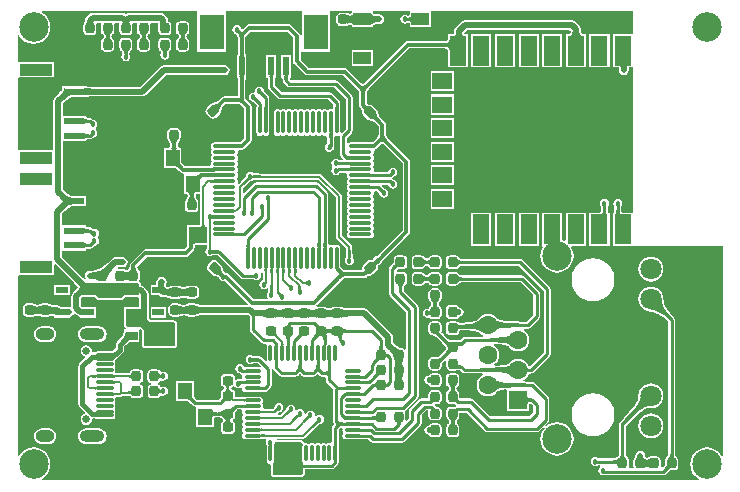
<source format=gtl>
G04*
G04 #@! TF.GenerationSoftware,Altium Limited,Altium Designer,20.0.2 (26)*
G04*
G04 Layer_Physical_Order=1*
G04 Layer_Color=255*
%FSLAX25Y25*%
%MOIN*%
G70*
G01*
G75*
%ADD10C,0.01000*%
%ADD18C,0.00800*%
%ADD19R,0.01968X0.06299*%
%ADD20R,0.08268X0.11811*%
%ADD21R,0.10630X0.03937*%
%ADD22R,0.06693X0.02362*%
%ADD23R,0.05512X0.09843*%
%ADD24R,0.06693X0.05512*%
%ADD25O,0.05906X0.01063*%
%ADD26O,0.01063X0.05906*%
G04:AMPARAMS|DCode=27|XSize=31.73mil|YSize=34.02mil|CornerRadius=7.93mil|HoleSize=0mil|Usage=FLASHONLY|Rotation=0.000|XOffset=0mil|YOffset=0mil|HoleType=Round|Shape=RoundedRectangle|*
%AMROUNDEDRECTD27*
21,1,0.03173,0.01815,0,0,0.0*
21,1,0.01587,0.03402,0,0,0.0*
1,1,0.01587,0.00793,-0.00907*
1,1,0.01587,-0.00793,-0.00907*
1,1,0.01587,-0.00793,0.00907*
1,1,0.01587,0.00793,0.00907*
%
%ADD27ROUNDEDRECTD27*%
G04:AMPARAMS|DCode=28|XSize=31.73mil|YSize=34.02mil|CornerRadius=7.93mil|HoleSize=0mil|Usage=FLASHONLY|Rotation=270.000|XOffset=0mil|YOffset=0mil|HoleType=Round|Shape=RoundedRectangle|*
%AMROUNDEDRECTD28*
21,1,0.03173,0.01815,0,0,270.0*
21,1,0.01587,0.03402,0,0,270.0*
1,1,0.01587,-0.00907,-0.00793*
1,1,0.01587,-0.00907,0.00793*
1,1,0.01587,0.00907,0.00793*
1,1,0.01587,0.00907,-0.00793*
%
%ADD28ROUNDEDRECTD28*%
%ADD29R,0.04724X0.05512*%
%ADD30O,0.07874X0.01181*%
%ADD31O,0.01181X0.07874*%
%ADD32R,0.05906X0.03937*%
%ADD33R,0.03937X0.02362*%
G04:AMPARAMS|DCode=34|XSize=31.73mil|YSize=34.02mil|CornerRadius=7.93mil|HoleSize=0mil|Usage=FLASHONLY|Rotation=225.000|XOffset=0mil|YOffset=0mil|HoleType=Round|Shape=RoundedRectangle|*
%AMROUNDEDRECTD34*
21,1,0.03173,0.01815,0,0,225.0*
21,1,0.01587,0.03402,0,0,225.0*
1,1,0.01587,-0.01203,0.00081*
1,1,0.01587,-0.00081,0.01203*
1,1,0.01587,0.01203,-0.00081*
1,1,0.01587,0.00081,-0.01203*
%
%ADD34ROUNDEDRECTD34*%
G04:AMPARAMS|DCode=35|XSize=31.73mil|YSize=34.02mil|CornerRadius=7.93mil|HoleSize=0mil|Usage=FLASHONLY|Rotation=135.000|XOffset=0mil|YOffset=0mil|HoleType=Round|Shape=RoundedRectangle|*
%AMROUNDEDRECTD35*
21,1,0.03173,0.01815,0,0,135.0*
21,1,0.01587,0.03402,0,0,135.0*
1,1,0.01587,0.00081,0.01203*
1,1,0.01587,0.01203,0.00081*
1,1,0.01587,-0.00081,-0.01203*
1,1,0.01587,-0.01203,-0.00081*
%
%ADD35ROUNDEDRECTD35*%
%ADD36R,0.06024X0.05354*%
G04:AMPARAMS|DCode=37|XSize=59.06mil|YSize=11.81mil|CornerRadius=2.95mil|HoleSize=0mil|Usage=FLASHONLY|Rotation=0.000|XOffset=0mil|YOffset=0mil|HoleType=Round|Shape=RoundedRectangle|*
%AMROUNDEDRECTD37*
21,1,0.05906,0.00591,0,0,0.0*
21,1,0.05315,0.01181,0,0,0.0*
1,1,0.00591,0.02657,-0.00295*
1,1,0.00591,-0.02657,-0.00295*
1,1,0.00591,-0.02657,0.00295*
1,1,0.00591,0.02657,0.00295*
%
%ADD37ROUNDEDRECTD37*%
%ADD38R,0.03937X0.02953*%
%ADD60C,0.02000*%
%ADD61C,0.01200*%
%ADD62C,0.00700*%
%ADD63C,0.01500*%
%ADD64C,0.09843*%
%ADD65C,0.09843*%
%ADD66C,0.07087*%
%ADD67C,0.06299*%
%ADD68R,0.06299X0.06299*%
%ADD69C,0.02559*%
%ADD70O,0.06299X0.03937*%
%ADD71O,0.08268X0.03937*%
%ADD72C,0.01800*%
G36*
X87500Y70478D02*
X80892D01*
Y59436D01*
X82755D01*
X82780Y59348D01*
X82807Y59206D01*
X82846Y58762D01*
X82851Y58488D01*
X82888Y58402D01*
X82993Y57876D01*
X83346Y57346D01*
X83876Y56993D01*
X84500Y56869D01*
X85124Y56993D01*
X85654Y57346D01*
X86007Y57876D01*
X86112Y58402D01*
X86149Y58488D01*
X86155Y58770D01*
X86169Y59004D01*
X86192Y59197D01*
X86220Y59348D01*
X86245Y59436D01*
X87500D01*
Y11021D01*
X84099D01*
X84054Y11044D01*
X83923Y11056D01*
X83874Y11069D01*
X83846Y11083D01*
X83823Y11102D01*
X83793Y11139D01*
X83755Y11209D01*
X83715Y11320D01*
X83681Y11474D01*
X83658Y11672D01*
X83649Y11932D01*
X83622Y11992D01*
Y12979D01*
X83913Y13415D01*
X84029Y14000D01*
X83913Y14585D01*
X83581Y15081D01*
X83085Y15413D01*
X82500Y15529D01*
X81915Y15413D01*
X81419Y15081D01*
X81087Y14585D01*
X80971Y14000D01*
X81087Y13415D01*
X81378Y12979D01*
Y11993D01*
X81351Y11933D01*
X81332Y11417D01*
X81312Y11237D01*
X81286Y11091D01*
X81267Y11021D01*
X80892D01*
Y10502D01*
X80855Y10412D01*
X80876Y10361D01*
X80863Y10307D01*
X80892Y10259D01*
Y-21D01*
X117569D01*
Y-70076D01*
X117079Y-70174D01*
X117027Y-70050D01*
X116142Y-68897D01*
X114989Y-68012D01*
X113646Y-67456D01*
X112205Y-67266D01*
X110763Y-67456D01*
X109420Y-68012D01*
X108267Y-68897D01*
X107382Y-70050D01*
X106826Y-71393D01*
X106636Y-72835D01*
X106826Y-74276D01*
X107382Y-75619D01*
X108267Y-76772D01*
X109420Y-77658D01*
X109544Y-77709D01*
X109446Y-78199D01*
X-109446D01*
X-109544Y-77709D01*
X-109420Y-77658D01*
X-108267Y-76772D01*
X-107382Y-75619D01*
X-106826Y-74276D01*
X-106636Y-72835D01*
X-106826Y-71393D01*
X-107382Y-70050D01*
X-108267Y-68897D01*
X-109420Y-68012D01*
X-110763Y-67456D01*
X-112205Y-67266D01*
X-113646Y-67456D01*
X-114989Y-68012D01*
X-116142Y-68897D01*
X-117027Y-70050D01*
X-117079Y-70174D01*
X-117569Y-70076D01*
Y-10083D01*
X-117069Y-9734D01*
X-105384D01*
Y-6378D01*
X-104922Y-6187D01*
X-98774Y-12335D01*
X-98768Y-12356D01*
X-98732Y-12378D01*
X-98716Y-12418D01*
X-98325Y-12828D01*
X-97986Y-13218D01*
X-97691Y-13599D01*
X-97562Y-13788D01*
X-97649Y-14000D01*
Y-14261D01*
X-99154Y-15765D01*
X-99507Y-16295D01*
X-99631Y-16919D01*
Y-20058D01*
X-100131Y-20468D01*
X-100332Y-20428D01*
X-102650D01*
X-102808Y-20459D01*
X-103093D01*
X-103241Y-20311D01*
X-103770Y-19957D01*
X-104291Y-19854D01*
X-104377Y-19815D01*
X-105150Y-19795D01*
X-105470Y-19771D01*
X-106058Y-19692D01*
X-106291Y-19643D01*
X-106500Y-19585D01*
X-106675Y-19523D01*
X-106817Y-19459D01*
X-106959Y-19375D01*
X-107042Y-19364D01*
X-107049Y-19359D01*
X-107169Y-19335D01*
X-107288Y-19286D01*
X-107329Y-19303D01*
X-107592Y-19251D01*
X-109407D01*
X-109671Y-19303D01*
X-109712Y-19286D01*
X-109830Y-19335D01*
X-109951Y-19359D01*
X-109954Y-19361D01*
X-110033Y-19371D01*
X-110176Y-19452D01*
X-110328Y-19515D01*
X-110529Y-19579D01*
X-110777Y-19638D01*
X-111000Y-19678D01*
X-111223Y-19638D01*
X-111471Y-19579D01*
X-111672Y-19515D01*
X-111824Y-19452D01*
X-111967Y-19371D01*
X-112046Y-19361D01*
X-112049Y-19359D01*
X-112170Y-19335D01*
X-112288Y-19286D01*
X-112329Y-19303D01*
X-112592Y-19251D01*
X-114408D01*
X-114951Y-19359D01*
X-115412Y-19667D01*
X-115720Y-20128D01*
X-115828Y-20671D01*
Y-22258D01*
X-115720Y-22802D01*
X-115412Y-23262D01*
X-114951Y-23570D01*
X-114408Y-23678D01*
X-112592D01*
X-112329Y-23626D01*
X-112288Y-23643D01*
X-112170Y-23594D01*
X-112049Y-23570D01*
X-112046Y-23568D01*
X-111967Y-23559D01*
X-111824Y-23477D01*
X-111672Y-23414D01*
X-111471Y-23350D01*
X-111223Y-23291D01*
X-111000Y-23251D01*
X-110777Y-23291D01*
X-110529Y-23350D01*
X-110328Y-23414D01*
X-110176Y-23477D01*
X-110033Y-23559D01*
X-109954Y-23568D01*
X-109951Y-23570D01*
X-109830Y-23594D01*
X-109712Y-23643D01*
X-109671Y-23626D01*
X-109407Y-23678D01*
X-107592D01*
X-107329Y-23626D01*
X-107288Y-23643D01*
X-107169Y-23594D01*
X-107049Y-23570D01*
X-107042Y-23565D01*
X-106959Y-23554D01*
X-106817Y-23471D01*
X-106675Y-23406D01*
X-106509Y-23347D01*
X-106067Y-23241D01*
X-106003Y-23252D01*
X-105736Y-23320D01*
X-105550Y-23392D01*
X-105450Y-23451D01*
X-105437Y-23462D01*
X-105428Y-23517D01*
X-105400Y-23562D01*
Y-24022D01*
X-104878D01*
X-104788Y-24059D01*
X-104736Y-24037D01*
X-104681Y-24050D01*
X-104635Y-24022D01*
X-100263D01*
Y-23677D01*
X-99708Y-23567D01*
X-99179Y-23213D01*
X-98913Y-22816D01*
X-98351Y-22670D01*
X-97810Y-23212D01*
X-97280Y-23566D01*
X-96738Y-23674D01*
Y-24021D01*
X-91601D01*
Y-20548D01*
X-91667Y-20458D01*
X-94193D01*
X-94350Y-20427D01*
X-95980D01*
X-96369Y-20039D01*
Y-17595D01*
X-95924Y-17149D01*
X-91769D01*
X-90959Y-17959D01*
X-90500Y-18149D01*
X-83000D01*
X-82541Y-17959D01*
X-81731Y-17149D01*
X-77500D01*
X-77131Y-17396D01*
Y-20351D01*
X-81500D01*
X-81760Y-20458D01*
X-81899D01*
Y-20516D01*
X-81959Y-20541D01*
X-82149Y-21000D01*
Y-26500D01*
X-81959Y-26959D01*
X-81493Y-27426D01*
X-81548Y-27675D01*
X-81650Y-27922D01*
X-81655Y-27924D01*
X-82185D01*
Y-28425D01*
X-82222Y-28501D01*
X-82236Y-28763D01*
X-82273Y-28996D01*
X-82336Y-29237D01*
X-82428Y-29485D01*
X-82548Y-29742D01*
X-82699Y-30008D01*
X-82876Y-30273D01*
X-83350Y-30857D01*
X-83634Y-31155D01*
X-83654Y-31208D01*
X-84473Y-32027D01*
X-84772Y-32473D01*
X-84876Y-33000D01*
Y-34123D01*
X-86006Y-35252D01*
X-91236D01*
X-91585Y-35322D01*
X-91882Y-35520D01*
X-92401Y-35519D01*
X-92726Y-35124D01*
X-92725Y-35122D01*
X-92871Y-34389D01*
X-93287Y-33767D01*
X-93908Y-33352D01*
X-94642Y-33206D01*
X-95375Y-33352D01*
X-95997Y-33767D01*
X-96412Y-34389D01*
X-96558Y-35122D01*
X-96412Y-35855D01*
X-95997Y-36477D01*
X-95375Y-36893D01*
X-95282Y-36911D01*
X-95137Y-37389D01*
X-96973Y-39226D01*
X-97272Y-39672D01*
X-97376Y-40199D01*
Y-52801D01*
X-97272Y-53328D01*
X-96973Y-53774D01*
X-95137Y-55611D01*
X-95282Y-56089D01*
X-95375Y-56107D01*
X-95997Y-56523D01*
X-96412Y-57145D01*
X-96558Y-57878D01*
X-96412Y-58611D01*
X-95997Y-59233D01*
X-95375Y-59648D01*
X-94642Y-59794D01*
X-93908Y-59648D01*
X-93287Y-59233D01*
X-92871Y-58611D01*
X-92725Y-57878D01*
X-92726Y-57876D01*
X-92401Y-57481D01*
X-91882Y-57480D01*
X-91585Y-57678D01*
X-91236Y-57748D01*
X-85921D01*
X-85572Y-57678D01*
X-85276Y-57480D01*
X-85078Y-57184D01*
X-85009Y-56835D01*
Y-56244D01*
X-85067Y-55949D01*
X-85009Y-55654D01*
Y-55063D01*
X-85078Y-54714D01*
X-85253Y-54374D01*
X-85078Y-54034D01*
X-85009Y-53685D01*
Y-53095D01*
X-85078Y-52745D01*
X-85276Y-52449D01*
Y-52362D01*
X-85078Y-52066D01*
X-85009Y-51717D01*
Y-51126D01*
X-85027Y-51032D01*
X-84702Y-50508D01*
X-84642Y-50504D01*
X-84448Y-50502D01*
X-84378Y-50472D01*
X-83469D01*
X-83078Y-50395D01*
X-82748Y-50174D01*
X-82578Y-50004D01*
X-80839D01*
X-80773Y-50033D01*
X-80592Y-50039D01*
X-80448Y-50052D01*
X-80321Y-50073D01*
X-80213Y-50100D01*
X-80123Y-50132D01*
X-80048Y-50167D01*
X-79988Y-50204D01*
X-79939Y-50243D01*
X-79898Y-50285D01*
X-79838Y-50364D01*
X-79769Y-50404D01*
X-79732Y-50474D01*
X-79619Y-50508D01*
X-79302Y-50720D01*
X-78758Y-50828D01*
X-77171D01*
X-76628Y-50720D01*
X-76167Y-50412D01*
X-75859Y-49951D01*
X-75751Y-49408D01*
Y-47592D01*
X-75859Y-47049D01*
X-76167Y-46588D01*
X-76628Y-46280D01*
X-76772Y-46251D01*
Y-45742D01*
X-76663Y-45720D01*
X-76202Y-45412D01*
X-75894Y-44951D01*
X-75786Y-44407D01*
Y-42592D01*
X-75894Y-42049D01*
X-76202Y-41588D01*
X-76663Y-41280D01*
X-77207Y-41172D01*
X-78793D01*
X-79337Y-41280D01*
X-79798Y-41588D01*
X-79985Y-41869D01*
X-79986Y-41869D01*
X-79987Y-41872D01*
X-80106Y-42049D01*
X-80137Y-42206D01*
X-80172Y-42275D01*
X-80179Y-42365D01*
X-80180Y-42367D01*
X-80189Y-42374D01*
X-80233Y-42397D01*
X-80314Y-42424D01*
X-80436Y-42450D01*
X-80595Y-42467D01*
X-80811Y-42474D01*
X-80876Y-42504D01*
X-84388D01*
X-84458Y-42474D01*
X-84656Y-42472D01*
X-84717Y-42436D01*
X-84973Y-42126D01*
X-85026Y-41960D01*
X-85009Y-41874D01*
Y-41283D01*
X-85078Y-40934D01*
X-85276Y-40638D01*
Y-40551D01*
X-85078Y-40255D01*
X-85009Y-39906D01*
Y-39315D01*
X-85078Y-38966D01*
X-85253Y-38626D01*
X-85078Y-38286D01*
X-85061Y-38200D01*
X-82527Y-35666D01*
X-82228Y-35220D01*
X-82124Y-34693D01*
Y-33570D01*
X-82098Y-33545D01*
X-82045Y-33524D01*
X-81537Y-33036D01*
X-81077Y-32636D01*
X-80660Y-32316D01*
X-80291Y-32076D01*
X-78854D01*
X-78797Y-32102D01*
X-78754Y-32085D01*
X-78710Y-32098D01*
X-78671Y-32076D01*
X-77048D01*
X-77048Y-28078D01*
X-76586Y-27833D01*
X-76149Y-28269D01*
Y-33000D01*
X-75959Y-33459D01*
X-75459Y-33959D01*
X-75000Y-34149D01*
X-65500D01*
X-65041Y-33959D01*
X-64541Y-33459D01*
X-64351Y-33000D01*
Y-26000D01*
X-64541Y-25541D01*
X-65041Y-25041D01*
X-65500Y-24851D01*
X-73231D01*
X-73851Y-24231D01*
Y-21000D01*
X-73869Y-20956D01*
Y-16000D01*
X-73993Y-15376D01*
X-74347Y-14846D01*
X-75405Y-13788D01*
X-75934Y-13434D01*
X-76351Y-13352D01*
Y-13000D01*
X-76541Y-12541D01*
X-77041Y-12041D01*
X-76951Y-11537D01*
X-76894Y-11451D01*
X-76786Y-10908D01*
Y-9093D01*
X-76894Y-8549D01*
X-77135Y-8188D01*
X-77184Y-8070D01*
X-77224Y-8053D01*
X-77246Y-8016D01*
X-77354Y-7932D01*
X-77421Y-7863D01*
X-77485Y-7778D01*
X-77546Y-7671D01*
X-77602Y-7541D01*
X-77652Y-7385D01*
X-77693Y-7203D01*
X-77724Y-6994D01*
X-77727Y-6958D01*
X-74493Y-3723D01*
X-61500D01*
X-61032Y-3630D01*
X-60635Y-3365D01*
X-59035Y-1765D01*
X-58769Y-1368D01*
X-58704Y-1039D01*
X-58651Y-922D01*
X-58640Y-617D01*
X-58613Y-379D01*
X-58571Y-188D01*
X-58522Y-46D01*
X-58471Y50D01*
X-58424Y108D01*
X-58383Y143D01*
X-58336Y167D01*
X-58266Y186D01*
X-58110Y200D01*
X-58065Y223D01*
X-54493D01*
Y-544D01*
X-54523Y-618D01*
X-54524Y-880D01*
X-54581Y-919D01*
X-54913Y-1415D01*
X-55029Y-2000D01*
X-54913Y-2585D01*
X-54581Y-3081D01*
X-54085Y-3413D01*
X-53500Y-3529D01*
X-52915Y-3413D01*
X-52653Y-3238D01*
X-50919Y-3167D01*
X-43293Y-10793D01*
X-43293Y-10793D01*
X-42929Y-11036D01*
X-42500Y-11122D01*
X-42500Y-11122D01*
X-39021D01*
X-38585Y-11413D01*
X-38000Y-11529D01*
X-37415Y-11413D01*
X-36919Y-11081D01*
X-36587Y-10585D01*
X-36471Y-10000D01*
X-36587Y-9415D01*
X-36369Y-8912D01*
X-36071Y-9044D01*
X-35878Y-9257D01*
Y-11546D01*
X-36085Y-11587D01*
X-36581Y-11919D01*
X-36913Y-12415D01*
X-37029Y-13000D01*
X-36913Y-13585D01*
X-36581Y-14081D01*
X-36085Y-14413D01*
X-35500Y-14529D01*
X-34915Y-14413D01*
X-34513Y-14144D01*
X-34172Y-14257D01*
X-34016Y-14368D01*
X-34025Y-14977D01*
X-34053Y-15389D01*
X-34054Y-15401D01*
X-34081Y-15419D01*
X-34413Y-15915D01*
X-34529Y-16500D01*
X-34413Y-17085D01*
X-34218Y-17377D01*
X-34471Y-17876D01*
X-38782D01*
X-47216Y-9442D01*
X-47613Y-9177D01*
X-48081Y-9084D01*
X-48131D01*
X-48415Y-8895D01*
X-48671Y-8843D01*
X-48709Y-8794D01*
X-48794Y-8658D01*
X-48879Y-8499D01*
X-48963Y-8316D01*
X-49039Y-8122D01*
X-49267Y-7339D01*
X-49330Y-7043D01*
X-49384Y-6966D01*
X-49389Y-6941D01*
X-49457Y-6839D01*
X-49506Y-6720D01*
X-49547Y-6703D01*
X-49697Y-6480D01*
X-50980Y-5197D01*
X-51441Y-4889D01*
X-51985Y-4781D01*
X-52528Y-4889D01*
X-52989Y-5197D01*
X-54111Y-6318D01*
X-54419Y-6779D01*
X-54527Y-7323D01*
X-54419Y-7867D01*
X-54111Y-8327D01*
X-52828Y-9611D01*
X-52604Y-9760D01*
X-52587Y-9802D01*
X-52469Y-9850D01*
X-52367Y-9919D01*
X-52342Y-9924D01*
X-52264Y-9977D01*
X-51957Y-10043D01*
X-51688Y-10111D01*
X-51192Y-10266D01*
X-50992Y-10345D01*
X-50809Y-10428D01*
X-50649Y-10513D01*
X-50514Y-10599D01*
X-50464Y-10636D01*
X-50413Y-10893D01*
X-50081Y-11389D01*
X-49585Y-11720D01*
X-49000Y-11837D01*
X-48415Y-11720D01*
X-48405Y-11714D01*
X-40783Y-19336D01*
X-40975Y-19798D01*
X-54788D01*
X-54830Y-19780D01*
X-55332Y-19775D01*
X-56213Y-19734D01*
X-56936Y-19654D01*
X-57223Y-19602D01*
X-57471Y-19543D01*
X-57672Y-19480D01*
X-57824Y-19417D01*
X-57967Y-19335D01*
X-58046Y-19325D01*
X-58049Y-19323D01*
X-58170Y-19299D01*
X-58288Y-19250D01*
X-58329Y-19268D01*
X-58592Y-19215D01*
X-60408D01*
X-60671Y-19268D01*
X-60712Y-19250D01*
X-60830Y-19299D01*
X-60951Y-19323D01*
X-60955Y-19326D01*
X-61035Y-19336D01*
X-61184Y-19421D01*
X-61340Y-19488D01*
X-61544Y-19554D01*
X-61794Y-19615D01*
X-62069Y-19665D01*
X-62345Y-19687D01*
X-62453Y-19676D01*
X-62740Y-19626D01*
X-62987Y-19569D01*
X-63185Y-19508D01*
X-63331Y-19447D01*
X-63469Y-19370D01*
X-63547Y-19360D01*
X-63549Y-19359D01*
X-63670Y-19335D01*
X-63788Y-19286D01*
X-63829Y-19303D01*
X-64092Y-19251D01*
X-65908D01*
X-66451Y-19359D01*
X-66912Y-19667D01*
X-67220Y-20128D01*
X-67328Y-20671D01*
Y-22258D01*
X-67220Y-22802D01*
X-66912Y-23262D01*
X-66451Y-23570D01*
X-65908Y-23678D01*
X-64092D01*
X-63829Y-23626D01*
X-63788Y-23643D01*
X-63670Y-23594D01*
X-63549Y-23570D01*
X-63545Y-23568D01*
X-63465Y-23558D01*
X-63316Y-23473D01*
X-63160Y-23406D01*
X-62956Y-23340D01*
X-62706Y-23279D01*
X-62431Y-23228D01*
X-62155Y-23207D01*
X-62047Y-23218D01*
X-61760Y-23268D01*
X-61513Y-23325D01*
X-61315Y-23386D01*
X-61169Y-23446D01*
X-61031Y-23524D01*
X-60953Y-23534D01*
X-60951Y-23535D01*
X-60830Y-23559D01*
X-60712Y-23608D01*
X-60671Y-23591D01*
X-60408Y-23643D01*
X-58592D01*
X-58329Y-23591D01*
X-58288Y-23608D01*
X-58170Y-23559D01*
X-58049Y-23535D01*
X-58046Y-23533D01*
X-57967Y-23523D01*
X-57824Y-23442D01*
X-57672Y-23378D01*
X-57471Y-23315D01*
X-57223Y-23256D01*
X-56947Y-23207D01*
X-55322Y-23084D01*
X-54830Y-23079D01*
X-54788Y-23061D01*
X-40747D01*
X-40254Y-23553D01*
X-40246Y-23587D01*
X-40151Y-25016D01*
X-40149Y-25370D01*
X-40122Y-25436D01*
Y-28000D01*
X-40122Y-28000D01*
X-40036Y-28429D01*
X-39793Y-28793D01*
X-36293Y-32293D01*
X-36293Y-32293D01*
X-35929Y-32536D01*
X-35500Y-32622D01*
X-35500Y-32622D01*
X-34759D01*
X-34436Y-33122D01*
X-34481Y-33347D01*
Y-38189D01*
X-34471Y-38235D01*
X-34932Y-38482D01*
X-36207Y-37207D01*
X-36571Y-36964D01*
X-36863Y-36906D01*
X-36991Y-36851D01*
X-38678Y-36827D01*
X-39024Y-36806D01*
X-39100Y-36797D01*
X-39415Y-36587D01*
X-40000Y-36471D01*
X-40585Y-36587D01*
X-41081Y-36919D01*
X-41413Y-37415D01*
X-41529Y-38000D01*
X-41413Y-38585D01*
X-41081Y-39081D01*
X-40585Y-39413D01*
X-40000Y-39529D01*
X-39415Y-39413D01*
X-39153Y-39238D01*
X-37419Y-39167D01*
X-36518Y-40068D01*
X-36765Y-40529D01*
X-36811Y-40519D01*
X-41653D01*
X-42087Y-40415D01*
X-42419Y-39919D01*
X-42915Y-39587D01*
X-43500Y-39471D01*
X-44085Y-39587D01*
X-44581Y-39919D01*
X-44913Y-40415D01*
X-45029Y-41000D01*
X-44913Y-41585D01*
X-44581Y-42081D01*
X-44085Y-42413D01*
X-43527Y-42524D01*
X-43268Y-42697D01*
X-43018Y-42747D01*
X-42768Y-43127D01*
X-42735Y-43282D01*
X-42807Y-43642D01*
X-42738Y-43988D01*
X-42919Y-44328D01*
X-43050Y-44488D01*
X-43610D01*
X-43610Y-44488D01*
X-43760Y-44518D01*
X-44000Y-44471D01*
X-44585Y-44587D01*
X-44672Y-44645D01*
X-45172Y-44378D01*
Y-44171D01*
X-45280Y-43628D01*
X-45588Y-43167D01*
X-46049Y-42859D01*
X-46593Y-42751D01*
X-48408D01*
X-48951Y-42859D01*
X-49412Y-43167D01*
X-49720Y-43628D01*
X-49828Y-44171D01*
Y-45758D01*
X-49720Y-46301D01*
X-49412Y-46762D01*
X-49163Y-46929D01*
X-49157Y-46944D01*
X-49114Y-46962D01*
X-48951Y-47070D01*
X-48862Y-47088D01*
X-48654Y-47500D01*
X-48862Y-47912D01*
X-48951Y-47930D01*
X-49114Y-48039D01*
X-49157Y-48056D01*
X-49163Y-48071D01*
X-49412Y-48238D01*
X-49720Y-48698D01*
X-49828Y-49242D01*
Y-49405D01*
X-49836Y-49419D01*
X-49828Y-49448D01*
Y-49472D01*
X-49841Y-49504D01*
X-49828Y-49536D01*
Y-50445D01*
X-49942Y-50621D01*
X-50409Y-51192D01*
X-50588Y-51378D01*
X-57819D01*
X-57985Y-51212D01*
X-58011Y-51148D01*
X-58329Y-50815D01*
X-58587Y-50520D01*
X-58790Y-50255D01*
X-58928Y-50042D01*
Y-49184D01*
X-58902Y-49123D01*
X-58920Y-49081D01*
X-58908Y-49037D01*
X-58928Y-49003D01*
Y-45144D01*
X-64852D01*
Y-51856D01*
X-61781D01*
X-61747Y-51876D01*
X-61703Y-51864D01*
X-61661Y-51881D01*
X-61600Y-51856D01*
X-60742D01*
X-60538Y-51988D01*
X-59962Y-52461D01*
X-59636Y-52773D01*
X-59571Y-52798D01*
X-59077Y-53293D01*
X-59077Y-53293D01*
X-58713Y-53536D01*
X-58378Y-53603D01*
X-57962Y-53805D01*
Y-60517D01*
X-52038D01*
Y-57562D01*
X-52014Y-57516D01*
X-52004Y-57385D01*
X-51991Y-57337D01*
X-51977Y-57310D01*
X-51959Y-57287D01*
X-51922Y-57257D01*
X-51852Y-57220D01*
X-51741Y-57180D01*
X-51586Y-57146D01*
X-51388Y-57123D01*
X-51127Y-57114D01*
X-51067Y-57086D01*
X-50788D01*
X-50729Y-57113D01*
X-50529Y-57121D01*
X-50369Y-57140D01*
X-50225Y-57171D01*
X-50096Y-57211D01*
X-49979Y-57262D01*
X-49872Y-57322D01*
X-49773Y-57392D01*
X-49681Y-57474D01*
X-49594Y-57571D01*
X-49493Y-57707D01*
X-49449Y-57734D01*
X-49430Y-57780D01*
X-49381Y-57801D01*
X-49353Y-57846D01*
X-49257Y-57916D01*
X-49220Y-57968D01*
X-49174Y-58109D01*
Y-58391D01*
X-49220Y-58532D01*
X-49257Y-58584D01*
X-49353Y-58653D01*
X-49381Y-58699D01*
X-49430Y-58720D01*
X-49479Y-58838D01*
X-49720Y-59198D01*
X-49828Y-59742D01*
Y-61329D01*
X-49720Y-61872D01*
X-49412Y-62333D01*
X-48951Y-62641D01*
X-48408Y-62749D01*
X-46593D01*
X-46049Y-62641D01*
X-45588Y-62333D01*
X-45280Y-61872D01*
X-45172Y-61329D01*
Y-59742D01*
X-45280Y-59198D01*
X-45521Y-58838D01*
X-45570Y-58720D01*
X-45619Y-58699D01*
X-45647Y-58653D01*
X-45743Y-58584D01*
X-45780Y-58532D01*
X-45826Y-58391D01*
Y-58109D01*
X-45780Y-57968D01*
X-45743Y-57916D01*
X-45647Y-57846D01*
X-45619Y-57801D01*
X-45570Y-57780D01*
X-45521Y-57662D01*
X-45280Y-57301D01*
X-45172Y-56758D01*
Y-56595D01*
X-45164Y-56581D01*
X-45172Y-56552D01*
Y-56528D01*
X-45158Y-56496D01*
X-45172Y-56463D01*
Y-55555D01*
X-45059Y-55379D01*
X-44591Y-54808D01*
X-44396Y-54606D01*
X-43049D01*
X-42917Y-54768D01*
X-42738Y-55106D01*
X-42807Y-55453D01*
X-42719Y-55895D01*
X-42591Y-56086D01*
X-42469Y-56605D01*
X-42719Y-56980D01*
X-42807Y-57421D01*
X-42719Y-57863D01*
X-42591Y-58054D01*
X-42509Y-58406D01*
X-42591Y-58757D01*
X-42719Y-58948D01*
X-42807Y-59390D01*
X-42719Y-59832D01*
X-42469Y-60206D01*
X-42591Y-60725D01*
X-42719Y-60917D01*
X-42807Y-61358D01*
X-42719Y-61800D01*
X-42591Y-61991D01*
X-42509Y-62343D01*
X-42591Y-62694D01*
X-42719Y-62885D01*
X-42807Y-63327D01*
X-42719Y-63769D01*
X-42469Y-64143D01*
X-42095Y-64393D01*
X-41653Y-64481D01*
X-36811D01*
X-36650Y-64449D01*
X-36608Y-64466D01*
X-36547Y-64441D01*
X-36527Y-64447D01*
X-35481Y-64377D01*
X-35272Y-64376D01*
X-35201Y-64347D01*
X-34930D01*
X-34663Y-64847D01*
X-34790Y-65037D01*
X-34907Y-65623D01*
X-34790Y-66208D01*
X-34510Y-66628D01*
X-34481Y-67505D01*
Y-71653D01*
X-34393Y-72095D01*
X-34143Y-72469D01*
X-33768Y-72719D01*
X-33327Y-72807D01*
X-33149Y-72953D01*
Y-76000D01*
X-32959Y-76459D01*
X-32459Y-76959D01*
X-32000Y-77149D01*
X-23000D01*
X-22541Y-76959D01*
X-22041Y-76459D01*
X-21851Y-76000D01*
Y-74406D01*
X-12785D01*
X-12785Y-74406D01*
X-12356Y-74321D01*
X-11992Y-74078D01*
X-10892Y-72978D01*
X-10892Y-72978D01*
X-10649Y-72614D01*
X-10564Y-72185D01*
Y-71875D01*
X-10519Y-71653D01*
Y-66811D01*
X-10551Y-66649D01*
Y-61138D01*
X-10509Y-61096D01*
X-10447Y-61072D01*
X-10321Y-60955D01*
X-10209Y-60865D01*
X-10096Y-60788D01*
X-9980Y-60723D01*
X-9861Y-60667D01*
X-9738Y-60622D01*
X-9642Y-60596D01*
X-9499Y-60692D01*
X-9345Y-60882D01*
X-9281Y-61041D01*
X-9280Y-61044D01*
X-9343Y-61358D01*
X-9255Y-61800D01*
X-9127Y-61991D01*
X-9045Y-62343D01*
X-9127Y-62694D01*
X-9255Y-62885D01*
X-9343Y-63327D01*
X-9255Y-63769D01*
X-9005Y-64143D01*
X-8631Y-64393D01*
X-8189Y-64481D01*
X-3347D01*
X-3185Y-64449D01*
X-663D01*
X181Y-65293D01*
X181Y-65293D01*
X545Y-65536D01*
X974Y-65622D01*
X10500D01*
X10500Y-65622D01*
X10929Y-65536D01*
X11293Y-65293D01*
X16793Y-59793D01*
X16793Y-59793D01*
X17036Y-59429D01*
X17121Y-59000D01*
Y-56465D01*
X18715Y-54871D01*
X19216D01*
X19357Y-55042D01*
Y-56858D01*
X19465Y-57401D01*
X19773Y-57862D01*
X20234Y-58170D01*
X20778Y-58278D01*
X22364D01*
X22908Y-58170D01*
X23369Y-57862D01*
X23677Y-57401D01*
X23785Y-56858D01*
Y-55042D01*
X23677Y-54499D01*
X23369Y-54038D01*
X22908Y-53730D01*
X22364Y-53622D01*
X21844D01*
X21812Y-53602D01*
X21751Y-53559D01*
X21375Y-53228D01*
X21563Y-52728D01*
X22329D01*
X22872Y-52620D01*
X23333Y-52312D01*
X23641Y-51851D01*
X23749Y-51307D01*
Y-49492D01*
X23641Y-48949D01*
X23333Y-48488D01*
X22872Y-48180D01*
X22329Y-48072D01*
X20742D01*
X20199Y-48180D01*
X19738Y-48488D01*
X19430Y-48949D01*
X19321Y-49492D01*
Y-50878D01*
X17000D01*
X17000Y-50878D01*
X16571Y-50964D01*
X16207Y-51207D01*
X13207Y-54207D01*
X12964Y-54571D01*
X12878Y-55000D01*
X12878Y-55000D01*
Y-57535D01*
X12109Y-58305D01*
X11648Y-58058D01*
X11678Y-57907D01*
Y-56093D01*
X11570Y-55549D01*
X11547Y-55513D01*
X11429Y-55036D01*
X11793Y-54793D01*
X15793Y-50793D01*
X15793Y-50793D01*
X16036Y-50429D01*
X16122Y-50000D01*
Y-20500D01*
X16122Y-20500D01*
X16036Y-20071D01*
X15793Y-19707D01*
X15793Y-19707D01*
X11157Y-15071D01*
Y-14288D01*
X11184Y-14229D01*
X11192Y-14029D01*
X11211Y-13869D01*
X11242Y-13725D01*
X11282Y-13596D01*
X11332Y-13479D01*
X11393Y-13372D01*
X11463Y-13273D01*
X11545Y-13181D01*
X11642Y-13094D01*
X11778Y-12993D01*
X11804Y-12949D01*
X11851Y-12930D01*
X11900Y-12812D01*
X12141Y-12451D01*
X12249Y-11908D01*
Y-10092D01*
X12141Y-9549D01*
X11833Y-9088D01*
X11372Y-8780D01*
X10829Y-8672D01*
X9242D01*
X9185Y-8683D01*
X8728Y-8332D01*
X8722Y-8171D01*
X9155Y-7811D01*
X9242Y-7828D01*
X9791D01*
X9793Y-7829D01*
X9799Y-7828D01*
X10829D01*
X11372Y-7720D01*
X11833Y-7412D01*
X12141Y-6951D01*
X12249Y-6408D01*
Y-4592D01*
X12141Y-4049D01*
X11833Y-3588D01*
X11372Y-3280D01*
X10829Y-3172D01*
X9242D01*
X8698Y-3280D01*
X8238Y-3588D01*
X7930Y-4049D01*
X7915Y-4121D01*
X7904Y-4132D01*
X7903Y-4167D01*
X7879Y-4194D01*
X7885Y-4271D01*
X7822Y-4592D01*
Y-5300D01*
X7759Y-5423D01*
X7616Y-5646D01*
X7430Y-5893D01*
X7199Y-6162D01*
X6915Y-6459D01*
X6890Y-6523D01*
X6832Y-6582D01*
X6816Y-6595D01*
X6816Y-6598D01*
X6556Y-6858D01*
X6313Y-7222D01*
X6227Y-7651D01*
X6227Y-7651D01*
Y-15849D01*
X6227Y-15849D01*
X6313Y-16278D01*
X6556Y-16642D01*
X11878Y-21965D01*
Y-34610D01*
X11378Y-34762D01*
X11262Y-34588D01*
X11026Y-34430D01*
X11003Y-34379D01*
X10884Y-34335D01*
X10802Y-34280D01*
X10789Y-34277D01*
X10719Y-34226D01*
X10440Y-34157D01*
X10177Y-34067D01*
X9900Y-33947D01*
X9619Y-33800D01*
X8986Y-33394D01*
X8672Y-33156D01*
X7979Y-32556D01*
X7681Y-32268D01*
Y-30549D01*
X7557Y-29925D01*
X7203Y-29396D01*
X-811Y-21382D01*
X-1340Y-21028D01*
X-1965Y-20904D01*
X-6288D01*
X-6330Y-20886D01*
X-6832Y-20881D01*
X-7713Y-20840D01*
X-8436Y-20760D01*
X-8723Y-20709D01*
X-8971Y-20650D01*
X-9172Y-20586D01*
X-9324Y-20523D01*
X-9467Y-20441D01*
X-9546Y-20432D01*
X-9549Y-20430D01*
X-9669Y-20406D01*
X-9788Y-20357D01*
X-9829Y-20374D01*
X-10092Y-20322D01*
X-11908D01*
X-12171Y-20374D01*
X-12212Y-20357D01*
X-12331Y-20406D01*
X-12451Y-20430D01*
X-12454Y-20432D01*
X-12533Y-20441D01*
X-12676Y-20523D01*
X-12828Y-20586D01*
X-13029Y-20650D01*
X-13277Y-20709D01*
X-13553Y-20758D01*
X-13791Y-20776D01*
X-13936Y-20760D01*
X-14223Y-20709D01*
X-14471Y-20650D01*
X-14672Y-20586D01*
X-14824Y-20523D01*
X-14967Y-20441D01*
X-15046Y-20432D01*
X-15049Y-20430D01*
X-15169Y-20406D01*
X-15288Y-20357D01*
X-15329Y-20374D01*
X-15593Y-20322D01*
X-17408D01*
X-17671Y-20374D01*
X-17712Y-20357D01*
X-17831Y-20406D01*
X-17845Y-20409D01*
X-18040Y-19938D01*
X-17932Y-19865D01*
X-9512Y-11445D01*
X-9455Y-11424D01*
X-9299Y-11279D01*
X-9157Y-11166D01*
X-9013Y-11068D01*
X-8864Y-10983D01*
X-8712Y-10913D01*
X-8554Y-10855D01*
X-8389Y-10809D01*
X-8218Y-10777D01*
X-8038Y-10757D01*
X-7825Y-10749D01*
X-7769Y-10723D01*
X-2000D01*
X-1532Y-10630D01*
X-1247Y-10440D01*
X-1126Y-10393D01*
X-963Y-10237D01*
X-826Y-10118D01*
X-708Y-10028D01*
X-614Y-9967D01*
X-576Y-9948D01*
X-283Y-10006D01*
X-251Y-10017D01*
X-244Y-10014D01*
X-177Y-10027D01*
X367Y-9919D01*
X828Y-9611D01*
X2111Y-8327D01*
X2419Y-7867D01*
X2503Y-7441D01*
X2552Y-7323D01*
X2535Y-7282D01*
X2547Y-7238D01*
X2529Y-7101D01*
X2529Y-7003D01*
X2542Y-6899D01*
X2571Y-6786D01*
X2618Y-6661D01*
X2685Y-6526D01*
X2721Y-6466D01*
X2989Y-6413D01*
X3485Y-6081D01*
X3817Y-5585D01*
X3883Y-5251D01*
X12865Y3731D01*
X13130Y4128D01*
X13224Y4596D01*
Y28000D01*
X13130Y28468D01*
X12865Y28865D01*
X5945Y35785D01*
X5924Y35842D01*
X5779Y35998D01*
X5666Y36140D01*
X5568Y36284D01*
X5483Y36432D01*
X5413Y36585D01*
X5355Y36743D01*
X5309Y36908D01*
X5277Y37079D01*
X5257Y37260D01*
X5249Y37472D01*
X5223Y37528D01*
Y40308D01*
X5130Y40776D01*
X4865Y41173D01*
X3307Y42731D01*
X3287Y42786D01*
X3183Y42901D01*
X3099Y43014D01*
X3013Y43149D01*
X2928Y43309D01*
X2844Y43492D01*
X2768Y43686D01*
X2541Y44469D01*
X2477Y44764D01*
X2424Y44842D01*
X2419Y44867D01*
X2351Y44969D01*
X2302Y45087D01*
X2260Y45104D01*
X2111Y45327D01*
X828Y46611D01*
X367Y46919D01*
X-59Y47003D01*
X-177Y47052D01*
X-219Y47035D01*
X-262Y47047D01*
X-399Y47029D01*
X-497Y47029D01*
X-601Y47042D01*
X-714Y47071D01*
X-839Y47118D01*
X-974Y47185D01*
X-1121Y47275D01*
X-1276Y47388D01*
Y50472D01*
X-1251Y50528D01*
X-1243Y50740D01*
X-1223Y50921D01*
X-1191Y51092D01*
X-1145Y51257D01*
X-1087Y51415D01*
X-1017Y51568D01*
X-932Y51716D01*
X-834Y51860D01*
X-721Y52002D01*
X-576Y52157D01*
X-555Y52215D01*
X13007Y65776D01*
X24507D01*
X24563Y65751D01*
X24879Y65740D01*
X25126Y65711D01*
X25323Y65667D01*
X25471Y65614D01*
X25572Y65559D01*
X25635Y65507D01*
X25675Y65459D01*
X25703Y65401D01*
X25725Y65319D01*
X25739Y65149D01*
X25774Y65079D01*
Y59433D01*
X32486D01*
Y70475D01*
X31415D01*
X31282Y70975D01*
X32176Y71869D01*
X66380D01*
X66572Y71715D01*
X66776Y71420D01*
X66738Y71228D01*
X66661Y70986D01*
X66575Y70807D01*
X66487Y70685D01*
X66400Y70606D01*
X66309Y70555D01*
X66193Y70520D01*
X65980Y70501D01*
X65936Y70478D01*
X65144D01*
Y59436D01*
X71856D01*
Y70478D01*
X71064D01*
X71020Y70501D01*
X70807Y70520D01*
X70691Y70555D01*
X70600Y70606D01*
X70513Y70685D01*
X70425Y70807D01*
X70339Y70986D01*
X70262Y71228D01*
X70201Y71534D01*
X70163Y71902D01*
X70149Y72349D01*
X70110Y72435D01*
X70007Y72953D01*
X69653Y73482D01*
X68482Y74654D01*
X67953Y75007D01*
X67328Y75131D01*
X31500D01*
X30876Y75007D01*
X30347Y74654D01*
X28346Y72654D01*
X27993Y72124D01*
X27888Y71599D01*
X27851Y71513D01*
X27845Y71215D01*
X27828Y70970D01*
X27802Y70767D01*
X27769Y70609D01*
X27735Y70501D01*
X27723Y70475D01*
X25774D01*
Y68921D01*
X25739Y68851D01*
X25725Y68682D01*
X25703Y68599D01*
X25675Y68541D01*
X25635Y68493D01*
X25572Y68441D01*
X25471Y68386D01*
X25323Y68333D01*
X25126Y68289D01*
X24879Y68260D01*
X24563Y68249D01*
X24507Y68224D01*
X12500D01*
X12032Y68130D01*
X11635Y67865D01*
X-2031Y54199D01*
X-2086Y54180D01*
X-2226Y54054D01*
X-2324Y53985D01*
X-2401Y53947D01*
X-2457Y53930D01*
X-2500Y53926D01*
X-2543Y53930D01*
X-2599Y53947D01*
X-2676Y53985D01*
X-2774Y54054D01*
X-2914Y54180D01*
X-2969Y54199D01*
X-7635Y58865D01*
X-8032Y59130D01*
X-8500Y59224D01*
X-20493D01*
X-23277Y62007D01*
Y64616D01*
X-22813Y64704D01*
X-22776Y64704D01*
X-13345D01*
Y77699D01*
X-13345Y77715D01*
X-13308Y78199D01*
X-6643D01*
X-6249Y78080D01*
X-6200Y77600D01*
X-6227Y77557D01*
X-6238Y77491D01*
X-6255Y77474D01*
X-6355Y77414D01*
X-6540Y77341D01*
X-6708Y77297D01*
X-6738Y77302D01*
X-6985Y77359D01*
X-7183Y77421D01*
X-7330Y77481D01*
X-7468Y77559D01*
X-7547Y77569D01*
X-7549Y77570D01*
X-7670Y77594D01*
X-7788Y77643D01*
X-7829Y77626D01*
X-8093Y77679D01*
X-9907D01*
X-10451Y77570D01*
X-10912Y77262D01*
X-11220Y76802D01*
X-11328Y76258D01*
Y74671D01*
X-11220Y74128D01*
X-10912Y73667D01*
X-10451Y73359D01*
X-9907Y73251D01*
X-8093D01*
X-7829Y73303D01*
X-7788Y73286D01*
X-7670Y73335D01*
X-7549Y73359D01*
X-7545Y73361D01*
X-7466Y73371D01*
X-7317Y73456D01*
X-7162Y73522D01*
X-6958Y73588D01*
X-6708Y73649D01*
X-6670Y73656D01*
X-6231Y73455D01*
X-6227Y73432D01*
X-6198Y73387D01*
Y72927D01*
X-5677D01*
X-5586Y72890D01*
X-5534Y72912D01*
X-5479Y72899D01*
X-5433Y72927D01*
X149D01*
X200Y72897D01*
X249Y72909D01*
X295Y72890D01*
X386Y72927D01*
X907D01*
Y73393D01*
X938Y73444D01*
X948Y73517D01*
X960Y73529D01*
X1038Y73581D01*
X1192Y73648D01*
X1421Y73714D01*
X1711Y73769D01*
X2521Y73842D01*
X3012Y73851D01*
X3098Y73888D01*
X3624Y73993D01*
X4154Y74347D01*
X4507Y74876D01*
X4631Y75500D01*
X4507Y76124D01*
X4154Y76653D01*
X3624Y77007D01*
X3098Y77112D01*
X3012Y77149D01*
X2512Y77159D01*
X2084Y77185D01*
X1719Y77228D01*
X1420Y77285D01*
X1191Y77351D01*
X1036Y77417D01*
X958Y77469D01*
X948Y77479D01*
X938Y77548D01*
X907Y77599D01*
X907Y78065D01*
X1352Y78199D01*
X12649D01*
X13093Y78065D01*
X13093Y77699D01*
Y77097D01*
X13069Y77052D01*
X13059Y76920D01*
X13046Y76872D01*
X13033Y76845D01*
X13014Y76823D01*
X12977Y76793D01*
X12907Y76755D01*
X12796Y76715D01*
X12641Y76681D01*
X12463Y76661D01*
X12085Y76913D01*
X11500Y77029D01*
X10915Y76913D01*
X10419Y76581D01*
X10087Y76085D01*
X9971Y75500D01*
X10087Y74915D01*
X10419Y74419D01*
X10915Y74087D01*
X11500Y73971D01*
X12085Y74087D01*
X12463Y74339D01*
X12641Y74319D01*
X12796Y74285D01*
X12907Y74245D01*
X12977Y74207D01*
X13014Y74177D01*
X13033Y74155D01*
X13046Y74128D01*
X13059Y74080D01*
X13069Y73949D01*
X13093Y73903D01*
Y72927D01*
X20198D01*
X20198Y78065D01*
X20642Y78199D01*
X87500D01*
Y70478D01*
D02*
G37*
G36*
X-5586Y76518D02*
X-4857Y76485D01*
X-4340Y76480D01*
X-4334Y74480D01*
X-4843Y74475D01*
X-5586Y74417D01*
Y73540D01*
X-5616Y73718D01*
X-5706Y73878D01*
X-5856Y74019D01*
X-6066Y74142D01*
X-6336Y74245D01*
X-6636Y74322D01*
X-6844Y74284D01*
X-7134Y74213D01*
X-7389Y74132D01*
X-7606Y74039D01*
X-7788Y73935D01*
Y74453D01*
X-8586Y74480D01*
Y76480D01*
X-8016Y76490D01*
X-7788Y76508D01*
Y76994D01*
X-7615Y76896D01*
X-7404Y76809D01*
X-7155Y76732D01*
X-6867Y76665D01*
X-6682Y76633D01*
X-6666Y76636D01*
X-6336Y76723D01*
X-6066Y76830D01*
X-5856Y76957D01*
X-5706Y77103D01*
X-5616Y77268D01*
X-5586Y77452D01*
Y76518D01*
D02*
G37*
G36*
X13717Y74000D02*
X13702Y74190D01*
X13656Y74360D01*
X13581Y74510D01*
X13475Y74640D01*
X13339Y74750D01*
X13172Y74840D01*
X12976Y74910D01*
X12749Y74960D01*
X12492Y74990D01*
X12205Y75000D01*
Y76000D01*
X12492Y76010D01*
X12749Y76040D01*
X12976Y76090D01*
X13172Y76160D01*
X13339Y76250D01*
X13475Y76360D01*
X13581Y76490D01*
X13656Y76640D01*
X13702Y76810D01*
X13717Y77000D01*
Y74000D01*
D02*
G37*
G36*
X322Y77271D02*
X403Y77110D01*
X539Y76967D01*
X728Y76843D01*
X971Y76738D01*
X1269Y76652D01*
X1621Y76586D01*
X2026Y76538D01*
X2486Y76509D01*
X3000Y76500D01*
Y74500D01*
X2486Y74490D01*
X1621Y74414D01*
X1269Y74346D01*
X971Y74260D01*
X728Y74154D01*
X539Y74029D01*
X403Y73885D01*
X322Y73722D01*
X295Y73540D01*
Y77452D01*
X322Y77271D01*
D02*
G37*
G36*
X69515Y71858D02*
X69559Y71438D01*
X69632Y71067D01*
X69734Y70745D01*
X69866Y70473D01*
X70026Y70250D01*
X70217Y70077D01*
X70436Y69953D01*
X70684Y69879D01*
X70962Y69854D01*
X66038D01*
X66316Y69879D01*
X66564Y69953D01*
X66783Y70077D01*
X66974Y70250D01*
X67134Y70473D01*
X67266Y70745D01*
X67368Y71067D01*
X67441Y71438D01*
X67485Y71858D01*
X67500Y72328D01*
X69500D01*
X69515Y71858D01*
D02*
G37*
G36*
X30506Y71187D02*
X30557Y70659D01*
X30602Y70445D01*
X30659Y70263D01*
X30729Y70115D01*
X30812Y70000D01*
X30907Y69917D01*
X31016Y69868D01*
X31137Y69851D01*
X27863D01*
X27984Y69868D01*
X28093Y69917D01*
X28188Y70000D01*
X28271Y70115D01*
X28341Y70263D01*
X28398Y70445D01*
X28443Y70659D01*
X28475Y70906D01*
X28494Y71187D01*
X28500Y71500D01*
X30500D01*
X30506Y71187D01*
D02*
G37*
G36*
X-43589Y72030D02*
X-43554Y71975D01*
X-43496Y71900D01*
X-43312Y71689D01*
X-42729Y71087D01*
X-42658Y71016D01*
X-42629Y70991D01*
X-42618Y70982D01*
X-42621Y70975D01*
X-42458Y70806D01*
X-42882Y70382D01*
X-43482Y68933D01*
X-43490Y69170D01*
X-43516Y69399D01*
X-43558Y69622D01*
X-43618Y69837D01*
X-43694Y70046D01*
X-43788Y70247D01*
X-43898Y70441D01*
X-43995Y70584D01*
X-44565Y71102D01*
X-43602Y72065D01*
X-43589Y72030D01*
D02*
G37*
G36*
X26386Y65200D02*
X26368Y65428D01*
X26314Y65632D01*
X26224Y65812D01*
X26098Y65968D01*
X25936Y66100D01*
X25738Y66208D01*
X25504Y66292D01*
X25234Y66352D01*
X24928Y66388D01*
X24586Y66400D01*
Y67600D01*
X24928Y67612D01*
X25234Y67648D01*
X25504Y67708D01*
X25738Y67792D01*
X25936Y67900D01*
X26098Y68032D01*
X26224Y68188D01*
X26314Y68368D01*
X26368Y68572D01*
X26386Y68800D01*
Y65200D01*
D02*
G37*
G36*
X27842Y67092D02*
X29102Y65969D01*
X29149Y65954D01*
X28130Y64935D01*
X28115Y64982D01*
X28073Y65054D01*
X28002Y65150D01*
X27777Y65416D01*
X26992Y66242D01*
X26726Y66510D01*
X27574Y67358D01*
X27842Y67092D01*
D02*
G37*
G36*
X-22813Y77715D02*
X-22813Y77699D01*
Y70232D01*
X-23313Y70183D01*
X-23370Y70468D01*
X-23635Y70865D01*
X-26135Y73365D01*
X-26532Y73630D01*
X-27000Y73724D01*
X-40500D01*
X-40968Y73630D01*
X-41365Y73365D01*
X-42410Y72320D01*
X-42887Y72314D01*
X-42988Y72341D01*
X-43044Y72383D01*
X-43047Y72385D01*
X-43087Y72585D01*
X-43419Y73081D01*
X-43915Y73413D01*
X-44500Y73529D01*
X-45085Y73413D01*
X-45581Y73081D01*
X-45913Y72585D01*
X-46029Y72000D01*
X-45913Y71415D01*
X-45581Y70919D01*
X-45085Y70587D01*
X-44929Y70556D01*
X-44488Y70155D01*
X-44450Y70098D01*
X-44365Y69950D01*
X-44295Y69797D01*
X-44237Y69639D01*
X-44191Y69475D01*
X-44159Y69303D01*
X-44139Y69122D01*
X-44131Y68910D01*
X-44105Y68854D01*
Y64796D01*
X-44131Y64736D01*
X-44135Y64407D01*
X-44163Y63863D01*
X-44185Y63667D01*
X-44206Y63541D01*
X-44466D01*
Y63019D01*
X-44504Y62929D01*
X-44472Y62851D01*
X-44484Y62768D01*
X-44466Y62745D01*
Y56837D01*
X-44484Y56814D01*
X-44472Y56731D01*
X-44504Y56653D01*
X-44466Y56563D01*
Y56041D01*
X-44206D01*
X-44187Y55929D01*
X-44135Y55169D01*
X-44131Y54846D01*
X-44105Y54786D01*
Y49724D01*
X-48807D01*
X-49276Y49630D01*
X-49673Y49365D01*
X-50731Y48307D01*
X-50786Y48287D01*
X-50901Y48183D01*
X-51014Y48099D01*
X-51149Y48013D01*
X-51309Y47928D01*
X-51492Y47844D01*
X-51686Y47769D01*
X-52469Y47541D01*
X-52764Y47477D01*
X-52842Y47424D01*
X-52867Y47419D01*
X-52969Y47350D01*
X-53087Y47302D01*
X-53104Y47260D01*
X-53328Y47111D01*
X-54611Y45827D01*
X-54919Y45367D01*
X-55027Y44823D01*
X-54919Y44279D01*
X-54611Y43819D01*
X-53489Y42697D01*
X-53028Y42389D01*
X-52485Y42281D01*
X-51941Y42389D01*
X-51480Y42697D01*
X-50197Y43980D01*
X-50047Y44203D01*
X-50006Y44220D01*
X-49957Y44339D01*
X-49889Y44441D01*
X-49884Y44466D01*
X-49830Y44543D01*
X-49764Y44851D01*
X-49697Y45120D01*
X-49541Y45616D01*
X-49463Y45816D01*
X-49379Y45999D01*
X-49294Y46158D01*
X-49209Y46294D01*
X-49124Y46406D01*
X-49020Y46522D01*
X-49000Y46577D01*
X-48301Y47276D01*
X-44528D01*
X-44472Y47251D01*
X-44260Y47243D01*
X-44079Y47223D01*
X-43907Y47191D01*
X-43743Y47145D01*
X-43585Y47087D01*
X-43433Y47017D01*
X-43284Y46932D01*
X-43139Y46834D01*
X-42998Y46721D01*
X-42843Y46576D01*
X-42785Y46555D01*
X-41987Y45757D01*
Y41137D01*
Y35743D01*
X-43243Y34488D01*
X-48637D01*
X-48686Y34478D01*
X-51983D01*
X-52448Y34385D01*
X-52842Y34122D01*
X-53105Y33729D01*
X-53197Y33264D01*
X-53105Y32800D01*
X-53003Y32647D01*
X-52883Y32280D01*
X-53003Y31912D01*
X-53105Y31760D01*
X-53197Y31295D01*
X-53105Y30830D01*
X-52842Y30437D01*
Y30185D01*
X-53105Y29792D01*
X-53197Y29327D01*
X-53105Y28863D01*
X-53003Y28710D01*
X-52883Y28343D01*
X-53003Y27975D01*
X-53105Y27823D01*
X-53197Y27358D01*
X-53146Y27098D01*
X-53463Y26598D01*
X-61848D01*
X-61854Y26612D01*
X-62228Y27002D01*
X-62533Y27351D01*
X-62777Y27665D01*
X-62960Y27941D01*
X-62983Y27984D01*
Y28949D01*
X-62957Y29011D01*
X-62976Y29054D01*
X-62964Y29100D01*
X-62983Y29133D01*
Y32686D01*
X-63567D01*
X-63613Y32710D01*
X-63782Y32723D01*
X-63864Y32745D01*
X-63922Y32774D01*
X-63970Y32814D01*
X-64022Y32877D01*
X-64078Y32980D01*
X-64131Y33130D01*
X-64175Y33330D01*
X-64204Y33579D01*
X-64206Y33632D01*
X-64188Y33758D01*
X-64153Y33914D01*
X-64100Y34087D01*
X-64030Y34276D01*
X-63947Y34466D01*
X-63554Y35181D01*
X-63390Y35435D01*
X-63373Y35528D01*
X-63359Y35549D01*
X-63335Y35669D01*
X-63286Y35788D01*
X-63303Y35829D01*
X-63251Y36092D01*
Y37907D01*
X-63359Y38451D01*
X-63667Y38912D01*
X-64128Y39220D01*
X-64671Y39328D01*
X-66258D01*
X-66802Y39220D01*
X-67262Y38912D01*
X-67570Y38451D01*
X-67678Y37907D01*
Y36092D01*
X-67626Y35829D01*
X-67643Y35788D01*
X-67594Y35669D01*
X-67570Y35549D01*
X-67556Y35528D01*
X-67539Y35435D01*
X-67369Y35171D01*
X-67226Y34933D01*
X-66985Y34473D01*
X-66899Y34276D01*
X-66829Y34087D01*
X-66776Y33914D01*
X-66741Y33758D01*
X-66723Y33632D01*
X-66725Y33579D01*
X-66754Y33330D01*
X-66798Y33130D01*
X-66851Y32980D01*
X-66907Y32877D01*
X-66959Y32814D01*
X-67008Y32774D01*
X-67065Y32745D01*
X-67147Y32723D01*
X-67316Y32710D01*
X-67362Y32686D01*
X-68907D01*
Y25975D01*
X-66141D01*
X-66108Y25955D01*
X-66062Y25967D01*
X-66019Y25949D01*
X-65957Y25975D01*
X-64993D01*
X-64950Y25952D01*
X-64682Y25775D01*
X-64003Y25214D01*
X-63621Y24846D01*
X-63561Y24822D01*
X-63248Y24509D01*
X-62851Y24244D01*
X-62459Y24166D01*
X-62017Y24025D01*
Y17314D01*
X-61433D01*
X-61387Y17290D01*
X-61218Y17277D01*
X-61136Y17255D01*
X-61078Y17226D01*
X-61030Y17187D01*
X-60978Y17123D01*
X-60922Y17020D01*
X-60869Y16870D01*
X-60826Y16678D01*
X-60847Y16586D01*
X-60900Y16413D01*
X-60970Y16224D01*
X-61053Y16034D01*
X-61446Y15319D01*
X-61610Y15065D01*
X-61627Y14972D01*
X-61641Y14951D01*
X-61665Y14830D01*
X-61714Y14712D01*
X-61697Y14671D01*
X-61749Y14408D01*
Y12593D01*
X-61641Y12049D01*
X-61333Y11588D01*
X-60872Y11280D01*
X-60329Y11172D01*
X-58742D01*
X-58198Y11280D01*
X-57738Y11588D01*
X-57430Y12049D01*
X-57322Y12593D01*
Y14408D01*
X-57374Y14671D01*
X-57357Y14712D01*
X-57406Y14830D01*
X-57430Y14951D01*
X-57444Y14972D01*
X-57461Y15065D01*
X-57631Y15329D01*
X-57774Y15567D01*
X-58015Y16027D01*
X-58101Y16224D01*
X-58171Y16413D01*
X-58224Y16586D01*
X-58245Y16678D01*
X-58202Y16870D01*
X-58148Y17020D01*
X-58093Y17123D01*
X-58041Y17187D01*
X-57992Y17226D01*
X-57935Y17255D01*
X-57853Y17277D01*
X-57684Y17290D01*
X-57638Y17314D01*
X-56712D01*
Y7452D01*
X-56742Y7388D01*
X-56749Y7186D01*
X-56766Y7042D01*
X-56790Y6934D01*
X-56815Y6864D01*
X-56834Y6829D01*
X-56839Y6823D01*
X-56850Y6820D01*
X-56944Y6813D01*
X-57013Y6777D01*
X-61100D01*
Y1541D01*
X-61123Y1423D01*
Y872D01*
X-61137Y839D01*
X-61146Y-416D01*
X-62007Y-1276D01*
X-75000D01*
X-75468Y-1370D01*
X-75865Y-1635D01*
X-79865Y-5635D01*
X-80130Y-6032D01*
X-80197Y-6365D01*
X-80249Y-6483D01*
X-80256Y-6759D01*
X-80276Y-6994D01*
X-80307Y-7203D01*
X-80348Y-7385D01*
X-80398Y-7541D01*
X-80454Y-7671D01*
X-80515Y-7778D01*
X-80579Y-7863D01*
X-80625Y-7911D01*
X-80790Y-7987D01*
X-81000Y-8062D01*
X-81287Y-8133D01*
X-81526Y-8066D01*
X-81745Y-7987D01*
X-81928Y-7902D01*
X-82108Y-7797D01*
X-82191Y-7785D01*
X-82199Y-7780D01*
X-82319Y-7756D01*
X-82437Y-7707D01*
X-82479Y-7724D01*
X-82742Y-7672D01*
X-83732D01*
X-84006Y-7304D01*
X-84012Y-7172D01*
X-83957Y-7131D01*
X-82500D01*
X-81876Y-7007D01*
X-81346Y-6654D01*
X-80993Y-6124D01*
X-80869Y-5500D01*
X-80993Y-4876D01*
X-81346Y-4346D01*
X-81876Y-3993D01*
X-82500Y-3869D01*
X-85079D01*
X-85703Y-3993D01*
X-86232Y-4346D01*
X-87577Y-5691D01*
X-87619Y-5708D01*
X-87983Y-6060D01*
X-88325Y-6368D01*
X-88999Y-6903D01*
X-89307Y-7114D01*
X-89610Y-7296D01*
X-89900Y-7447D01*
X-90177Y-7567D01*
X-90440Y-7657D01*
X-90719Y-7726D01*
X-90789Y-7778D01*
X-90802Y-7780D01*
X-90813Y-7788D01*
X-90898Y-7800D01*
X-91077Y-7908D01*
X-91252Y-7994D01*
X-91450Y-8073D01*
X-91663Y-8140D01*
X-92197Y-8257D01*
X-92475Y-8296D01*
X-93144Y-8344D01*
X-93511Y-8351D01*
X-93597Y-8388D01*
X-94124Y-8493D01*
X-94653Y-8846D01*
X-95007Y-9376D01*
X-95131Y-10000D01*
X-95007Y-10624D01*
X-94900Y-10784D01*
X-95277Y-11121D01*
X-95635Y-10819D01*
X-96172Y-10297D01*
X-96214Y-10280D01*
X-102869Y-3626D01*
Y-2072D01*
X-102647Y-1663D01*
X-102369Y-1663D01*
X-95502D01*
X-95443Y-1696D01*
X-95404Y-1685D01*
X-95367Y-1701D01*
X-95276Y-1663D01*
X-94754D01*
Y-1186D01*
X-94733Y-1148D01*
X-94723Y-1143D01*
X-94639Y-1112D01*
X-94508Y-1080D01*
X-94333Y-1054D01*
X-94118Y-1037D01*
X-93851Y-1031D01*
X-93789Y-1004D01*
X-93382D01*
X-93382Y-1004D01*
X-92953Y-918D01*
X-92703Y-751D01*
X-92573Y-699D01*
X-92425Y-553D01*
X-92164Y-313D01*
X-91951Y-140D01*
X-91877Y-88D01*
X-91817Y-51D01*
X-91784Y-34D01*
X-91764Y-30D01*
X-91753Y-22D01*
X-91738Y-16D01*
X-91719Y2D01*
X-91668Y37D01*
X-91415Y87D01*
X-90919Y419D01*
X-90587Y915D01*
X-90471Y1500D01*
X-90587Y2085D01*
X-90919Y2581D01*
Y2919D01*
X-90587Y3415D01*
X-90471Y4000D01*
X-90587Y4585D01*
X-90919Y5081D01*
X-91415Y5413D01*
X-92000Y5529D01*
X-92281Y5474D01*
X-92303Y5486D01*
X-92345Y5515D01*
X-92624Y5753D01*
X-92732Y5858D01*
X-92862Y5909D01*
X-93110Y6075D01*
X-93539Y6161D01*
X-93539Y6160D01*
X-93789D01*
X-93851Y6188D01*
X-94118Y6194D01*
X-94333Y6211D01*
X-94508Y6237D01*
X-94639Y6269D01*
X-94723Y6300D01*
X-94733Y6305D01*
X-94754Y6343D01*
Y6820D01*
X-95276D01*
X-95367Y6858D01*
X-95404Y6842D01*
X-95443Y6853D01*
X-95502Y6820D01*
X-102369D01*
X-102647Y6820D01*
X-102869Y7228D01*
Y10573D01*
X-102336Y11106D01*
X-102294Y11122D01*
X-101695Y11693D01*
X-101138Y12169D01*
X-100616Y12560D01*
X-100131Y12865D01*
X-99688Y13086D01*
X-99646Y13101D01*
X-97719D01*
X-97612Y13089D01*
X-97597Y13101D01*
X-94754D01*
Y16663D01*
X-97923D01*
X-97947Y16681D01*
X-98067Y16663D01*
X-99676D01*
X-99785Y16705D01*
X-100202Y16925D01*
X-100656Y17221D01*
X-101715Y18087D01*
X-102293Y18641D01*
X-102335Y18658D01*
X-102369Y18691D01*
Y34837D01*
X-95502D01*
X-95443Y34804D01*
X-95404Y34815D01*
X-95367Y34800D01*
X-95276Y34837D01*
X-94754D01*
Y35314D01*
X-94733Y35352D01*
X-94723Y35357D01*
X-94639Y35388D01*
X-94508Y35420D01*
X-94333Y35446D01*
X-94118Y35462D01*
X-93851Y35469D01*
X-93789Y35496D01*
X-93382D01*
X-93382Y35496D01*
X-92953Y35582D01*
X-92589Y35825D01*
X-92429Y35985D01*
X-91915Y36087D01*
X-91419Y36419D01*
X-91087Y36915D01*
X-90971Y37500D01*
X-91087Y38085D01*
X-91419Y38581D01*
X-91595Y38699D01*
Y39301D01*
X-91419Y39419D01*
X-91087Y39915D01*
X-90971Y40500D01*
X-91087Y41085D01*
X-91419Y41581D01*
X-91915Y41913D01*
X-92429Y42015D01*
X-92746Y42332D01*
X-93110Y42575D01*
X-93539Y42661D01*
X-93539Y42661D01*
X-93789D01*
X-93851Y42688D01*
X-94118Y42695D01*
X-94333Y42711D01*
X-94508Y42737D01*
X-94639Y42769D01*
X-94723Y42800D01*
X-94733Y42805D01*
X-94754Y42843D01*
Y43320D01*
X-95276D01*
X-95367Y43358D01*
X-95404Y43342D01*
X-95443Y43353D01*
X-95502Y43320D01*
X-102369D01*
Y47573D01*
X-102335Y47606D01*
X-102293Y47623D01*
X-101708Y48183D01*
X-101168Y48652D01*
X-100665Y49037D01*
X-100202Y49339D01*
X-99785Y49559D01*
X-99676Y49601D01*
X-98067D01*
X-97947Y49583D01*
X-97923Y49601D01*
X-95457D01*
X-95367Y49564D01*
X-95355Y49568D01*
X-95344Y49564D01*
X-95268Y49598D01*
X-95224Y49601D01*
X-94754D01*
Y49627D01*
X-92917Y49731D01*
X-92365Y49733D01*
X-92321Y49751D01*
X-75986D01*
X-75362Y49875D01*
X-74833Y50229D01*
X-68192Y56869D01*
X-48500D01*
X-47876Y56993D01*
X-47346Y57346D01*
X-46993Y57876D01*
X-46869Y58500D01*
X-46993Y59124D01*
X-47346Y59654D01*
X-47876Y60007D01*
X-48500Y60131D01*
X-68868D01*
X-69493Y60007D01*
X-70022Y59654D01*
X-76662Y53013D01*
X-92318D01*
X-92360Y53031D01*
X-93878Y53047D01*
X-94754Y53087D01*
Y53163D01*
X-95263D01*
X-95344Y53200D01*
X-95355Y53196D01*
X-95367Y53201D01*
X-95457Y53163D01*
X-101904D01*
X-101966Y53197D01*
X-102079Y53164D01*
X-102195Y53181D01*
X-102647Y53163D01*
Y53085D01*
X-102647D01*
Y53084D01*
X-102681Y52619D01*
X-102696Y52480D01*
X-102733Y52354D01*
X-102810Y52176D01*
X-102932Y51955D01*
X-103100Y51698D01*
X-103306Y51418D01*
X-104231Y50359D01*
X-104621Y49960D01*
X-104638Y49917D01*
X-105154Y49402D01*
X-105507Y48873D01*
X-105631Y48248D01*
Y31903D01*
X-117069D01*
X-117214Y31903D01*
X-117569Y32253D01*
Y55747D01*
X-117069Y56097D01*
X-105384D01*
Y61234D01*
X-117069D01*
X-117214Y61234D01*
X-117569Y61583D01*
Y70076D01*
X-117079Y70174D01*
X-117027Y70050D01*
X-116142Y68897D01*
X-114989Y68012D01*
X-113646Y67456D01*
X-112205Y67266D01*
X-110763Y67456D01*
X-109420Y68012D01*
X-108267Y68897D01*
X-107382Y70050D01*
X-106826Y71393D01*
X-106636Y72835D01*
X-106826Y74276D01*
X-107382Y75619D01*
X-108267Y76772D01*
X-109420Y77658D01*
X-109544Y77709D01*
X-109446Y78199D01*
X-57692D01*
X-57655Y77715D01*
X-57655Y77699D01*
Y64704D01*
X-48187D01*
Y77699D01*
X-48187Y77715D01*
X-48150Y78199D01*
X-22850D01*
X-22813Y77715D01*
D02*
G37*
G36*
X-42278Y64387D02*
X-42222Y63577D01*
X-42189Y63379D01*
X-42148Y63217D01*
X-42100Y63091D01*
X-42044Y63001D01*
X-41980Y62947D01*
X-41910Y62929D01*
X-43854D01*
X-43784Y62947D01*
X-43720Y63001D01*
X-43664Y63091D01*
X-43616Y63217D01*
X-43575Y63379D01*
X-43542Y63577D01*
X-43516Y63811D01*
X-43486Y64387D01*
X-43482Y64729D01*
X-42282D01*
X-42278Y64387D01*
D02*
G37*
G36*
X85944Y60044D02*
X85851Y59997D01*
X85768Y59919D01*
X85697Y59810D01*
X85637Y59670D01*
X85588Y59498D01*
X85549Y59295D01*
X85522Y59061D01*
X85505Y58796D01*
X85500Y58500D01*
X83500D01*
X83495Y58796D01*
X83451Y59295D01*
X83412Y59498D01*
X83363Y59670D01*
X83303Y59810D01*
X83232Y59919D01*
X83149Y59997D01*
X83056Y60044D01*
X82952Y60060D01*
X86048D01*
X85944Y60044D01*
D02*
G37*
G36*
X-27235Y56638D02*
X-27316Y56593D01*
X-27387Y56518D01*
X-27448Y56413D01*
X-27500Y56278D01*
X-27542Y56113D01*
X-27575Y55918D01*
X-27599Y55693D01*
X-27618Y55153D01*
X-28618D01*
X-28623Y55438D01*
X-28661Y55918D01*
X-28694Y56113D01*
X-28736Y56278D01*
X-28788Y56413D01*
X-28849Y56518D01*
X-28920Y56593D01*
X-29000Y56638D01*
X-29090Y56653D01*
X-27146D01*
X-27235Y56638D01*
D02*
G37*
G36*
X-32157D02*
X-32237Y56593D01*
X-32308Y56518D01*
X-32369Y56413D01*
X-32421Y56278D01*
X-32463Y56113D01*
X-32497Y55918D01*
X-32520Y55693D01*
X-32539Y55153D01*
X-33539D01*
X-33544Y55438D01*
X-33582Y55918D01*
X-33615Y56113D01*
X-33657Y56278D01*
X-33709Y56413D01*
X-33770Y56518D01*
X-33841Y56593D01*
X-33922Y56638D01*
X-34011Y56653D01*
X-32067D01*
X-32157Y56638D01*
D02*
G37*
G36*
X-41980Y56635D02*
X-42044Y56581D01*
X-42100Y56491D01*
X-42148Y56365D01*
X-42189Y56203D01*
X-42222Y56005D01*
X-42248Y55771D01*
X-42278Y55195D01*
X-42282Y54853D01*
X-43482D01*
X-43486Y55195D01*
X-43542Y56005D01*
X-43575Y56203D01*
X-43616Y56365D01*
X-43664Y56491D01*
X-43720Y56581D01*
X-43784Y56635D01*
X-43854Y56653D01*
X-41910D01*
X-41980Y56635D01*
D02*
G37*
G36*
X-1051Y52600D02*
X-1213Y52427D01*
X-1357Y52246D01*
X-1484Y52059D01*
X-1595Y51865D01*
X-1688Y51664D01*
X-1764Y51455D01*
X-1824Y51240D01*
X-1866Y51017D01*
X-1891Y50788D01*
X-1900Y50551D01*
X-3100D01*
X-3108Y50788D01*
X-3134Y51017D01*
X-3176Y51240D01*
X-3236Y51455D01*
X-3312Y51664D01*
X-3405Y51865D01*
X-3516Y52059D01*
X-3643Y52246D01*
X-3787Y52427D01*
X-3949Y52600D01*
X-3348Y53697D01*
X-3179Y53544D01*
X-3009Y53426D01*
X-2839Y53341D01*
X-2670Y53290D01*
X-2500Y53273D01*
X-2330Y53290D01*
X-2161Y53341D01*
X-1991Y53426D01*
X-1821Y53544D01*
X-1651Y53697D01*
X-1051Y52600D01*
D02*
G37*
G36*
X-95337Y52519D02*
X-95247Y52490D01*
X-95097Y52465D01*
X-94886Y52443D01*
X-93897Y52397D01*
X-92366Y52382D01*
Y50382D01*
X-92936Y50380D01*
X-95337Y50245D01*
X-95367Y50213D01*
Y52551D01*
X-95337Y52519D01*
D02*
G37*
G36*
X-98106Y50213D02*
X-98436Y50361D01*
X-98796Y50428D01*
X-99186Y50416D01*
X-99605Y50324D01*
X-100054Y50152D01*
X-100532Y49900D01*
X-101040Y49567D01*
X-101578Y49156D01*
X-102146Y48663D01*
X-102743Y48092D01*
X-104157Y49506D01*
X-103754Y49918D01*
X-102799Y51011D01*
X-102566Y51328D01*
X-102375Y51620D01*
X-102226Y51889D01*
X-102120Y52134D01*
X-102057Y52354D01*
X-102035Y52551D01*
X-98106Y50213D01*
D02*
G37*
G36*
X-42400Y47052D02*
X-42573Y47213D01*
X-42753Y47357D01*
X-42941Y47484D01*
X-43135Y47594D01*
X-43336Y47688D01*
X-43545Y47764D01*
X-43760Y47824D01*
X-43983Y47866D01*
X-44212Y47892D01*
X-44449Y47900D01*
X-43000Y48500D01*
X-42400Y47052D01*
D02*
G37*
G36*
X-10691Y44709D02*
X-11781D01*
X-11772Y44737D01*
X-11765Y44793D01*
X-11758Y44879D01*
X-11738Y45734D01*
X-11736Y46277D01*
X-10736D01*
X-10691Y44709D01*
D02*
G37*
G36*
X-49502Y46957D02*
X-49626Y46820D01*
X-49744Y46662D01*
X-49856Y46485D01*
X-49962Y46287D01*
X-50061Y46069D01*
X-50154Y45832D01*
X-50322Y45296D01*
X-50397Y44998D01*
X-50465Y44680D01*
X-52628Y46842D01*
X-52310Y46911D01*
X-51476Y47153D01*
X-51238Y47246D01*
X-51020Y47346D01*
X-50823Y47451D01*
X-50645Y47563D01*
X-50488Y47681D01*
X-50350Y47806D01*
X-49502Y46957D01*
D02*
G37*
G36*
X-1876Y47042D02*
X-1678Y46877D01*
X-1482Y46734D01*
X-1289Y46616D01*
X-1098Y46521D01*
X-909Y46450D01*
X-723Y46403D01*
X-538Y46379D01*
X-357Y46379D01*
X-177Y46403D01*
X-2096Y44484D01*
X-2072Y44664D01*
X-2072Y44846D01*
X-2096Y45030D01*
X-2143Y45217D01*
X-2214Y45405D01*
X-2309Y45596D01*
X-2427Y45790D01*
X-2569Y45985D01*
X-2735Y46183D01*
X-2924Y46383D01*
X-2076Y47232D01*
X-1876Y47042D01*
D02*
G37*
G36*
X1911Y44310D02*
X2153Y43476D01*
X2246Y43238D01*
X2346Y43020D01*
X2451Y42823D01*
X2563Y42645D01*
X2681Y42488D01*
X2806Y42350D01*
X1957Y41502D01*
X1820Y41626D01*
X1662Y41744D01*
X1485Y41856D01*
X1287Y41962D01*
X1069Y42061D01*
X831Y42154D01*
X296Y42322D01*
X-2Y42397D01*
X-320Y42465D01*
X1842Y44628D01*
X1911Y44310D01*
D02*
G37*
G36*
X-95351Y42581D02*
X-95306Y42467D01*
X-95231Y42367D01*
X-95126Y42280D01*
X-94991Y42206D01*
X-94827Y42146D01*
X-94631Y42099D01*
X-94406Y42066D01*
X-94152Y42046D01*
X-93866Y42039D01*
Y41039D01*
X-94152Y41032D01*
X-94406Y41012D01*
X-94631Y40979D01*
X-94827Y40932D01*
X-94991Y40872D01*
X-95126Y40798D01*
X-95231Y40711D01*
X-95306Y40611D01*
X-95351Y40497D01*
X-95367Y40370D01*
Y42708D01*
X-95351Y42581D01*
D02*
G37*
G36*
X-12669Y37537D02*
X-12676Y37481D01*
X-12683Y37396D01*
X-12703Y36540D01*
X-12705Y35998D01*
X-13705D01*
X-13750Y37565D01*
X-12660D01*
X-12669Y37537D01*
D02*
G37*
G36*
X-95351Y37660D02*
X-95307Y37546D01*
X-95232Y37446D01*
X-95126Y37359D01*
X-94991Y37285D01*
X-94827Y37225D01*
X-94632Y37178D01*
X-94407Y37145D01*
X-94152Y37125D01*
X-93866Y37118D01*
Y36118D01*
X-94152Y36111D01*
X-94407Y36091D01*
X-94632Y36058D01*
X-94827Y36011D01*
X-94991Y35951D01*
X-95126Y35877D01*
X-95232Y35790D01*
X-95307Y35690D01*
X-95351Y35576D01*
X-95367Y35449D01*
Y37787D01*
X-95351Y37660D01*
D02*
G37*
G36*
X4609Y37212D02*
X4634Y36983D01*
X4676Y36760D01*
X4736Y36545D01*
X4812Y36336D01*
X4905Y36135D01*
X5016Y35941D01*
X5143Y35754D01*
X5287Y35573D01*
X5449Y35400D01*
X4848Y34303D01*
X4679Y34456D01*
X4509Y34574D01*
X4339Y34659D01*
X4170Y34710D01*
X4000Y34727D01*
X3830Y34710D01*
X3661Y34659D01*
X3491Y34574D01*
X3321Y34456D01*
X3151Y34303D01*
X2551Y35400D01*
X2713Y35573D01*
X2857Y35754D01*
X2984Y35941D01*
X3094Y36135D01*
X3188Y36336D01*
X3264Y36545D01*
X3324Y36760D01*
X3366Y36983D01*
X3391Y37212D01*
X3400Y37448D01*
X4600D01*
X4609Y37212D01*
D02*
G37*
G36*
X-25723Y69493D02*
Y61500D01*
X-25630Y61032D01*
X-25365Y60635D01*
X-21865Y57135D01*
X-21468Y56870D01*
X-21000Y56776D01*
X-9007D01*
X-4445Y52215D01*
X-4424Y52157D01*
X-4279Y52002D01*
X-4166Y51860D01*
X-4068Y51716D01*
X-3983Y51568D01*
X-3913Y51415D01*
X-3855Y51257D01*
X-3809Y51092D01*
X-3777Y50921D01*
X-3757Y50740D01*
X-3749Y50528D01*
X-3723Y50472D01*
Y46808D01*
X-3630Y46339D01*
X-3442Y46057D01*
X-3396Y45937D01*
X-3220Y45751D01*
X-3081Y45585D01*
X-2967Y45429D01*
X-2878Y45282D01*
X-2810Y45146D01*
X-2763Y45022D01*
X-2735Y44908D01*
X-2721Y44804D01*
X-2721Y44707D01*
X-2739Y44569D01*
X-2728Y44526D01*
X-2745Y44484D01*
X-2696Y44366D01*
X-2611Y43941D01*
X-2303Y43480D01*
X-1020Y42197D01*
X-797Y42047D01*
X-780Y42006D01*
X-661Y41957D01*
X-559Y41889D01*
X-534Y41884D01*
X-457Y41830D01*
X-149Y41764D01*
X120Y41697D01*
X616Y41541D01*
X816Y41463D01*
X999Y41379D01*
X1158Y41294D01*
X1294Y41209D01*
X1406Y41124D01*
X1522Y41020D01*
X1577Y41000D01*
X2777Y39801D01*
Y37528D01*
X2751Y37472D01*
X2743Y37260D01*
X2723Y37079D01*
X2691Y36908D01*
X2645Y36743D01*
X2587Y36585D01*
X2517Y36432D01*
X2432Y36284D01*
X2334Y36140D01*
X2221Y35998D01*
X2076Y35842D01*
X2055Y35785D01*
X757Y34488D01*
X-3363D01*
X-3412Y34478D01*
X-6709D01*
X-7174Y34385D01*
X-7378Y34249D01*
X-7878Y34489D01*
Y36035D01*
X-6207Y37707D01*
X-6207Y37707D01*
X-5964Y38071D01*
X-5878Y38500D01*
X-5878Y38500D01*
Y49500D01*
X-5878Y49500D01*
X-5964Y49929D01*
X-6207Y50293D01*
X-6207Y50293D01*
X-10707Y54793D01*
X-11071Y55036D01*
X-11500Y55122D01*
X-11500Y55122D01*
X-26535D01*
X-26955Y55541D01*
X-26951Y55648D01*
X-26932Y55830D01*
X-26907Y55978D01*
X-26890Y56041D01*
X-26534D01*
Y56563D01*
X-26496Y56653D01*
X-26518Y56705D01*
X-26505Y56761D01*
X-26534Y56806D01*
Y63541D01*
X-29702D01*
Y56806D01*
X-29731Y56761D01*
X-29718Y56705D01*
X-29740Y56653D01*
X-29702Y56563D01*
Y56041D01*
X-29346D01*
X-29329Y55978D01*
X-29306Y55839D01*
X-29272Y55408D01*
X-29267Y55143D01*
X-29225Y55045D01*
X-29154Y54689D01*
X-28911Y54325D01*
X-27793Y53207D01*
X-27429Y52964D01*
X-27000Y52878D01*
X-27000Y52878D01*
X-11965D01*
X-8122Y49035D01*
Y38965D01*
X-9566Y37520D01*
X-10027Y37766D01*
X-10022Y37791D01*
Y44483D01*
X-10059Y44668D01*
X-10042Y44709D01*
X-10045Y44719D01*
X-10042Y44728D01*
X-10087Y46295D01*
X-10114Y46357D01*
Y47650D01*
X-10200Y48079D01*
X-10443Y48443D01*
X-10443Y48443D01*
X-12793Y50793D01*
X-13157Y51036D01*
X-13586Y51122D01*
X-13586Y51122D01*
X-29535D01*
X-31918Y53504D01*
Y55070D01*
X-31890Y55131D01*
X-31872Y55648D01*
X-31853Y55830D01*
X-31828Y55978D01*
X-31811Y56041D01*
X-31455D01*
Y56563D01*
X-31417Y56653D01*
X-31439Y56705D01*
X-31426Y56761D01*
X-31455Y56806D01*
Y63541D01*
X-34623D01*
Y56806D01*
X-34652Y56761D01*
X-34639Y56705D01*
X-34661Y56653D01*
X-34623Y56563D01*
Y56041D01*
X-34267D01*
X-34250Y55978D01*
X-34227Y55839D01*
X-34193Y55408D01*
X-34188Y55143D01*
X-34161Y55079D01*
Y53039D01*
X-34161Y53039D01*
X-34075Y52610D01*
X-33832Y52246D01*
X-30793Y49207D01*
X-30793Y49207D01*
X-30429Y48964D01*
X-30000Y48878D01*
X-30000Y48878D01*
X-14050D01*
X-12358Y47186D01*
Y46345D01*
X-12385Y46279D01*
X-12387Y45970D01*
X-12511Y45842D01*
X-12790Y45656D01*
X-12890Y45635D01*
X-13205Y45697D01*
X-13669Y45605D01*
X-14063Y45342D01*
X-14315D01*
X-14708Y45605D01*
X-15173Y45697D01*
X-15638Y45605D01*
X-15790Y45503D01*
X-16158Y45383D01*
X-16525Y45503D01*
X-16678Y45605D01*
X-17142Y45697D01*
X-17606Y45605D01*
X-18000Y45342D01*
X-18252D01*
X-18645Y45605D01*
X-19110Y45697D01*
X-19575Y45605D01*
X-19727Y45503D01*
X-20095Y45383D01*
X-20462Y45503D01*
X-20615Y45605D01*
X-21079Y45697D01*
X-21543Y45605D01*
X-21937Y45342D01*
X-22189D01*
X-22582Y45605D01*
X-23047Y45697D01*
X-23512Y45605D01*
X-23664Y45503D01*
X-24032Y45383D01*
X-24399Y45503D01*
X-24552Y45605D01*
X-25016Y45697D01*
X-25480Y45605D01*
X-25874Y45342D01*
X-26126D01*
X-26520Y45605D01*
X-26984Y45697D01*
X-27448Y45605D01*
X-27601Y45503D01*
X-27968Y45383D01*
X-28336Y45503D01*
X-28488Y45605D01*
X-28953Y45697D01*
X-29417Y45605D01*
X-29811Y45342D01*
X-30063D01*
X-30457Y45605D01*
X-30921Y45697D01*
X-31385Y45605D01*
X-31779Y45342D01*
X-32043Y44948D01*
X-32135Y44483D01*
Y37791D01*
X-32043Y37326D01*
X-31779Y36932D01*
X-31385Y36669D01*
X-30921Y36577D01*
X-30457Y36669D01*
X-30063Y36932D01*
X-29811D01*
X-29417Y36669D01*
X-28953Y36577D01*
X-28488Y36669D01*
X-28336Y36771D01*
X-27968Y36891D01*
X-27601Y36771D01*
X-27448Y36669D01*
X-26984Y36577D01*
X-26520Y36669D01*
X-26126Y36932D01*
X-25874D01*
X-25480Y36669D01*
X-25016Y36577D01*
X-24552Y36669D01*
X-24399Y36771D01*
X-24032Y36891D01*
X-23664Y36771D01*
X-23512Y36669D01*
X-23047Y36577D01*
X-22582Y36669D01*
X-22189Y36932D01*
X-21937D01*
X-21543Y36669D01*
X-21079Y36577D01*
X-20615Y36669D01*
X-20462Y36771D01*
X-20095Y36891D01*
X-19727Y36771D01*
X-19575Y36669D01*
X-19110Y36577D01*
X-18645Y36669D01*
X-18252Y36932D01*
X-18000D01*
X-17606Y36669D01*
X-17142Y36577D01*
X-16678Y36669D01*
X-16525Y36771D01*
X-16158Y36891D01*
X-15790Y36771D01*
X-15638Y36669D01*
X-15173Y36577D01*
X-14873Y36636D01*
X-14365Y36343D01*
X-14354Y35979D01*
X-14326Y35917D01*
Y34218D01*
X-14684Y33979D01*
X-15015Y33483D01*
X-15132Y32897D01*
X-15087Y32673D01*
X-15122Y32500D01*
X-15036Y32071D01*
X-14793Y31707D01*
X-14429Y31464D01*
X-14000Y31378D01*
X-13827Y31413D01*
X-13602Y31368D01*
X-13017Y31484D01*
X-12521Y31816D01*
X-12190Y32312D01*
X-12073Y32897D01*
X-12118Y33122D01*
X-12083Y33295D01*
X-12083Y33295D01*
Y35929D01*
X-12055Y35995D01*
X-12054Y36304D01*
X-11930Y36432D01*
X-11651Y36618D01*
X-11551Y36639D01*
X-11236Y36577D01*
X-10772Y36669D01*
X-10571Y36803D01*
X-10121Y36502D01*
X-10122Y36500D01*
X-10122Y36500D01*
Y30500D01*
X-10122Y30500D01*
X-10036Y30071D01*
X-9793Y29707D01*
X-9084Y28998D01*
X-9294Y28501D01*
X-9967Y28512D01*
X-10377Y28543D01*
X-10394Y28545D01*
X-10419Y28581D01*
X-10915Y28913D01*
X-11500Y29029D01*
X-12085Y28913D01*
X-12581Y28581D01*
X-12913Y28085D01*
X-13029Y27500D01*
X-12913Y26915D01*
X-12704Y26601D01*
X-12621Y26250D01*
X-12704Y25899D01*
X-12913Y25585D01*
X-13029Y25000D01*
X-12913Y24415D01*
X-12581Y23919D01*
X-12085Y23587D01*
X-11500Y23471D01*
X-10915Y23587D01*
X-10419Y23919D01*
X-10286Y24117D01*
X-10237Y24146D01*
X-10168Y24172D01*
X-10019Y24210D01*
X-9821Y24244D01*
X-8371Y24337D01*
X-8174Y24338D01*
X-8130Y24338D01*
X-7857Y23925D01*
X-7842Y23831D01*
X-7923Y23421D01*
X-7831Y22956D01*
X-7568Y22563D01*
Y22311D01*
X-7831Y21917D01*
X-7923Y21453D01*
X-7831Y20989D01*
X-7729Y20836D01*
X-7609Y20469D01*
X-7729Y20101D01*
X-7831Y19949D01*
X-7923Y19484D01*
X-7831Y19019D01*
X-7568Y18626D01*
Y18374D01*
X-7831Y17980D01*
X-7923Y17516D01*
X-7831Y17052D01*
X-7729Y16899D01*
X-7609Y16532D01*
X-7729Y16164D01*
X-7831Y16012D01*
X-7923Y15547D01*
X-7831Y15082D01*
X-7568Y14689D01*
Y14437D01*
X-7831Y14043D01*
X-7923Y13579D01*
X-7831Y13115D01*
X-7729Y12962D01*
X-7609Y12595D01*
X-7729Y12227D01*
X-7831Y12075D01*
X-7923Y11610D01*
X-7831Y11146D01*
X-7568Y10752D01*
Y10500D01*
X-7831Y10107D01*
X-7923Y9642D01*
X-7831Y9178D01*
X-7729Y9025D01*
X-7609Y8658D01*
X-7729Y8290D01*
X-7831Y8138D01*
X-7923Y7673D01*
X-7831Y7209D01*
X-7729Y7057D01*
X-7609Y6689D01*
X-7729Y6321D01*
X-7831Y6169D01*
X-7923Y5705D01*
X-7831Y5240D01*
X-7729Y5088D01*
X-7609Y4721D01*
X-7729Y4353D01*
X-7831Y4200D01*
X-7923Y3736D01*
X-7831Y3272D01*
X-7568Y2878D01*
X-7174Y2615D01*
X-6709Y2522D01*
X-17D01*
X448Y2615D01*
X842Y2878D01*
X1105Y3272D01*
X1197Y3736D01*
X1105Y4200D01*
X1003Y4353D01*
X883Y4721D01*
X1003Y5088D01*
X1105Y5240D01*
X1197Y5705D01*
X1105Y6169D01*
X1003Y6321D01*
X883Y6689D01*
X1003Y7057D01*
X1105Y7209D01*
X1197Y7673D01*
X1105Y8138D01*
X1003Y8290D01*
X883Y8658D01*
X1003Y9025D01*
X1105Y9178D01*
X1197Y9642D01*
X1105Y10107D01*
X842Y10500D01*
Y10752D01*
X1105Y11146D01*
X1197Y11610D01*
X1105Y12075D01*
X1003Y12227D01*
X883Y12595D01*
X1003Y12962D01*
X1105Y13115D01*
X1197Y13579D01*
X1105Y14043D01*
X842Y14437D01*
Y14689D01*
X1105Y15082D01*
X1197Y15547D01*
X1105Y16012D01*
X1003Y16164D01*
X883Y16532D01*
X1003Y16899D01*
X1105Y17052D01*
X1197Y17516D01*
X1138Y17816D01*
X1431Y18324D01*
X1795Y18335D01*
X1857Y18362D01*
X2008D01*
X2759Y17573D01*
X2962Y17333D01*
X3001Y17280D01*
X3021Y17245D01*
X3087Y16915D01*
X3419Y16419D01*
X3915Y16087D01*
X4500Y15971D01*
X5085Y16087D01*
X5581Y16419D01*
X5913Y16915D01*
X6029Y17500D01*
X5913Y18085D01*
X5581Y18581D01*
X5085Y18913D01*
X4783Y18973D01*
X3821Y19831D01*
X4011Y20332D01*
X6004D01*
X6087Y19915D01*
X6419Y19419D01*
X6915Y19087D01*
X7500Y18971D01*
X8085Y19087D01*
X8581Y19419D01*
X8913Y19915D01*
X9029Y20500D01*
X8913Y21085D01*
X8581Y21581D01*
X8085Y21913D01*
X7571Y22015D01*
X7421Y22165D01*
X7348Y22328D01*
X7396Y22810D01*
X7571Y22985D01*
X8085Y23087D01*
X8581Y23419D01*
X8913Y23915D01*
X9029Y24500D01*
X8913Y25085D01*
X8581Y25581D01*
X8085Y25913D01*
X7500Y26029D01*
X6915Y25913D01*
X6419Y25581D01*
X6087Y25085D01*
X5985Y24571D01*
X5956Y24543D01*
X1845D01*
X1779Y24570D01*
X1470Y24572D01*
X1342Y24696D01*
X1156Y24975D01*
X1135Y25075D01*
X1197Y25390D01*
X1105Y25855D01*
X842Y26248D01*
Y26500D01*
X1105Y26893D01*
X1197Y27358D01*
X1105Y27823D01*
X1003Y27975D01*
X883Y28343D01*
X1003Y28710D01*
X1105Y28863D01*
X1197Y29327D01*
X1105Y29792D01*
X1003Y29943D01*
X883Y30311D01*
X1003Y30679D01*
X1105Y30830D01*
X1197Y31295D01*
X1149Y31541D01*
X1174Y31651D01*
X1411Y32019D01*
X1489Y32085D01*
X1732Y32134D01*
X2129Y32399D01*
X3531Y33801D01*
X3586Y33820D01*
X3726Y33946D01*
X3824Y34015D01*
X3901Y34053D01*
X3957Y34070D01*
X4000Y34075D01*
X4043Y34070D01*
X4099Y34053D01*
X4176Y34015D01*
X4274Y33946D01*
X4414Y33820D01*
X4469Y33801D01*
X10776Y27493D01*
Y5103D01*
X2153Y-3520D01*
X1819Y-3587D01*
X1322Y-3919D01*
X991Y-4415D01*
X974Y-4500D01*
X929Y-4532D01*
X782Y-4622D01*
X646Y-4690D01*
X522Y-4737D01*
X408Y-4765D01*
X304Y-4779D01*
X207Y-4779D01*
X69Y-4761D01*
X26Y-4772D01*
X-16Y-4755D01*
X-134Y-4804D01*
X-559Y-4889D01*
X-1020Y-5197D01*
X-2303Y-6480D01*
X-2611Y-6941D01*
X-2719Y-7485D01*
X-2661Y-7777D01*
X-2980Y-8245D01*
X-3033Y-8276D01*
X-7773D01*
X-7830Y-8251D01*
X-8045Y-8245D01*
X-8228Y-8228D01*
X-8397Y-8202D01*
X-8553Y-8165D01*
X-8697Y-8120D01*
X-8828Y-8067D01*
X-8950Y-8005D01*
X-9061Y-7935D01*
X-9165Y-7856D01*
X-9177Y-7845D01*
X-9209Y-7797D01*
X-9257Y-7677D01*
X-9458Y-7471D01*
X-9779Y-7114D01*
X-9889Y-6978D01*
X-9972Y-6862D01*
X-10012Y-6795D01*
Y-4137D01*
X-10022Y-4089D01*
Y-791D01*
X-10114Y-326D01*
X-10378Y68D01*
X-10772Y331D01*
X-11236Y423D01*
X-11700Y331D01*
X-11853Y229D01*
X-12220Y109D01*
X-12588Y229D01*
X-12741Y331D01*
X-13205Y423D01*
X-13505Y364D01*
X-14013Y657D01*
X-14024Y1021D01*
X-14051Y1083D01*
Y17173D01*
X-14137Y17602D01*
X-14380Y17966D01*
X-14380Y17966D01*
X-17207Y20793D01*
X-17571Y21036D01*
X-18000Y21122D01*
X-18000Y21122D01*
X-38000D01*
X-38429Y21036D01*
X-38793Y20793D01*
X-38793Y20793D01*
X-42018Y17568D01*
X-42480Y17759D01*
Y19078D01*
X-41811Y19747D01*
X-41740Y19776D01*
X-40765Y20740D01*
X-39988Y21473D01*
X-39415Y21587D01*
X-38981Y21877D01*
X-36474Y21951D01*
X-36409Y21980D01*
X-17422D01*
X-11520Y16078D01*
Y3000D01*
X-11442Y2610D01*
X-11221Y2279D01*
X-8020Y-922D01*
Y-1419D01*
X-8049Y-1490D01*
X-8057Y-2861D01*
X-8088Y-3929D01*
X-8413Y-4415D01*
X-8529Y-5000D01*
X-8413Y-5585D01*
X-8081Y-6081D01*
X-7585Y-6413D01*
X-7000Y-6529D01*
X-6415Y-6413D01*
X-5919Y-6081D01*
X-5587Y-5585D01*
X-5471Y-5000D01*
X-5587Y-4415D01*
X-5877Y-3981D01*
X-5951Y-1474D01*
X-5980Y-1409D01*
Y-500D01*
X-6058Y-110D01*
X-6279Y221D01*
X-9480Y3422D01*
Y16500D01*
X-9558Y16890D01*
X-9779Y17221D01*
X-16279Y23721D01*
X-16610Y23942D01*
X-17000Y24020D01*
X-36419D01*
X-36490Y24049D01*
X-37861Y24057D01*
X-38929Y24088D01*
X-39415Y24413D01*
X-40000Y24529D01*
X-40585Y24413D01*
X-41081Y24081D01*
X-41413Y23585D01*
X-41515Y23074D01*
X-43235Y21249D01*
X-43260Y21182D01*
X-43798Y20644D01*
X-44186Y20963D01*
X-44169Y20989D01*
X-44077Y21453D01*
X-44169Y21917D01*
X-44432Y22311D01*
Y22563D01*
X-44169Y22956D01*
X-44077Y23421D01*
X-44169Y23886D01*
X-44271Y24038D01*
X-44391Y24406D01*
X-44271Y24773D01*
X-44169Y24926D01*
X-44077Y25390D01*
X-44169Y25855D01*
X-44432Y26248D01*
Y26500D01*
X-44169Y26893D01*
X-44077Y27358D01*
X-44169Y27823D01*
X-44271Y27975D01*
X-44391Y28343D01*
X-44271Y28710D01*
X-44169Y28863D01*
X-44077Y29327D01*
X-44169Y29792D01*
X-44432Y30185D01*
Y30437D01*
X-44169Y30830D01*
X-44077Y31295D01*
X-44126Y31541D01*
X-43801Y32041D01*
X-42736D01*
X-42268Y32134D01*
X-41871Y32399D01*
X-39899Y34371D01*
X-39634Y34768D01*
X-39540Y35236D01*
Y41137D01*
Y46264D01*
X-39634Y46732D01*
X-39899Y47129D01*
X-41658Y48889D01*
Y54786D01*
X-41633Y54846D01*
X-41629Y55175D01*
X-41601Y55719D01*
X-41579Y55915D01*
X-41558Y56041D01*
X-41298D01*
Y56563D01*
X-41260Y56653D01*
X-41292Y56731D01*
X-41280Y56814D01*
X-41298Y56837D01*
Y62745D01*
X-41280Y62768D01*
X-41292Y62851D01*
X-41260Y62929D01*
X-41298Y63019D01*
Y63541D01*
X-41558D01*
X-41577Y63653D01*
X-41629Y64412D01*
X-41633Y64736D01*
X-41658Y64796D01*
Y69611D01*
X-39993Y71276D01*
X-27507D01*
X-25723Y69493D01*
D02*
G37*
G36*
X-64112Y35514D02*
X-64530Y34753D01*
X-64632Y34519D01*
X-64716Y34295D01*
X-64781Y34081D01*
X-64827Y33876D01*
X-64855Y33681D01*
X-64857Y33651D01*
X-64853Y33530D01*
X-64817Y33222D01*
X-64757Y32950D01*
X-64673Y32715D01*
X-64565Y32515D01*
X-64433Y32352D01*
X-64277Y32225D01*
X-64097Y32135D01*
X-63893Y32081D01*
X-63665Y32062D01*
X-67265D01*
X-67037Y32081D01*
X-66833Y32135D01*
X-66653Y32225D01*
X-66497Y32352D01*
X-66365Y32515D01*
X-66257Y32715D01*
X-66173Y32950D01*
X-66113Y33222D01*
X-66077Y33530D01*
X-66072Y33651D01*
X-66074Y33681D01*
X-66102Y33876D01*
X-66148Y34081D01*
X-66213Y34295D01*
X-66297Y34519D01*
X-66399Y34753D01*
X-66659Y35251D01*
X-66817Y35514D01*
X-66994Y35788D01*
X-63935D01*
X-64112Y35514D01*
D02*
G37*
G36*
X-6944Y28802D02*
X-6953Y28814D01*
X-6981Y28824D01*
X-7027Y28833D01*
X-7091Y28840D01*
X-7274Y28852D01*
X-7862Y28862D01*
Y29862D01*
X-6935Y29872D01*
X-6944Y28802D01*
D02*
G37*
G36*
X-10688Y27940D02*
X-10593Y27917D01*
X-10446Y27896D01*
X-9997Y27863D01*
X-8014Y27830D01*
X-6968Y27889D01*
X-6935Y27903D01*
Y26813D01*
X-7008Y26854D01*
X-7097Y26891D01*
X-7202Y26923D01*
X-7322Y26951D01*
X-7459Y26975D01*
X-7782Y27010D01*
X-8168Y27027D01*
X-8214Y27027D01*
X-10750Y27003D01*
X-10730Y27967D01*
X-10688Y27940D01*
D02*
G37*
G36*
X-63735Y28841D02*
X-63806Y28646D01*
X-63819Y28426D01*
X-63776Y28180D01*
X-63677Y27908D01*
X-63520Y27610D01*
X-63306Y27287D01*
X-63035Y26938D01*
X-62707Y26563D01*
X-62322Y26162D01*
X-63170Y25314D01*
X-63571Y25699D01*
X-64295Y26297D01*
X-64618Y26511D01*
X-64916Y26668D01*
X-65188Y26768D01*
X-65434Y26811D01*
X-65655Y26797D01*
X-65850Y26726D01*
X-66019Y26599D01*
X-63607Y29011D01*
X-63735Y28841D01*
D02*
G37*
G36*
X-6935Y24845D02*
X-6988Y24873D01*
X-7061Y24897D01*
X-7153Y24919D01*
X-7264Y24938D01*
X-7544Y24967D01*
X-7902Y24984D01*
X-8172Y24988D01*
X-8395Y24986D01*
X-9897Y24890D01*
X-10153Y24846D01*
X-10361Y24794D01*
X-10521Y24734D01*
X-10634Y24665D01*
X-10699Y24589D01*
X-10809Y25576D01*
X-8338Y25764D01*
Y25790D01*
X-8111Y25791D01*
X-7264Y25842D01*
X-7153Y25861D01*
X-7061Y25883D01*
X-6988Y25907D01*
X-6935Y25935D01*
Y24845D01*
D02*
G37*
G36*
X237Y23957D02*
X293Y23950D01*
X378Y23943D01*
X1234Y23923D01*
X1777Y23921D01*
Y22921D01*
X209Y22876D01*
Y23966D01*
X237Y23957D01*
D02*
G37*
G36*
X-39203Y23466D02*
X-39113Y23452D01*
X-38971Y23440D01*
X-37872Y23407D01*
X-36494Y23400D01*
Y22600D01*
X-39239Y22519D01*
Y23481D01*
X-39203Y23466D01*
D02*
G37*
G36*
X-55879Y22997D02*
X-56717Y22217D01*
X-57114Y23401D01*
X-57112Y23414D01*
X-57103Y23433D01*
X-57085Y23460D01*
X-57059Y23493D01*
X-56982Y23582D01*
X-56728Y23845D01*
X-55879Y22997D01*
D02*
G37*
G36*
X237Y21989D02*
X293Y21982D01*
X378Y21975D01*
X1234Y21955D01*
X1777Y21953D01*
Y20953D01*
X209Y20908D01*
Y21998D01*
X237Y21989D01*
D02*
G37*
G36*
X-52209Y20908D02*
X-52262Y20936D01*
X-52335Y20960D01*
X-52427Y20982D01*
X-52538Y21001D01*
X-52818Y21030D01*
X-53176Y21047D01*
X-53612Y21053D01*
Y21853D01*
X-53385Y21854D01*
X-52538Y21905D01*
X-52427Y21924D01*
X-52335Y21946D01*
X-52262Y21970D01*
X-52209Y21998D01*
Y20908D01*
D02*
G37*
G36*
X-40197Y22122D02*
X-40234Y22107D01*
X-40307Y22053D01*
X-40417Y21961D01*
X-41216Y21208D01*
X-42196Y20238D01*
X-42762Y20804D01*
X-40878Y22803D01*
X-40197Y22122D01*
D02*
G37*
G36*
X237Y20020D02*
X293Y20013D01*
X378Y20006D01*
X1234Y19986D01*
X1777Y19984D01*
Y18984D01*
X209Y18939D01*
Y20029D01*
X237Y20020D01*
D02*
G37*
G36*
X3145Y19564D02*
X4435Y18414D01*
X4482Y18400D01*
X3600Y17518D01*
X3586Y17565D01*
X3544Y17638D01*
X3472Y17735D01*
X3243Y18007D01*
X2436Y18855D01*
X2162Y19130D01*
X2870Y19838D01*
X3145Y19564D01*
D02*
G37*
G36*
X-57963Y17920D02*
X-58167Y17865D01*
X-58347Y17774D01*
X-58503Y17648D01*
X-58635Y17485D01*
X-58743Y17285D01*
X-58827Y17050D01*
X-58887Y16778D01*
X-58902Y16652D01*
X-58898Y16624D01*
X-58852Y16419D01*
X-58787Y16205D01*
X-58703Y15981D01*
X-58601Y15747D01*
X-58341Y15249D01*
X-58183Y14986D01*
X-58006Y14712D01*
X-61065D01*
X-60888Y14986D01*
X-60470Y15747D01*
X-60368Y15981D01*
X-60284Y16205D01*
X-60219Y16419D01*
X-60173Y16624D01*
X-60169Y16652D01*
X-60183Y16778D01*
X-60243Y17050D01*
X-60327Y17285D01*
X-60435Y17485D01*
X-60567Y17648D01*
X-60723Y17774D01*
X-60903Y17865D01*
X-61107Y17920D01*
X-61335Y17938D01*
X-57735D01*
X-57963Y17920D01*
D02*
G37*
G36*
X-102146Y17601D02*
X-101040Y16696D01*
X-100532Y16364D01*
X-100054Y16112D01*
X-99605Y15940D01*
X-99186Y15848D01*
X-98796Y15836D01*
X-98436Y15903D01*
X-98106Y16051D01*
X-99995Y14927D01*
X-97793Y13713D01*
X-98171Y13873D01*
X-98574Y13950D01*
X-99004Y13944D01*
X-99460Y13856D01*
X-99942Y13685D01*
X-100450Y13432D01*
X-100984Y13095D01*
X-101544Y12677D01*
X-102130Y12175D01*
X-102743Y11592D01*
X-104157Y13006D01*
X-103754Y13418D01*
X-102799Y14511D01*
X-102566Y14828D01*
X-102530Y14882D01*
X-102566Y14936D01*
X-102799Y15253D01*
X-103393Y15958D01*
X-104157Y16758D01*
X-102743Y18172D01*
X-102146Y17601D01*
D02*
G37*
G36*
X83010Y11623D02*
X83040Y11366D01*
X83090Y11140D01*
X83160Y10944D01*
X83250Y10778D01*
X83360Y10642D01*
X83490Y10535D01*
X83640Y10459D01*
X83810Y10413D01*
X84000Y10397D01*
X81504Y10409D01*
X81598Y10424D01*
X81683Y10469D01*
X81757Y10544D01*
X81822Y10649D01*
X81876Y10784D01*
X81921Y10949D01*
X81955Y11144D01*
X81980Y11369D01*
X82000Y11909D01*
X83000D01*
X83010Y11623D01*
D02*
G37*
G36*
X-35423Y12287D02*
X-35439Y12205D01*
X-35453Y12081D01*
X-35476Y11702D01*
X-35500Y10000D01*
X-36500D01*
X-36595Y12325D01*
X-35405D01*
X-35423Y12287D01*
D02*
G37*
G36*
X-52209Y9097D02*
X-52224Y9099D01*
X-52262Y9101D01*
X-53393Y9107D01*
Y10107D01*
X-53189Y10108D01*
X-52242Y10172D01*
X-52209Y10187D01*
Y9097D01*
D02*
G37*
G36*
X-55285Y7137D02*
X-55261Y6933D01*
X-55221Y6753D01*
X-55165Y6597D01*
X-55093Y6465D01*
X-55005Y6357D01*
X-54901Y6273D01*
X-54781Y6213D01*
X-54645Y6177D01*
X-54493Y6165D01*
X-56893D01*
X-56741Y6177D01*
X-56605Y6213D01*
X-56485Y6273D01*
X-56381Y6357D01*
X-56293Y6465D01*
X-56221Y6597D01*
X-56165Y6753D01*
X-56125Y6933D01*
X-56101Y7137D01*
X-56093Y7365D01*
X-55293D01*
X-55285Y7137D01*
D02*
G37*
G36*
X-95351Y6081D02*
X-95306Y5967D01*
X-95231Y5867D01*
X-95126Y5780D01*
X-94991Y5706D01*
X-94827Y5646D01*
X-94631Y5599D01*
X-94406Y5566D01*
X-94152Y5546D01*
X-93866Y5539D01*
Y4712D01*
X-93186Y5393D01*
X-93062Y5272D01*
X-92741Y4999D01*
X-92650Y4936D01*
X-92567Y4889D01*
X-92492Y4855D01*
X-92426Y4836D01*
X-92367Y4832D01*
X-92317Y4842D01*
X-92855Y3720D01*
X-93866Y4661D01*
Y4539D01*
X-94152Y4532D01*
X-94406Y4512D01*
X-94631Y4479D01*
X-94827Y4432D01*
X-94991Y4372D01*
X-95126Y4298D01*
X-95231Y4211D01*
X-95306Y4111D01*
X-95351Y3997D01*
X-95367Y3870D01*
Y6208D01*
X-95351Y6081D01*
D02*
G37*
G36*
X-56040Y4382D02*
X-56888Y3500D01*
X-57488Y4100D01*
X-57473Y4109D01*
X-57442Y4134D01*
X-57331Y4236D01*
X-56606Y4948D01*
X-56040Y4382D01*
D02*
G37*
G36*
X-45037Y4272D02*
X-44981Y4265D01*
X-44895Y4258D01*
X-44040Y4238D01*
X-43497Y4236D01*
Y3236D01*
X-45065Y3191D01*
Y4281D01*
X-45037Y4272D01*
D02*
G37*
G36*
X-91900Y605D02*
X-91970Y591D01*
X-92049Y560D01*
X-92137Y515D01*
X-92236Y454D01*
X-92344Y377D01*
X-92589Y178D01*
X-92872Y-82D01*
X-93028Y-236D01*
X-93736Y471D01*
X-93582Y628D01*
X-93123Y1156D01*
X-93046Y1264D01*
X-92985Y1362D01*
X-92940Y1451D01*
X-92909Y1530D01*
X-92895Y1600D01*
X-91900Y605D01*
D02*
G37*
G36*
X-14628Y-565D02*
X-15718D01*
X-15709Y-537D01*
X-15702Y-481D01*
X-15695Y-396D01*
X-15675Y460D01*
X-15673Y1003D01*
X-14673D01*
X-14628Y-565D01*
D02*
G37*
G36*
X-16597D02*
X-17687D01*
X-17678Y-537D01*
X-17671Y-481D01*
X-17664Y-396D01*
X-17644Y460D01*
X-17642Y1003D01*
X-16642D01*
X-16597Y-565D01*
D02*
G37*
G36*
X-40219D02*
X-41309D01*
X-41300Y-537D01*
X-41293Y-481D01*
X-41286Y-396D01*
X-41266Y460D01*
X-41264Y1003D01*
X-40264D01*
X-40219Y-565D01*
D02*
G37*
G36*
X-58381Y828D02*
X-58574Y775D01*
X-58744Y687D01*
X-58891Y565D01*
X-59016Y407D01*
X-59118Y215D01*
X-59198Y-12D01*
X-59254Y-273D01*
X-59289Y-569D01*
X-59300Y-900D01*
X-60500D01*
X-60488Y835D01*
X-58165Y847D01*
X-58381Y828D01*
D02*
G37*
G36*
X-95351Y1160D02*
X-95307Y1046D01*
X-95232Y946D01*
X-95126Y859D01*
X-94991Y785D01*
X-94827Y725D01*
X-94632Y678D01*
X-94407Y645D01*
X-94152Y625D01*
X-93866Y618D01*
Y-382D01*
X-94152Y-389D01*
X-94407Y-409D01*
X-94632Y-442D01*
X-94827Y-489D01*
X-94991Y-549D01*
X-95126Y-623D01*
X-95232Y-710D01*
X-95307Y-810D01*
X-95351Y-924D01*
X-95367Y-1051D01*
Y1287D01*
X-95351Y1160D01*
D02*
G37*
G36*
X-53170Y-1623D02*
X-53878D01*
X-53877Y-1612D01*
X-53875Y-1460D01*
X-53874Y-619D01*
X-53174D01*
X-53170Y-1623D01*
D02*
G37*
G36*
X-52787Y-1423D02*
X-52705Y-1439D01*
X-52580Y-1453D01*
X-52202Y-1476D01*
X-50500Y-1500D01*
Y-2500D01*
X-52825Y-2595D01*
Y-1405D01*
X-52787Y-1423D01*
D02*
G37*
G36*
X-6519Y-4239D02*
X-7481D01*
X-7466Y-4203D01*
X-7452Y-4113D01*
X-7440Y-3971D01*
X-7407Y-2873D01*
X-7400Y-1494D01*
X-6600D01*
X-6519Y-4239D01*
D02*
G37*
G36*
X2732Y-5424D02*
X2542Y-5624D01*
X2377Y-5822D01*
X2235Y-6018D01*
X2116Y-6211D01*
X2021Y-6402D01*
X1950Y-6591D01*
X1903Y-6777D01*
X1879Y-6961D01*
X1879Y-7143D01*
X1903Y-7323D01*
X-16Y-5404D01*
X164Y-5428D01*
X346Y-5428D01*
X530Y-5404D01*
X717Y-5357D01*
X905Y-5286D01*
X1096Y-5191D01*
X1290Y-5073D01*
X1485Y-4931D01*
X1683Y-4765D01*
X1883Y-4576D01*
X2732Y-5424D01*
D02*
G37*
G36*
X9917Y-7192D02*
X9810Y-7033D01*
X9678Y-6927D01*
X9520Y-6875D01*
X9336Y-6876D01*
X9127Y-6930D01*
X8893Y-7038D01*
X8634Y-7200D01*
X8349Y-7415D01*
X8038Y-7683D01*
X7702Y-8005D01*
X7385Y-6908D01*
X7681Y-6598D01*
X7936Y-6301D01*
X8150Y-6017D01*
X8323Y-5746D01*
X8455Y-5488D01*
X8545Y-5243D01*
X8595Y-5012D01*
X8603Y-4794D01*
X8571Y-4588D01*
X8497Y-4396D01*
X9917Y-7192D01*
D02*
G37*
G36*
X-78392Y-6795D02*
X-78370Y-7069D01*
X-78332Y-7323D01*
X-78279Y-7556D01*
X-78211Y-7769D01*
X-78128Y-7962D01*
X-78029Y-8134D01*
X-77916Y-8286D01*
X-77787Y-8418D01*
X-77643Y-8529D01*
X-78332D01*
X-78292Y-9293D01*
X-79000D01*
Y-11000D01*
X-79480Y-11006D01*
X-80098Y-11054D01*
Y-11643D01*
X-80306Y-11521D01*
X-80544Y-11412D01*
X-80812Y-11315D01*
X-81110Y-11232D01*
X-81256Y-11200D01*
X-81723Y-11315D01*
X-81992Y-11412D01*
X-82230Y-11521D01*
X-82437Y-11643D01*
Y-11039D01*
X-82606Y-11026D01*
X-83535Y-11000D01*
Y-9000D01*
X-83056Y-8994D01*
X-82437Y-8946D01*
Y-8357D01*
X-82230Y-8479D01*
X-81992Y-8588D01*
X-81723Y-8685D01*
X-81425Y-8768D01*
X-81279Y-8800D01*
X-80812Y-8685D01*
X-80544Y-8588D01*
X-80306Y-8479D01*
X-80246Y-8443D01*
X-80213Y-8418D01*
X-80084Y-8286D01*
X-79971Y-8134D01*
X-79872Y-7962D01*
X-79789Y-7769D01*
X-79721Y-7556D01*
X-79668Y-7323D01*
X-79630Y-7069D01*
X-79608Y-6795D01*
X-79600Y-6500D01*
X-78400D01*
X-78392Y-6795D01*
D02*
G37*
G36*
X-10681Y-6790D02*
X-10678Y-6872D01*
X-10649Y-6972D01*
X-10594Y-7088D01*
X-10514Y-7221D01*
X-10407Y-7370D01*
X-10274Y-7535D01*
X-9932Y-7916D01*
X-9721Y-8131D01*
X-10570Y-8979D01*
X-11462Y-8028D01*
X-10658Y-6723D01*
X-10681Y-6790D01*
D02*
G37*
G36*
X-24499Y-7762D02*
X-24523Y-7835D01*
X-24545Y-7927D01*
X-24564Y-8038D01*
X-24593Y-8318D01*
X-24610Y-8676D01*
X-24616Y-9112D01*
X-25416D01*
X-25417Y-8884D01*
X-25468Y-8038D01*
X-25487Y-7927D01*
X-25509Y-7835D01*
X-25533Y-7762D01*
X-25561Y-7709D01*
X-24471D01*
X-24499Y-7762D01*
D02*
G37*
G36*
X-26467D02*
X-26491Y-7835D01*
X-26513Y-7927D01*
X-26532Y-8038D01*
X-26561Y-8318D01*
X-26578Y-8676D01*
X-26584Y-9112D01*
X-27384D01*
X-27385Y-8884D01*
X-27436Y-8038D01*
X-27455Y-7927D01*
X-27477Y-7835D01*
X-27501Y-7762D01*
X-27529Y-7709D01*
X-26439D01*
X-26467Y-7762D01*
D02*
G37*
G36*
X-28436D02*
X-28460Y-7835D01*
X-28482Y-7927D01*
X-28501Y-8038D01*
X-28530Y-8318D01*
X-28547Y-8676D01*
X-28553Y-9112D01*
X-29353D01*
X-29355Y-8884D01*
X-29405Y-8038D01*
X-29424Y-7927D01*
X-29446Y-7835D01*
X-29470Y-7762D01*
X-29498Y-7709D01*
X-28408D01*
X-28436Y-7762D01*
D02*
G37*
G36*
X-30404D02*
X-30428Y-7835D01*
X-30450Y-7927D01*
X-30469Y-8038D01*
X-30498Y-8318D01*
X-30515Y-8676D01*
X-30521Y-9112D01*
X-31321D01*
X-31322Y-8884D01*
X-31373Y-8038D01*
X-31392Y-7927D01*
X-31414Y-7835D01*
X-31438Y-7762D01*
X-31466Y-7709D01*
X-30376D01*
X-30404Y-7762D01*
D02*
G37*
G36*
X-34341D02*
X-34365Y-7835D01*
X-34387Y-7927D01*
X-34406Y-8038D01*
X-34435Y-8318D01*
X-34452Y-8676D01*
X-34458Y-9112D01*
X-35258D01*
X-35259Y-8884D01*
X-35310Y-8038D01*
X-35329Y-7927D01*
X-35351Y-7835D01*
X-35375Y-7762D01*
X-35403Y-7709D01*
X-34313D01*
X-34341Y-7762D01*
D02*
G37*
G36*
X-32383Y-7778D02*
X-32417Y-7863D01*
X-32447Y-7964D01*
X-32473Y-8083D01*
X-32495Y-8219D01*
X-32527Y-8540D01*
X-32543Y-8929D01*
X-32545Y-9149D01*
X-33345Y-9044D01*
X-33346Y-8815D01*
X-33418Y-7747D01*
X-33435Y-7709D01*
X-32345D01*
X-32383Y-7778D01*
D02*
G37*
G36*
X-288Y-9369D02*
X-371Y-9312D01*
X-463Y-9280D01*
X-567Y-9274D01*
X-680Y-9292D01*
X-804Y-9335D01*
X-937Y-9403D01*
X-1082Y-9496D01*
X-1236Y-9614D01*
X-1401Y-9757D01*
X-1576Y-9924D01*
X-2424Y-9076D01*
X-2266Y-8910D01*
X-2133Y-8755D01*
X-2025Y-8610D01*
X-1942Y-8475D01*
X-1883Y-8350D01*
X-1849Y-8235D01*
X-1840Y-8130D01*
X-1856Y-8035D01*
X-1897Y-7950D01*
X-1963Y-7876D01*
X-288Y-9369D01*
D02*
G37*
G36*
X-49897Y-7498D02*
X-49654Y-8331D01*
X-49561Y-8569D01*
X-49462Y-8787D01*
X-49356Y-8985D01*
X-49244Y-9162D01*
X-49126Y-9320D01*
X-49002Y-9457D01*
X-49850Y-10306D01*
X-49988Y-10181D01*
X-50145Y-10063D01*
X-50323Y-9951D01*
X-50520Y-9846D01*
X-50738Y-9746D01*
X-50976Y-9653D01*
X-51512Y-9485D01*
X-51810Y-9411D01*
X-52128Y-9342D01*
X-49965Y-7180D01*
X-49897Y-7498D01*
D02*
G37*
G36*
X-9582Y-8355D02*
X-9431Y-8469D01*
X-9270Y-8570D01*
X-9099Y-8658D01*
X-8917Y-8732D01*
X-8724Y-8792D01*
X-8521Y-8839D01*
X-8307Y-8873D01*
X-8083Y-8893D01*
X-7848Y-8900D01*
Y-10100D01*
X-8085Y-10108D01*
X-8315Y-10134D01*
X-8537Y-10176D01*
X-8752Y-10236D01*
X-8961Y-10312D01*
X-9162Y-10406D01*
X-9356Y-10516D01*
X-9544Y-10643D01*
X-9724Y-10787D01*
X-9897Y-10949D01*
X-10994Y-10349D01*
X-10837Y-10183D01*
X-10706Y-10026D01*
X-10599Y-9878D01*
X-10519Y-9738D01*
X-10464Y-9606D01*
X-10434Y-9483D01*
X-10430Y-9369D01*
X-10451Y-9262D01*
X-10498Y-9165D01*
X-10570Y-9076D01*
X-9721Y-8227D01*
X-9582Y-8355D01*
D02*
G37*
G36*
X-85753Y-7589D02*
X-86103Y-7953D01*
X-86716Y-8681D01*
X-86978Y-9044D01*
X-87211Y-9407D01*
X-87414Y-9769D01*
X-87589Y-10130D01*
X-87734Y-10492D01*
X-87849Y-10852D01*
X-87935Y-11212D01*
X-90563Y-8357D01*
X-90256Y-8281D01*
X-89942Y-8173D01*
X-89621Y-8034D01*
X-89293Y-7863D01*
X-88957Y-7660D01*
X-88613Y-7426D01*
X-87905Y-6864D01*
X-87540Y-6535D01*
X-87168Y-6175D01*
X-85753Y-7589D01*
D02*
G37*
G36*
X-90563Y-11643D02*
X-90765Y-11521D01*
X-90988Y-11412D01*
X-91232Y-11315D01*
X-91495Y-11232D01*
X-91778Y-11161D01*
X-92082Y-11103D01*
X-92751Y-11026D01*
X-93115Y-11006D01*
X-93500Y-11000D01*
Y-9000D01*
X-93115Y-8994D01*
X-92406Y-8942D01*
X-92082Y-8897D01*
X-91495Y-8768D01*
X-91232Y-8685D01*
X-90988Y-8588D01*
X-90765Y-8479D01*
X-90563Y-8357D01*
Y-11643D01*
D02*
G37*
G36*
X-21103Y-13168D02*
X-21192Y-13098D01*
X-21294Y-13035D01*
X-21409Y-12980D01*
X-21538Y-12932D01*
X-21681Y-12892D01*
X-21837Y-12859D01*
X-22008Y-12833D01*
X-22389Y-12804D01*
X-22600Y-12800D01*
Y-12000D01*
X-22357Y-11998D01*
X-21577Y-11945D01*
X-21430Y-11920D01*
X-21303Y-11891D01*
X-21195Y-11858D01*
X-21107Y-11820D01*
X-21037Y-11778D01*
X-21103Y-13168D01*
D02*
G37*
G36*
X-26663Y-13115D02*
X-27385Y-13837D01*
X-27399Y-13793D01*
X-27451Y-13714D01*
X-27541Y-13601D01*
X-27836Y-13269D01*
X-29236Y-11830D01*
X-28670Y-11264D01*
X-26663Y-13115D01*
D02*
G37*
G36*
X11229Y-12591D02*
X11084Y-12723D01*
X10955Y-12867D01*
X10844Y-13023D01*
X10750Y-13190D01*
X10672Y-13370D01*
X10612Y-13561D01*
X10570Y-13763D01*
X10544Y-13978D01*
X10535Y-14204D01*
X9535D01*
X9527Y-13978D01*
X9501Y-13763D01*
X9458Y-13561D01*
X9398Y-13370D01*
X9321Y-13190D01*
X9227Y-13023D01*
X9116Y-12867D01*
X8987Y-12723D01*
X8842Y-12591D01*
X8679Y-12471D01*
X11392D01*
X11229Y-12591D01*
D02*
G37*
G36*
X-23196Y-13611D02*
X-23167Y-13992D01*
X-23141Y-14163D01*
X-23108Y-14319D01*
X-23068Y-14462D01*
X-23020Y-14591D01*
X-22965Y-14706D01*
X-22902Y-14808D01*
X-22832Y-14897D01*
X-24222Y-14963D01*
X-24180Y-14893D01*
X-24142Y-14805D01*
X-24109Y-14697D01*
X-24080Y-14570D01*
X-24056Y-14423D01*
X-24020Y-14072D01*
X-24002Y-13643D01*
X-24000Y-13400D01*
X-23200D01*
X-23196Y-13611D01*
D02*
G37*
G36*
X-32545Y-13024D02*
X-32507Y-15747D01*
X-33470Y-15732D01*
X-33446Y-15691D01*
X-33425Y-15597D01*
X-33406Y-15452D01*
X-33376Y-15003D01*
X-33345Y-12969D01*
X-32545Y-13024D01*
D02*
G37*
G36*
X-30466Y-15337D02*
X-29879Y-15847D01*
X-29757Y-15933D01*
X-29646Y-16002D01*
X-29545Y-16054D01*
X-29454Y-16090D01*
X-29373Y-16109D01*
X-30399Y-17050D01*
X-30412Y-16939D01*
X-30440Y-16824D01*
X-30484Y-16704D01*
X-30542Y-16580D01*
X-30615Y-16451D01*
X-30703Y-16317D01*
X-30806Y-16178D01*
X-31056Y-15887D01*
X-31204Y-15734D01*
X-30638Y-15168D01*
X-30466Y-15337D01*
D02*
G37*
G36*
X-96071Y-11300D02*
X-94648Y-12500D01*
X-77500D01*
X-77000Y-13000D01*
Y-16000D01*
X-77500Y-16500D01*
X-82000D01*
X-83000Y-17500D01*
X-90500D01*
X-91500Y-16500D01*
X-96500D01*
X-97000Y-16000D01*
Y-14000D01*
X-96790Y-13790D01*
X-96890Y-13621D01*
X-97165Y-13216D01*
X-97483Y-12806D01*
X-97844Y-12390D01*
X-98247Y-11969D01*
X-96625Y-10763D01*
X-96071Y-11300D01*
D02*
G37*
G36*
X-109712Y-20443D02*
X-109350Y-20459D01*
X-108837Y-20465D01*
Y-22465D01*
X-109350Y-22470D01*
X-109712Y-22497D01*
Y-22994D01*
X-109889Y-22893D01*
X-110104Y-22803D01*
X-110356Y-22724D01*
X-110645Y-22655D01*
X-110971Y-22597D01*
X-110995Y-22594D01*
X-111029Y-22597D01*
X-111355Y-22655D01*
X-111644Y-22724D01*
X-111896Y-22803D01*
X-112111Y-22893D01*
X-112288Y-22994D01*
Y-22487D01*
X-112650Y-22470D01*
X-113163Y-22465D01*
Y-20465D01*
X-112650Y-20459D01*
X-112288Y-20432D01*
Y-19935D01*
X-112111Y-20036D01*
X-111896Y-20126D01*
X-111644Y-20205D01*
X-111355Y-20274D01*
X-111029Y-20332D01*
X-111005Y-20335D01*
X-110971Y-20332D01*
X-110645Y-20274D01*
X-110356Y-20205D01*
X-110104Y-20126D01*
X-109889Y-20036D01*
X-109712Y-19935D01*
Y-20443D01*
D02*
G37*
G36*
X-60712Y-20443D02*
X-60340Y-20447D01*
X-60334Y-22447D01*
X-60712Y-22451D01*
Y-22958D01*
X-60885Y-22861D01*
X-61095Y-22774D01*
X-61344Y-22697D01*
X-61631Y-22631D01*
X-61957Y-22575D01*
X-62145Y-22555D01*
X-62515Y-22584D01*
X-62842Y-22644D01*
X-63133Y-22715D01*
X-63388Y-22797D01*
X-63606Y-22890D01*
X-63788Y-22994D01*
Y-22451D01*
X-64160Y-22447D01*
X-64166Y-20447D01*
X-63788Y-20443D01*
Y-19935D01*
X-63615Y-20032D01*
X-63405Y-20120D01*
X-63156Y-20196D01*
X-62869Y-20263D01*
X-62543Y-20319D01*
X-62355Y-20339D01*
X-61985Y-20310D01*
X-61658Y-20250D01*
X-61367Y-20179D01*
X-61112Y-20097D01*
X-60894Y-20004D01*
X-60712Y-19900D01*
Y-20443D01*
D02*
G37*
G36*
X-107116Y-20036D02*
X-106919Y-20126D01*
X-106695Y-20205D01*
X-106445Y-20274D01*
X-106168Y-20332D01*
X-105537Y-20417D01*
X-105183Y-20443D01*
X-104395Y-20465D01*
Y-22465D01*
X-104788Y-22470D01*
Y-23410D01*
X-104818Y-23230D01*
X-104908Y-23069D01*
X-105058Y-22928D01*
X-105268Y-22805D01*
X-105538Y-22701D01*
X-105868Y-22616D01*
X-106070Y-22581D01*
X-106168Y-22597D01*
X-106695Y-22724D01*
X-106919Y-22803D01*
X-107116Y-22893D01*
X-107288Y-22994D01*
Y-22482D01*
X-107788Y-22465D01*
Y-20465D01*
X-107288Y-20566D01*
Y-19935D01*
X-107116Y-20036D01*
D02*
G37*
G36*
X-12212Y-21531D02*
X-11837Y-21535D01*
X-11837Y-23535D01*
X-12212Y-23539D01*
Y-24065D01*
X-12389Y-23964D01*
X-12604Y-23874D01*
X-12856Y-23795D01*
X-13145Y-23726D01*
X-13471Y-23668D01*
X-13698Y-23643D01*
X-14029Y-23668D01*
X-14355Y-23726D01*
X-14644Y-23795D01*
X-14896Y-23874D01*
X-15111Y-23964D01*
X-15288Y-24065D01*
Y-23539D01*
X-15663Y-23535D01*
Y-21535D01*
X-15288Y-21531D01*
Y-21006D01*
X-15111Y-21107D01*
X-14896Y-21197D01*
X-14644Y-21276D01*
X-14355Y-21345D01*
X-14029Y-21403D01*
X-13803Y-21428D01*
X-13471Y-21403D01*
X-13145Y-21345D01*
X-12856Y-21276D01*
X-12604Y-21197D01*
X-12389Y-21107D01*
X-12212Y-21006D01*
Y-21531D01*
D02*
G37*
G36*
X-17712Y-21532D02*
X-17337Y-21535D01*
Y-23535D01*
X-17712Y-23539D01*
Y-24065D01*
X-17889Y-23964D01*
X-18104Y-23874D01*
X-18356Y-23795D01*
X-18645Y-23726D01*
X-18971Y-23668D01*
X-19197Y-23643D01*
X-19529Y-23668D01*
X-19855Y-23726D01*
X-20144Y-23795D01*
X-20396Y-23874D01*
X-20611Y-23964D01*
X-20788Y-24065D01*
Y-23539D01*
X-21163Y-23535D01*
Y-21535D01*
X-20788Y-21532D01*
Y-21006D01*
X-20611Y-21107D01*
X-20396Y-21197D01*
X-20144Y-21276D01*
X-19855Y-21345D01*
X-19529Y-21403D01*
X-19302Y-21428D01*
X-18971Y-21403D01*
X-18645Y-21345D01*
X-18356Y-21276D01*
X-18104Y-21197D01*
X-17889Y-21107D01*
X-17712Y-21006D01*
Y-21532D01*
D02*
G37*
G36*
X-23212D02*
X-22837Y-21535D01*
X-22837Y-23535D01*
X-23212Y-23539D01*
Y-24065D01*
X-23389Y-23964D01*
X-23604Y-23874D01*
X-23856Y-23795D01*
X-24145Y-23726D01*
X-24471Y-23668D01*
X-24698Y-23643D01*
X-25029Y-23668D01*
X-25355Y-23726D01*
X-25644Y-23795D01*
X-25896Y-23874D01*
X-26111Y-23964D01*
X-26288Y-24065D01*
Y-23539D01*
X-26663Y-23535D01*
Y-21535D01*
X-26288Y-21532D01*
Y-21006D01*
X-26111Y-21107D01*
X-25896Y-21197D01*
X-25644Y-21276D01*
X-25355Y-21345D01*
X-25029Y-21403D01*
X-24803Y-21428D01*
X-24471Y-21403D01*
X-24145Y-21345D01*
X-23856Y-21276D01*
X-23604Y-21197D01*
X-23389Y-21107D01*
X-23212Y-21006D01*
Y-21532D01*
D02*
G37*
G36*
X-58111Y-20000D02*
X-57896Y-20090D01*
X-57644Y-20170D01*
X-57355Y-20239D01*
X-57029Y-20297D01*
X-56264Y-20381D01*
X-55350Y-20424D01*
X-54837Y-20429D01*
Y-22429D01*
X-55350Y-22434D01*
X-57029Y-22561D01*
X-57355Y-22620D01*
X-57644Y-22689D01*
X-57896Y-22768D01*
X-58111Y-22858D01*
X-58288Y-22958D01*
Y-19900D01*
X-58111Y-20000D01*
D02*
G37*
G36*
X-9611Y-21107D02*
X-9396Y-21197D01*
X-9144Y-21276D01*
X-8855Y-21345D01*
X-8529Y-21403D01*
X-7764Y-21488D01*
X-6850Y-21530D01*
X-6337Y-21535D01*
Y-23535D01*
X-6850Y-23541D01*
X-8529Y-23668D01*
X-8855Y-23726D01*
X-9144Y-23795D01*
X-9396Y-23874D01*
X-9611Y-23964D01*
X-9788Y-24065D01*
Y-21006D01*
X-9611Y-21107D01*
D02*
G37*
G36*
X-34212Y-24065D02*
X-34399Y-23957D01*
X-34621Y-23861D01*
X-34879Y-23777D01*
X-35171Y-23703D01*
X-35499Y-23641D01*
X-36262Y-23551D01*
X-36696Y-23523D01*
X-37670Y-23500D01*
X-37656Y-21500D01*
X-37135Y-21495D01*
X-35443Y-21376D01*
X-35118Y-21322D01*
X-34833Y-21258D01*
X-34587Y-21184D01*
X-34380Y-21100D01*
X-34212Y-21006D01*
Y-24065D01*
D02*
G37*
G36*
X-31611Y-21107D02*
X-31396Y-21197D01*
X-31144Y-21276D01*
X-30855Y-21345D01*
X-30529Y-21403D01*
X-30303Y-21428D01*
X-29971Y-21403D01*
X-29645Y-21345D01*
X-29356Y-21276D01*
X-29104Y-21197D01*
X-28889Y-21107D01*
X-28712Y-21006D01*
Y-21532D01*
X-28337Y-21535D01*
X-28337Y-23535D01*
X-28712Y-23539D01*
Y-24065D01*
X-28889Y-23964D01*
X-29104Y-23874D01*
X-29356Y-23795D01*
X-29645Y-23726D01*
X-29971Y-23668D01*
X-30198Y-23643D01*
X-30529Y-23668D01*
X-30855Y-23726D01*
X-31144Y-23795D01*
X-31396Y-23874D01*
X-31611Y-23964D01*
X-31788Y-24065D01*
Y-23539D01*
X-32163Y-23535D01*
X-32163Y-21535D01*
X-31788Y-21532D01*
Y-21006D01*
X-31611Y-21107D01*
D02*
G37*
G36*
X-38332Y-23266D02*
X-38367Y-23359D01*
X-38398Y-23488D01*
X-38425Y-23652D01*
X-38467Y-24084D01*
X-38498Y-24993D01*
X-38500Y-25366D01*
X-39500D01*
X-39502Y-24993D01*
X-39602Y-23488D01*
X-39633Y-23359D01*
X-39668Y-23266D01*
X-39707Y-23207D01*
X-38293D01*
X-38332Y-23266D01*
D02*
G37*
G36*
X-17667Y-26112D02*
X-17369Y-26368D01*
X-17084Y-26583D01*
X-16814Y-26755D01*
X-16558Y-26885D01*
X-16315Y-26974D01*
X-16086Y-27020D01*
X-15872Y-27025D01*
X-15671Y-26988D01*
X-15484Y-26908D01*
X-17881Y-28244D01*
X-16221Y-29904D01*
X-15029Y-29606D01*
Y-27108D01*
X-14909Y-27271D01*
X-14777Y-27416D01*
X-14633Y-27545D01*
X-14477Y-27656D01*
X-14310Y-27750D01*
X-14130Y-27828D01*
X-13939Y-27887D01*
X-13750Y-27928D01*
X-13561Y-27887D01*
X-13370Y-27828D01*
X-13190Y-27750D01*
X-13023Y-27656D01*
X-12867Y-27545D01*
X-12723Y-27416D01*
X-12591Y-27271D01*
X-12471Y-27108D01*
Y-29821D01*
X-12591Y-29658D01*
X-12723Y-29513D01*
X-12867Y-29384D01*
X-13023Y-29273D01*
X-13190Y-29179D01*
X-13370Y-29102D01*
X-13561Y-29042D01*
X-13750Y-29002D01*
X-13939Y-29042D01*
X-14130Y-29102D01*
X-14310Y-29179D01*
X-14477Y-29273D01*
X-14633Y-29384D01*
X-14777Y-29513D01*
X-14835Y-29577D01*
X-14827Y-29600D01*
X-14814Y-29684D01*
X-14803Y-29811D01*
X-14777Y-30753D01*
X-14773Y-31484D01*
X-15774Y-31554D01*
X-15784Y-31222D01*
X-15813Y-30930D01*
X-15864Y-30678D01*
X-15934Y-30467D01*
X-16024Y-30295D01*
X-16134Y-30164D01*
X-16263Y-30073D01*
X-16413Y-30023D01*
X-16583Y-30013D01*
X-16773Y-30042D01*
X-16264Y-29915D01*
X-16406Y-29860D01*
X-16599Y-29843D01*
X-16813Y-29875D01*
X-17048Y-29956D01*
X-17305Y-30087D01*
X-17583Y-30266D01*
X-17882Y-30495D01*
X-18202Y-30773D01*
X-18543Y-31100D01*
X-19250Y-30393D01*
X-18923Y-30052D01*
X-18416Y-29433D01*
X-18236Y-29155D01*
X-18106Y-28899D01*
X-18025Y-28663D01*
X-17993Y-28449D01*
X-18005Y-28313D01*
X-18192Y-28417D01*
X-18039Y-28304D01*
X-18009Y-28263D01*
X-18010Y-28256D01*
X-18077Y-28084D01*
X-18192Y-27933D01*
X-17948Y-28177D01*
X-17939Y-28165D01*
X-17893Y-28001D01*
X-17901Y-27811D01*
X-17963Y-27595D01*
X-18078Y-27354D01*
X-18247Y-27086D01*
X-18469Y-26794D01*
X-18746Y-26476D01*
X-19076Y-26131D01*
X-17979Y-25814D01*
X-17667Y-26112D01*
D02*
G37*
G36*
X-21433Y-30042D02*
X-21593Y-29936D01*
X-21772Y-29877D01*
X-21971Y-29865D01*
X-22189Y-29901D01*
X-22427Y-29985D01*
X-22684Y-30116D01*
X-22961Y-30294D01*
X-23257Y-30520D01*
X-23573Y-30794D01*
X-23908Y-31115D01*
X-24725Y-30518D01*
X-24394Y-30173D01*
X-23883Y-29550D01*
X-23704Y-29272D01*
X-23575Y-29017D01*
X-23497Y-28785D01*
X-23470Y-28576D01*
X-23493Y-28389D01*
X-23567Y-28224D01*
X-23692Y-28083D01*
X-21433Y-30042D01*
D02*
G37*
G36*
X-31400Y-28478D02*
X-31454Y-28614D01*
X-31469Y-28767D01*
X-31445Y-28937D01*
X-31382Y-29123D01*
X-31281Y-29325D01*
X-31140Y-29544D01*
X-30961Y-29779D01*
X-30743Y-30031D01*
X-30486Y-30299D01*
X-31051Y-30865D01*
X-31319Y-30608D01*
X-31806Y-30210D01*
X-32025Y-30070D01*
X-32228Y-29968D01*
X-32414Y-29905D01*
X-32583Y-29881D01*
X-32736Y-29896D01*
X-32873Y-29950D01*
X-32993Y-30042D01*
X-31308Y-28357D01*
X-31400Y-28478D01*
D02*
G37*
G36*
X-78782Y-31452D02*
X-79005Y-31274D01*
X-79261Y-31172D01*
X-79550Y-31144D01*
X-79871Y-31191D01*
X-80226Y-31314D01*
X-80614Y-31512D01*
X-81035Y-31785D01*
X-81488Y-32133D01*
X-81975Y-32557D01*
X-82495Y-33055D01*
X-83164Y-31603D01*
X-82862Y-31286D01*
X-82353Y-30659D01*
X-82146Y-30349D01*
X-81971Y-30041D01*
X-81828Y-29735D01*
X-81716Y-29432D01*
X-81637Y-29131D01*
X-81589Y-28832D01*
X-81573Y-28536D01*
X-78782Y-31452D01*
D02*
G37*
G36*
X-9409Y-27271D02*
X-9277Y-27416D01*
X-9133Y-27545D01*
X-8977Y-27656D01*
X-8810Y-27750D01*
X-8630Y-27828D01*
X-8439Y-27887D01*
X-8237Y-27930D01*
X-8022Y-27956D01*
X-7796Y-27965D01*
Y-28965D01*
X-8022Y-28973D01*
X-8237Y-28999D01*
X-8439Y-29042D01*
X-8630Y-29102D01*
X-8810Y-29179D01*
X-8977Y-29273D01*
X-9133Y-29384D01*
X-9277Y-29513D01*
X-9386Y-29633D01*
X-9401Y-29689D01*
X-9420Y-29792D01*
X-9436Y-29921D01*
X-9469Y-30466D01*
X-9480Y-31248D01*
X-10480Y-31520D01*
X-10490Y-31199D01*
X-10520Y-30916D01*
X-10569Y-30672D01*
X-10638Y-30467D01*
X-10727Y-30300D01*
X-10836Y-30171D01*
X-10964Y-30081D01*
X-11112Y-30030D01*
X-11280Y-30017D01*
X-11468Y-30042D01*
X-9529Y-29602D01*
Y-27108D01*
X-9409Y-27271D01*
D02*
G37*
G36*
X-26201Y-29947D02*
X-26355Y-30084D01*
X-26490Y-30231D01*
X-26608Y-30388D01*
X-26707Y-30556D01*
X-26788Y-30735D01*
X-26852Y-30924D01*
X-26897Y-31124D01*
X-26924Y-31334D01*
X-26933Y-31554D01*
X-27933D01*
X-27943Y-31227D01*
X-27973Y-30934D01*
X-28023Y-30676D01*
X-28092Y-30452D01*
X-28181Y-30263D01*
X-28291Y-30109D01*
X-28420Y-29989D01*
X-28569Y-29903D01*
X-28738Y-29853D01*
X-28926Y-29836D01*
X-26029Y-29821D01*
X-26201Y-29947D01*
D02*
G37*
G36*
X-28989Y-32161D02*
X-28933Y-33054D01*
X-28918Y-33108D01*
X-28901Y-33144D01*
X-29879D01*
X-29862Y-33108D01*
X-29847Y-33054D01*
X-29834Y-32981D01*
X-29822Y-32890D01*
X-29798Y-32508D01*
X-29790Y-31960D01*
X-28990D01*
X-28989Y-32161D01*
D02*
G37*
G36*
X-74500Y-24500D02*
X-73500Y-25500D01*
X-65500D01*
X-65000Y-26000D01*
Y-33000D01*
X-65500Y-33500D01*
X-75000D01*
X-75500Y-33000D01*
Y-28000D01*
X-76500Y-27000D01*
X-81000D01*
X-81500Y-26500D01*
Y-21000D01*
X-74500D01*
Y-24500D01*
D02*
G37*
G36*
X4044Y-33522D02*
X4070Y-33737D01*
X4112Y-33939D01*
X4172Y-34130D01*
X4250Y-34310D01*
X4344Y-34477D01*
X4455Y-34633D01*
X4584Y-34777D01*
X4729Y-34909D01*
X4892Y-35029D01*
X2179D01*
X2342Y-34909D01*
X2487Y-34777D01*
X2616Y-34633D01*
X2727Y-34477D01*
X2821Y-34310D01*
X2898Y-34130D01*
X2958Y-33939D01*
X3001Y-33737D01*
X3027Y-33522D01*
X3035Y-33296D01*
X4035D01*
X4044Y-33522D01*
D02*
G37*
G36*
X4067Y-38192D02*
X3916Y-38076D01*
X3744Y-38010D01*
X3551Y-37993D01*
X3337Y-38025D01*
X3101Y-38106D01*
X2845Y-38236D01*
X2567Y-38416D01*
X2268Y-38645D01*
X1948Y-38923D01*
X1607Y-39250D01*
X900Y-38543D01*
X1227Y-38202D01*
X1734Y-37583D01*
X1913Y-37305D01*
X2044Y-37048D01*
X2125Y-36813D01*
X2157Y-36599D01*
X2139Y-36406D01*
X2073Y-36234D01*
X1957Y-36083D01*
X4067Y-38192D01*
D02*
G37*
G36*
X-39287Y-37423D02*
X-39205Y-37439D01*
X-39081Y-37453D01*
X-38702Y-37476D01*
X-37000Y-37500D01*
Y-38500D01*
X-39325Y-38595D01*
Y-37405D01*
X-39287Y-37423D01*
D02*
G37*
G36*
X7540Y-33035D02*
X8263Y-33661D01*
X8613Y-33926D01*
X9292Y-34363D01*
X9621Y-34534D01*
X9942Y-34673D01*
X10256Y-34780D01*
X10563Y-34857D01*
X8738Y-36840D01*
X10482Y-36834D01*
X10488Y-37342D01*
X10517Y-37712D01*
X10994D01*
X10897Y-37885D01*
X10810Y-38095D01*
X10733Y-38344D01*
X10667Y-38631D01*
X10613Y-38940D01*
X10619Y-39015D01*
X10679Y-39342D01*
X10750Y-39633D01*
X10832Y-39887D01*
X10925Y-40106D01*
X11029Y-40288D01*
X10503D01*
X10487Y-40642D01*
X10482Y-41159D01*
X8482Y-41166D01*
X8477Y-40658D01*
X8448Y-40288D01*
X7971D01*
X8068Y-40115D01*
X8155Y-39905D01*
X8232Y-39656D01*
X8298Y-39369D01*
X8351Y-39060D01*
X8345Y-38985D01*
X8285Y-38658D01*
X8214Y-38367D01*
X8132Y-38113D01*
X8039Y-37894D01*
X7935Y-37712D01*
X7849Y-37352D01*
X7734Y-36992D01*
X7589Y-36630D01*
X7414Y-36269D01*
X7211Y-35907D01*
X6978Y-35544D01*
X6716Y-35181D01*
X6103Y-34453D01*
X5753Y-34089D01*
X7168Y-32675D01*
X7540Y-33035D01*
D02*
G37*
G36*
X-22977Y-39974D02*
X-22956Y-40165D01*
X-22920Y-40350D01*
X-22871Y-40530D01*
X-22807Y-40704D01*
X-22729Y-40872D01*
X-22637Y-41033D01*
X-22532Y-41189D01*
X-22411Y-41340D01*
X-22277Y-41484D01*
X-22777Y-42398D01*
X-22918Y-42271D01*
X-23060Y-42172D01*
X-23201Y-42101D01*
X-23343Y-42059D01*
X-23484Y-42045D01*
X-23625Y-42059D01*
X-23767Y-42101D01*
X-23908Y-42172D01*
X-24050Y-42271D01*
X-24191Y-42398D01*
X-24691Y-41484D01*
X-24557Y-41340D01*
X-24437Y-41189D01*
X-24330Y-41033D01*
X-24239Y-40872D01*
X-24161Y-40704D01*
X-24097Y-40530D01*
X-24048Y-40350D01*
X-24012Y-40165D01*
X-23991Y-39974D01*
X-23984Y-39777D01*
X-22984D01*
X-22977Y-39974D01*
D02*
G37*
G36*
X-17072Y-40069D02*
X-17051Y-40260D01*
X-17015Y-40446D01*
X-16966Y-40625D01*
X-16902Y-40799D01*
X-16824Y-40966D01*
X-16733Y-41128D01*
X-16626Y-41284D01*
X-16506Y-41435D01*
X-16372Y-41579D01*
X-16872Y-42493D01*
X-17013Y-42366D01*
X-17155Y-42267D01*
X-17296Y-42196D01*
X-17438Y-42154D01*
X-17579Y-42140D01*
X-17720Y-42154D01*
X-17862Y-42196D01*
X-18003Y-42267D01*
X-18145Y-42366D01*
X-18286Y-42493D01*
X-18786Y-41579D01*
X-18652Y-41435D01*
X-18531Y-41284D01*
X-18426Y-41128D01*
X-18334Y-40966D01*
X-18256Y-40799D01*
X-18192Y-40625D01*
X-18143Y-40446D01*
X-18107Y-40260D01*
X-18086Y-40069D01*
X-18079Y-39872D01*
X-17079D01*
X-17072Y-40069D01*
D02*
G37*
G36*
X4102Y-43192D02*
X3951Y-43077D01*
X3779Y-43010D01*
X3586Y-42993D01*
X3372Y-43025D01*
X3137Y-43106D01*
X2880Y-43236D01*
X2602Y-43416D01*
X2303Y-43645D01*
X1983Y-43923D01*
X1642Y-44250D01*
X935Y-43543D01*
X1262Y-43202D01*
X1769Y-42583D01*
X1949Y-42305D01*
X2079Y-42048D01*
X2160Y-41813D01*
X2192Y-41599D01*
X2175Y-41405D01*
X2109Y-41234D01*
X1993Y-41083D01*
X4102Y-43192D01*
D02*
G37*
G36*
X-13142Y-42500D02*
X-14142Y-44000D01*
X-14152Y-43810D01*
X-14182Y-43640D01*
X-14232Y-43490D01*
X-14302Y-43360D01*
X-14392Y-43250D01*
X-14502Y-43160D01*
X-14632Y-43090D01*
X-14782Y-43040D01*
X-14952Y-43010D01*
X-15142Y-43000D01*
Y-42000D01*
X-14952Y-41990D01*
X-14782Y-41960D01*
X-14632Y-41910D01*
X-14502Y-41840D01*
X-14392Y-41750D01*
X-14302Y-41640D01*
X-14232Y-41510D01*
X-14182Y-41360D01*
X-14152Y-41190D01*
X-14142Y-41000D01*
X-13142Y-42500D01*
D02*
G37*
G36*
X-85760Y-43011D02*
X-85691Y-43035D01*
X-85603Y-43056D01*
X-85496Y-43074D01*
X-85227Y-43101D01*
X-84884Y-43118D01*
X-84466Y-43124D01*
X-84449Y-43924D01*
X-84657Y-43925D01*
X-85331Y-43970D01*
X-85459Y-43990D01*
X-85571Y-44015D01*
X-85667Y-44043D01*
X-85747Y-44074D01*
X-85811Y-44109D01*
Y-42985D01*
X-85760Y-43011D01*
D02*
G37*
G36*
X-91347Y-44109D02*
X-91404Y-44078D01*
X-91479Y-44051D01*
X-91571Y-44027D01*
X-91680Y-44006D01*
X-91952Y-43973D01*
X-92293Y-43954D01*
X-92704Y-43947D01*
Y-43147D01*
X-92490Y-43146D01*
X-91680Y-43089D01*
X-91571Y-43068D01*
X-91479Y-43044D01*
X-91404Y-43016D01*
X-91347Y-42985D01*
Y-44109D01*
D02*
G37*
G36*
X-79512Y-44717D02*
X-79525Y-44566D01*
X-79564Y-44431D01*
X-79629Y-44312D01*
X-79718Y-44209D01*
X-79833Y-44122D01*
X-79974Y-44050D01*
X-80140Y-43995D01*
X-80331Y-43955D01*
X-80548Y-43931D01*
X-80790Y-43924D01*
Y-43124D01*
X-80549Y-43116D01*
X-80333Y-43092D01*
X-80143Y-43052D01*
X-79978Y-42996D01*
X-79839Y-42924D01*
X-79725Y-42836D01*
X-79637Y-42733D01*
X-79574Y-42613D01*
X-79536Y-42478D01*
X-79525Y-42326D01*
X-79512Y-44717D01*
D02*
G37*
G36*
X-85754Y-44984D02*
X-85679Y-45012D01*
X-85587Y-45036D01*
X-85477Y-45057D01*
X-85206Y-45090D01*
X-84864Y-45109D01*
X-84453Y-45116D01*
Y-45916D01*
X-84667Y-45917D01*
X-85477Y-45974D01*
X-85587Y-45995D01*
X-85679Y-46020D01*
X-85754Y-46047D01*
X-85811Y-46078D01*
Y-44954D01*
X-85754Y-44984D01*
D02*
G37*
G36*
X10482Y-41841D02*
X10487Y-42358D01*
X10513Y-42712D01*
X11029D01*
X10925Y-42894D01*
X10832Y-43112D01*
X10750Y-43367D01*
X10679Y-43658D01*
X10619Y-43985D01*
X10611Y-44051D01*
X10666Y-44369D01*
X10733Y-44656D01*
X10810Y-44905D01*
X10897Y-45115D01*
X10994Y-45288D01*
X10505D01*
X10488Y-45658D01*
X10482Y-46167D01*
X8482Y-46159D01*
X8477Y-45642D01*
X8451Y-45288D01*
X7935D01*
X8039Y-45106D01*
X8132Y-44888D01*
X8214Y-44633D01*
X8285Y-44342D01*
X8345Y-44015D01*
X8353Y-43949D01*
X8298Y-43631D01*
X8232Y-43344D01*
X8155Y-43095D01*
X8068Y-42885D01*
X7971Y-42712D01*
X8459D01*
X8477Y-42342D01*
X8482Y-41833D01*
X10482Y-41841D01*
D02*
G37*
G36*
X1975Y-47495D02*
X1965Y-47401D01*
X1934Y-47317D01*
X1883Y-47243D01*
X1811Y-47178D01*
X1718Y-47124D01*
X1605Y-47079D01*
X1472Y-47045D01*
X1318Y-47020D01*
X1143Y-47005D01*
X948Y-47000D01*
Y-46000D01*
X1143Y-45995D01*
X1318Y-45980D01*
X1472Y-45955D01*
X1605Y-45921D01*
X1718Y-45876D01*
X1811Y-45822D01*
X1883Y-45757D01*
X1934Y-45683D01*
X1965Y-45599D01*
X1975Y-45505D01*
Y-47495D01*
D02*
G37*
G36*
X-91347Y-48046D02*
X-91404Y-48016D01*
X-91479Y-47988D01*
X-91571Y-47964D01*
X-91680Y-47943D01*
X-91952Y-47910D01*
X-92293Y-47891D01*
X-92704Y-47884D01*
Y-47084D01*
X-92490Y-47083D01*
X-91680Y-47026D01*
X-91571Y-47005D01*
X-91479Y-46981D01*
X-91404Y-46953D01*
X-91347Y-46922D01*
Y-48046D01*
D02*
G37*
G36*
X-11277Y-46506D02*
X-11126Y-46626D01*
X-10970Y-46733D01*
X-10808Y-46824D01*
X-10641Y-46902D01*
X-10467Y-46966D01*
X-10288Y-47015D01*
X-10102Y-47051D01*
X-9911Y-47072D01*
X-9714Y-47079D01*
X-10921Y-48079D01*
Y-47579D01*
X-11421Y-46372D01*
X-11277Y-46506D01*
D02*
G37*
G36*
X-46454Y-46497D02*
X-46589Y-46535D01*
X-46709Y-46599D01*
X-46813Y-46688D01*
X-46901Y-46802D01*
X-46972Y-46942D01*
X-47028Y-47107D01*
X-47068Y-47297D01*
X-47091Y-47500D01*
X-47068Y-47703D01*
X-47028Y-47893D01*
X-46972Y-48058D01*
X-46901Y-48198D01*
X-46813Y-48312D01*
X-46709Y-48401D01*
X-46589Y-48465D01*
X-46454Y-48503D01*
X-46302Y-48515D01*
X-48698Y-48515D01*
X-48546Y-48503D01*
X-48410Y-48465D01*
X-48291Y-48401D01*
X-48187Y-48312D01*
X-48099Y-48198D01*
X-48028Y-48058D01*
X-47972Y-47893D01*
X-47932Y-47703D01*
X-47909Y-47500D01*
X-47932Y-47297D01*
X-47972Y-47107D01*
X-48028Y-46942D01*
X-48099Y-46802D01*
X-48187Y-46688D01*
X-48291Y-46599D01*
X-48410Y-46535D01*
X-48546Y-46497D01*
X-48698Y-46485D01*
X-46302D01*
X-46454Y-46497D01*
D02*
G37*
G36*
X-32378Y-41095D02*
X-32151Y-41435D01*
X-30293Y-43293D01*
X-30293Y-43293D01*
X-29929Y-43536D01*
X-29500Y-43622D01*
X-25000D01*
X-25000Y-43622D01*
X-24571Y-43536D01*
X-24207Y-43293D01*
X-23882Y-42968D01*
X-23879Y-42968D01*
X-23870Y-42956D01*
X-23816Y-42902D01*
X-23757Y-42881D01*
X-23645Y-42780D01*
X-23575Y-42731D01*
X-23527Y-42707D01*
X-23499Y-42699D01*
X-23484Y-42697D01*
X-23469Y-42699D01*
X-23441Y-42707D01*
X-23393Y-42731D01*
X-23323Y-42780D01*
X-23211Y-42881D01*
X-23152Y-42902D01*
X-23098Y-42956D01*
X-23088Y-42968D01*
X-23086Y-42968D01*
X-22761Y-43293D01*
X-22761Y-43293D01*
X-22397Y-43536D01*
X-21968Y-43622D01*
X-19000D01*
X-19000Y-43622D01*
X-18571Y-43536D01*
X-18207Y-43293D01*
X-17977Y-43063D01*
X-17975Y-43063D01*
X-17965Y-43051D01*
X-17911Y-42997D01*
X-17852Y-42976D01*
X-17740Y-42875D01*
X-17670Y-42826D01*
X-17621Y-42802D01*
X-17594Y-42794D01*
X-17579Y-42792D01*
X-17564Y-42794D01*
X-17537Y-42802D01*
X-17488Y-42826D01*
X-17418Y-42875D01*
X-17306Y-42976D01*
X-17247Y-42997D01*
X-17193Y-43051D01*
X-17184Y-43063D01*
X-17181Y-43063D01*
X-16951Y-43293D01*
X-16951Y-43293D01*
X-16587Y-43536D01*
X-16158Y-43622D01*
X-16158Y-43622D01*
X-15233D01*
X-15176Y-43648D01*
X-15026Y-43657D01*
X-15019Y-43658D01*
X-14775Y-44107D01*
X-14779Y-44127D01*
X-14764Y-44150D01*
Y-44858D01*
X-14764Y-44858D01*
X-14678Y-45287D01*
X-14435Y-45651D01*
X-12467Y-47620D01*
X-12542Y-48000D01*
X-12542Y-48000D01*
Y-58359D01*
X-12542Y-58359D01*
X-12457Y-58789D01*
X-12345Y-58956D01*
X-12331Y-59047D01*
X-12281Y-59084D01*
X-12211Y-59579D01*
X-12286Y-59662D01*
X-12307Y-59721D01*
X-12362Y-59776D01*
X-12374Y-59785D01*
X-12374Y-59788D01*
X-12466Y-59880D01*
X-12709Y-60244D01*
X-12795Y-60673D01*
X-12795Y-60673D01*
Y-65415D01*
X-12957Y-65547D01*
X-13295Y-65726D01*
X-13642Y-65657D01*
X-14084Y-65745D01*
X-14275Y-65873D01*
X-14626Y-65955D01*
X-14977Y-65873D01*
X-15168Y-65745D01*
X-15610Y-65657D01*
X-16051Y-65745D01*
X-16243Y-65873D01*
X-16594Y-65955D01*
X-16946Y-65873D01*
X-17138Y-65745D01*
X-17579Y-65657D01*
X-18021Y-65745D01*
X-18395Y-65995D01*
X-18914Y-65873D01*
X-19105Y-65745D01*
X-19547Y-65657D01*
X-19988Y-65745D01*
X-20363Y-65995D01*
X-20700D01*
X-21075Y-65745D01*
X-21516Y-65657D01*
X-21956Y-65745D01*
X-22041Y-65541D01*
X-22541Y-65041D01*
X-23000Y-64851D01*
X-31527D01*
X-31530Y-64847D01*
X-31270Y-64347D01*
X-22327D01*
X-21937Y-64269D01*
X-21606Y-64048D01*
X-18811Y-61253D01*
X-18740Y-61224D01*
X-17765Y-60260D01*
X-16988Y-59527D01*
X-16415Y-59413D01*
X-15919Y-59081D01*
X-15587Y-58585D01*
X-15471Y-58000D01*
X-15587Y-57415D01*
X-15919Y-56919D01*
X-16415Y-56587D01*
X-17000Y-56471D01*
X-17585Y-56587D01*
X-18038Y-56890D01*
X-18202Y-56839D01*
X-18499Y-56644D01*
X-18471Y-56500D01*
X-18587Y-55915D01*
X-18919Y-55419D01*
X-19415Y-55087D01*
X-20000Y-54971D01*
X-20585Y-55087D01*
X-21081Y-55419D01*
X-21413Y-55915D01*
X-21424Y-55972D01*
X-21498Y-56007D01*
X-21504Y-56007D01*
X-22029Y-55708D01*
X-22087Y-55415D01*
X-22419Y-54919D01*
X-22915Y-54587D01*
X-23500Y-54471D01*
X-24085Y-54587D01*
X-24538Y-54890D01*
X-24702Y-54839D01*
X-24999Y-54644D01*
X-24971Y-54500D01*
X-25087Y-53915D01*
X-25419Y-53419D01*
X-25915Y-53087D01*
X-26500Y-52971D01*
X-27085Y-53087D01*
X-27581Y-53419D01*
X-27913Y-53915D01*
X-28015Y-54426D01*
X-29735Y-56251D01*
X-29760Y-56318D01*
X-29843Y-56401D01*
X-30705D01*
X-30887Y-56046D01*
X-30894Y-55901D01*
X-30695Y-55739D01*
X-30599Y-55671D01*
X-30512Y-55617D01*
X-30439Y-55578D01*
X-30385Y-55555D01*
X-30351Y-55545D01*
X-30294Y-55535D01*
X-30188Y-55467D01*
X-29915Y-55413D01*
X-29419Y-55081D01*
X-29087Y-54585D01*
X-28971Y-54000D01*
X-29087Y-53415D01*
X-29419Y-52919D01*
X-29915Y-52587D01*
X-30500Y-52471D01*
X-31085Y-52587D01*
X-31581Y-52919D01*
X-31913Y-53415D01*
X-31967Y-53688D01*
X-32035Y-53794D01*
X-32045Y-53851D01*
X-32055Y-53885D01*
X-32078Y-53939D01*
X-32117Y-54011D01*
X-32171Y-54099D01*
X-32235Y-54189D01*
X-32443Y-54433D01*
X-35199D01*
X-35269Y-54404D01*
X-35462Y-54402D01*
X-35740Y-53933D01*
X-35739Y-53898D01*
X-35657Y-53484D01*
X-35745Y-53043D01*
X-35873Y-52851D01*
X-35995Y-52332D01*
X-35745Y-51957D01*
X-35657Y-51516D01*
X-35745Y-51074D01*
X-35995Y-50700D01*
X-36369Y-50450D01*
X-36811Y-50362D01*
X-41653D01*
X-41814Y-50394D01*
X-41856Y-50377D01*
X-41917Y-50402D01*
X-41937Y-50396D01*
X-42983Y-50466D01*
X-43192Y-50467D01*
X-43264Y-50496D01*
X-45172D01*
Y-49242D01*
X-45280Y-48698D01*
X-45588Y-48238D01*
X-45837Y-48071D01*
X-45843Y-48056D01*
X-45886Y-48039D01*
X-46049Y-47930D01*
X-46138Y-47912D01*
X-46345Y-47500D01*
X-46138Y-47088D01*
X-46049Y-47070D01*
X-45886Y-46962D01*
X-45843Y-46944D01*
X-45375Y-46872D01*
X-45141Y-46993D01*
X-45081Y-47081D01*
X-44585Y-47413D01*
X-44000Y-47529D01*
X-43415Y-47413D01*
X-43264Y-47312D01*
X-42807Y-47579D01*
X-42719Y-48020D01*
X-42469Y-48395D01*
X-42095Y-48645D01*
X-41653Y-48733D01*
X-36811D01*
X-36649Y-48700D01*
X-35079D01*
X-35079Y-48701D01*
X-34650Y-48615D01*
X-34286Y-48372D01*
X-33207Y-47293D01*
X-33207Y-47293D01*
X-32964Y-46929D01*
X-32878Y-46500D01*
X-32878Y-46500D01*
Y-41267D01*
X-32416Y-41088D01*
X-32378Y-41095D01*
D02*
G37*
G36*
X-79321Y-49971D02*
X-79406Y-49859D01*
X-79504Y-49760D01*
X-79615Y-49672D01*
X-79739Y-49595D01*
X-79875Y-49531D01*
X-80025Y-49478D01*
X-80188Y-49437D01*
X-80364Y-49408D01*
X-80553Y-49390D01*
X-80755Y-49384D01*
Y-48584D01*
X-80510Y-48576D01*
X-80292Y-48552D01*
X-80102Y-48512D01*
X-79940Y-48456D01*
X-79805Y-48384D01*
X-79698Y-48296D01*
X-79618Y-48192D01*
X-79565Y-48072D01*
X-79540Y-47936D01*
X-79542Y-47784D01*
X-79321Y-49971D01*
D02*
G37*
G36*
X-85754Y-48921D02*
X-85679Y-48949D01*
X-85587Y-48973D01*
X-85477Y-48994D01*
X-85206Y-49027D01*
X-84864Y-49046D01*
X-84453Y-49053D01*
Y-49853D01*
X-84667Y-49854D01*
X-85477Y-49911D01*
X-85587Y-49932D01*
X-85679Y-49957D01*
X-85754Y-49984D01*
X-85811Y-50015D01*
Y-48891D01*
X-85754Y-48921D01*
D02*
G37*
G36*
X-47083Y-51613D02*
X-47234Y-51498D01*
X-47405Y-51431D01*
X-47599Y-51414D01*
X-47813Y-51446D01*
X-48048Y-51527D01*
X-48305Y-51658D01*
X-48583Y-51837D01*
X-48882Y-52066D01*
X-49202Y-52344D01*
X-49543Y-52671D01*
X-50250Y-51964D01*
X-49923Y-51623D01*
X-49416Y-51004D01*
X-49236Y-50726D01*
X-49106Y-50470D01*
X-49025Y-50234D01*
X-48993Y-50020D01*
X-49010Y-49827D01*
X-49077Y-49655D01*
X-49192Y-49504D01*
X-47083Y-51613D01*
D02*
G37*
G36*
X-41856Y-52005D02*
X-41893Y-51988D01*
X-41952Y-51973D01*
X-42032Y-51960D01*
X-42256Y-51938D01*
X-42752Y-51920D01*
X-43190Y-51916D01*
Y-51116D01*
X-42960Y-51115D01*
X-41893Y-51044D01*
X-41856Y-51027D01*
Y-52005D01*
D02*
G37*
G36*
X-59667Y-49273D02*
X-59733Y-49446D01*
X-59750Y-49640D01*
X-59717Y-49855D01*
X-59634Y-50092D01*
X-59502Y-50350D01*
X-59321Y-50630D01*
X-59090Y-50931D01*
X-58809Y-51253D01*
X-58479Y-51597D01*
X-59186Y-52305D01*
X-59530Y-51975D01*
X-60154Y-51463D01*
X-60434Y-51281D01*
X-60692Y-51149D01*
X-60929Y-51067D01*
X-61144Y-51034D01*
X-61338Y-51051D01*
X-61510Y-51116D01*
X-61661Y-51232D01*
X-59552Y-49123D01*
X-59667Y-49273D01*
D02*
G37*
G36*
X-44750Y-54036D02*
X-45077Y-54377D01*
X-45584Y-54996D01*
X-45764Y-55274D01*
X-45894Y-55530D01*
X-45975Y-55766D01*
X-46007Y-55980D01*
X-45990Y-56173D01*
X-45924Y-56345D01*
X-45808Y-56496D01*
X-47917Y-54387D01*
X-47766Y-54502D01*
X-47594Y-54569D01*
X-47401Y-54586D01*
X-47187Y-54554D01*
X-46952Y-54473D01*
X-46695Y-54342D01*
X-46417Y-54163D01*
X-46119Y-53934D01*
X-45798Y-53656D01*
X-45457Y-53329D01*
X-44750Y-54036D01*
D02*
G37*
G36*
X20779Y-53569D02*
X21347Y-54069D01*
X21455Y-54145D01*
X21549Y-54203D01*
X21630Y-54240D01*
X21697Y-54259D01*
X21750Y-54258D01*
X20129Y-54629D01*
X20169Y-54614D01*
X20196Y-54591D01*
X20208Y-54559D01*
X20206Y-54519D01*
X20190Y-54470D01*
X20159Y-54413D01*
X20115Y-54348D01*
X20056Y-54275D01*
X19983Y-54193D01*
X19896Y-54103D01*
X20603Y-53396D01*
X20779Y-53569D01*
D02*
G37*
G36*
X-30407Y-54895D02*
X-30504Y-54912D01*
X-30608Y-54944D01*
X-30719Y-54992D01*
X-30835Y-55053D01*
X-30959Y-55130D01*
X-31088Y-55221D01*
X-31366Y-55449D01*
X-31515Y-55585D01*
X-31670Y-55736D01*
X-32236Y-55170D01*
X-32085Y-55015D01*
X-31721Y-54588D01*
X-31630Y-54458D01*
X-31553Y-54335D01*
X-31492Y-54219D01*
X-31444Y-54108D01*
X-31412Y-54004D01*
X-31395Y-53907D01*
X-30407Y-54895D01*
D02*
G37*
G36*
X-36571Y-54981D02*
X-36512Y-54996D01*
X-36432Y-55009D01*
X-36208Y-55031D01*
X-35712Y-55049D01*
X-35274Y-55053D01*
Y-55853D01*
X-35504Y-55854D01*
X-36571Y-55925D01*
X-36608Y-55942D01*
Y-54964D01*
X-36571Y-54981D01*
D02*
G37*
G36*
X-26697Y-55378D02*
X-26734Y-55393D01*
X-26807Y-55447D01*
X-26917Y-55539D01*
X-27716Y-56292D01*
X-28696Y-57262D01*
X-29262Y-56696D01*
X-27378Y-54697D01*
X-26697Y-55378D01*
D02*
G37*
G36*
X-52647Y-54655D02*
X-52601Y-54825D01*
X-52526Y-54975D01*
X-52420Y-55105D01*
X-52284Y-55215D01*
X-52118Y-55305D01*
X-51921Y-55375D01*
X-51694Y-55425D01*
X-51437Y-55455D01*
X-51150Y-55465D01*
Y-56465D01*
X-51437Y-56475D01*
X-51694Y-56505D01*
X-51921Y-56555D01*
X-52118Y-56625D01*
X-52284Y-56715D01*
X-52420Y-56825D01*
X-52526Y-56955D01*
X-52601Y-57105D01*
X-52647Y-57275D01*
X-52662Y-57465D01*
Y-54465D01*
X-52647Y-54655D01*
D02*
G37*
G36*
X-36571Y-56949D02*
X-36512Y-56964D01*
X-36432Y-56977D01*
X-36208Y-56999D01*
X-35712Y-57017D01*
X-35274Y-57021D01*
Y-57821D01*
X-35504Y-57822D01*
X-36571Y-57893D01*
X-36608Y-57910D01*
Y-56932D01*
X-36571Y-56949D01*
D02*
G37*
G36*
X2437Y-58643D02*
X2220Y-58504D01*
X1796Y-58269D01*
X1591Y-58173D01*
X1390Y-58093D01*
X1193Y-58026D01*
X1000Y-57975D01*
X811Y-57938D01*
X626Y-57916D01*
X446Y-57909D01*
X446Y-56909D01*
X769Y-56899D01*
X1055Y-56869D01*
X1303Y-56819D01*
X1514Y-56749D01*
X1688Y-56660D01*
X1824Y-56550D01*
X1922Y-56420D01*
X1984Y-56270D01*
X2008Y-56101D01*
X1994Y-55911D01*
X2437Y-58643D01*
D02*
G37*
G36*
X-23697Y-56878D02*
X-23734Y-56893D01*
X-23807Y-56947D01*
X-23917Y-57039D01*
X-24716Y-57792D01*
X-25696Y-58762D01*
X-26262Y-58196D01*
X-24378Y-56197D01*
X-23697Y-56878D01*
D02*
G37*
G36*
X-48971Y-57321D02*
X-46029D01*
X-46214Y-57455D01*
X-46379Y-57598D01*
X-46524Y-57750D01*
X-46650Y-57910D01*
X-46757Y-58079D01*
X-46841Y-58250D01*
X-46757Y-58421D01*
X-46650Y-58590D01*
X-46524Y-58750D01*
X-46379Y-58902D01*
X-46214Y-59045D01*
X-46029Y-59179D01*
X-48971D01*
X-48786Y-59045D01*
X-48621Y-58902D01*
X-48476Y-58750D01*
X-48349Y-58590D01*
X-48243Y-58421D01*
X-48158Y-58250D01*
X-48243Y-58079D01*
X-48349Y-57910D01*
X-48476Y-57750D01*
X-48621Y-57598D01*
X-48786Y-57455D01*
X-48971Y-57321D01*
X-49091Y-57158D01*
X-49223Y-57013D01*
X-49367Y-56884D01*
X-49523Y-56773D01*
X-49690Y-56679D01*
X-49869Y-56602D01*
X-50060Y-56542D01*
X-50263Y-56499D01*
X-50478Y-56473D01*
X-50704Y-56465D01*
Y-55465D01*
X-50478Y-55456D01*
X-50263Y-55430D01*
X-50060Y-55388D01*
X-49869Y-55327D01*
X-49690Y-55250D01*
X-49523Y-55156D01*
X-49367Y-55045D01*
X-49223Y-54916D01*
X-49091Y-54771D01*
X-48971Y-54608D01*
Y-57321D01*
D02*
G37*
G36*
X-20197Y-57378D02*
X-20234Y-57393D01*
X-20307Y-57447D01*
X-20417Y-57539D01*
X-21216Y-58292D01*
X-22196Y-59262D01*
X-22762Y-58696D01*
X-20878Y-56697D01*
X-20197Y-57378D01*
D02*
G37*
G36*
X10231Y-58693D02*
X10175Y-58719D01*
X10126Y-58761D01*
X10083Y-58821D01*
X10047Y-58897D01*
X10017Y-58991D01*
X9994Y-59102D01*
X9978Y-59229D01*
X9968Y-59374D01*
X9965Y-59535D01*
X8965D01*
X8961Y-59374D01*
X8935Y-59102D01*
X8912Y-58991D01*
X8882Y-58897D01*
X8846Y-58821D01*
X8803Y-58761D01*
X8754Y-58719D01*
X8698Y-58693D01*
X8636Y-58685D01*
X10294D01*
X10231Y-58693D01*
D02*
G37*
G36*
X-36571Y-58918D02*
X-36512Y-58933D01*
X-36432Y-58946D01*
X-36208Y-58968D01*
X-35712Y-58986D01*
X-35274Y-58990D01*
Y-59790D01*
X-35504Y-59791D01*
X-36571Y-59862D01*
X-36608Y-59879D01*
Y-58901D01*
X-36571Y-58918D01*
D02*
G37*
G36*
X-10746Y-58317D02*
X-10595Y-58438D01*
X-10439Y-58543D01*
X-10278Y-58635D01*
X-10110Y-58713D01*
X-9936Y-58777D01*
X-9757Y-58826D01*
X-9571Y-58862D01*
X-9380Y-58883D01*
X-9183Y-58890D01*
Y-59890D01*
X-9380Y-59897D01*
X-9571Y-59918D01*
X-9757Y-59954D01*
X-9936Y-60003D01*
X-10110Y-60067D01*
X-10278Y-60145D01*
X-10439Y-60237D01*
X-10595Y-60343D01*
X-10746Y-60463D01*
X-10890Y-60597D01*
X-11804Y-60097D01*
X-11677Y-59956D01*
X-11577Y-59816D01*
X-11505Y-59676D01*
X-11460Y-59536D01*
X-11443Y-59398D01*
X-11454Y-59259D01*
X-11493Y-59122D01*
X-11559Y-58985D01*
X-11653Y-58849D01*
X-11774Y-58713D01*
X-10890Y-58183D01*
X-10746Y-58317D01*
D02*
G37*
G36*
X-17197Y-58878D02*
X-17234Y-58893D01*
X-17307Y-58947D01*
X-17417Y-59039D01*
X-18216Y-59792D01*
X-19196Y-60762D01*
X-19762Y-60196D01*
X-17878Y-58197D01*
X-17197Y-58878D01*
D02*
G37*
G36*
X-36571Y-60886D02*
X-36512Y-60901D01*
X-36432Y-60914D01*
X-36208Y-60936D01*
X-35712Y-60954D01*
X-35274Y-60958D01*
Y-61758D01*
X-35504Y-61759D01*
X-36571Y-61830D01*
X-36608Y-61847D01*
Y-60869D01*
X-36571Y-60886D01*
D02*
G37*
G36*
Y-62855D02*
X-36512Y-62870D01*
X-36432Y-62883D01*
X-36208Y-62905D01*
X-35712Y-62923D01*
X-35274Y-62927D01*
Y-63727D01*
X-35504Y-63728D01*
X-36571Y-63799D01*
X-36608Y-63816D01*
Y-62838D01*
X-36571Y-62855D01*
D02*
G37*
G36*
X-32976Y-65772D02*
X-32942Y-66257D01*
X-32927Y-66350D01*
X-32921Y-66377D01*
X-32886D01*
X-32904Y-66415D01*
X-32907Y-66436D01*
X-32888Y-66502D01*
X-32864Y-66561D01*
X-32838Y-66608D01*
X-32929D01*
X-32933Y-66650D01*
X-32963Y-67396D01*
X-32977Y-69129D01*
X-33777D01*
X-33868Y-66377D01*
X-33791D01*
X-33784Y-66225D01*
X-33777Y-65623D01*
X-32977D01*
X-32976Y-65772D01*
D02*
G37*
G36*
X-22500Y-66000D02*
Y-66247D01*
X-22582Y-66369D01*
X-22670Y-66811D01*
Y-71653D01*
X-22582Y-72095D01*
X-22500Y-72217D01*
Y-76000D01*
X-23000Y-76500D01*
X-32000D01*
X-32500Y-76000D01*
Y-72452D01*
X-32261Y-72095D01*
X-32173Y-71653D01*
Y-66811D01*
X-32205Y-66650D01*
X-32188Y-66608D01*
X-32205Y-66568D01*
X-31964Y-66208D01*
X-31848Y-65623D01*
X-31747Y-65500D01*
X-23000D01*
X-22500Y-66000D01*
D02*
G37*
%LPC*%
G36*
X907Y65073D02*
X-6198D01*
Y59935D01*
X907D01*
Y65073D01*
D02*
G37*
G36*
X79730Y70478D02*
X73018D01*
Y59436D01*
X79730D01*
Y70478D01*
D02*
G37*
G36*
X63982D02*
X57270D01*
Y59436D01*
X63982D01*
Y70478D01*
D02*
G37*
G36*
X56108D02*
X49396D01*
Y59436D01*
X56108D01*
Y70478D01*
D02*
G37*
G36*
X48234D02*
X41522D01*
Y59436D01*
X48234D01*
Y70478D01*
D02*
G37*
G36*
X40360D02*
X33648D01*
Y59436D01*
X40360D01*
Y70478D01*
D02*
G37*
G36*
X27953Y58268D02*
X20061D01*
Y51556D01*
X27953D01*
Y58268D01*
D02*
G37*
G36*
X27959Y50402D02*
X20067D01*
Y43690D01*
X27959D01*
Y50402D01*
D02*
G37*
G36*
X27957Y42533D02*
X20064D01*
Y35821D01*
X27957D01*
Y42533D01*
D02*
G37*
G36*
Y34656D02*
X20064D01*
Y27944D01*
X27957D01*
Y34656D01*
D02*
G37*
G36*
Y26785D02*
X20064D01*
Y20073D01*
X27957D01*
Y26785D01*
D02*
G37*
G36*
X27955Y18911D02*
X20062D01*
Y12199D01*
X27955D01*
Y18911D01*
D02*
G37*
G36*
X40360Y11023D02*
X33648D01*
Y-19D01*
X40360D01*
Y11023D01*
D02*
G37*
G36*
X78000Y15529D02*
X77415Y15413D01*
X76919Y15081D01*
X76587Y14585D01*
X76471Y14000D01*
X76587Y13415D01*
X76878Y12979D01*
Y11993D01*
X76851Y11933D01*
X76842Y11673D01*
X76819Y11475D01*
X76785Y11321D01*
X76745Y11210D01*
X76707Y11140D01*
X76677Y11103D01*
X76654Y11084D01*
X76626Y11070D01*
X76577Y11056D01*
X76446Y11045D01*
X76401Y11022D01*
X73018D01*
Y-20D01*
X79730D01*
Y10272D01*
X79762Y10328D01*
X79750Y10372D01*
X79767Y10413D01*
X79730Y10502D01*
Y11022D01*
X79262D01*
X79255Y11036D01*
X79225Y11125D01*
X79198Y11249D01*
X79155Y11666D01*
X79149Y11924D01*
X79122Y11987D01*
Y12979D01*
X79413Y13415D01*
X79529Y14000D01*
X79413Y14585D01*
X79081Y15081D01*
X78585Y15413D01*
X78000Y15529D01*
D02*
G37*
G36*
X56108Y11021D02*
X49396D01*
Y-21D01*
X56108D01*
Y11021D01*
D02*
G37*
G36*
X48234Y11018D02*
X41522D01*
Y-24D01*
X48234D01*
Y11018D01*
D02*
G37*
G36*
X74849Y-4272D02*
X73569D01*
X73508Y-4297D01*
X73442Y-4284D01*
X72187Y-4534D01*
X72132Y-4571D01*
X72066D01*
X70883Y-5060D01*
X70836Y-5107D01*
X70771Y-5120D01*
X69707Y-5831D01*
X69670Y-5886D01*
X69609Y-5912D01*
X68704Y-6817D01*
X68678Y-6878D01*
X68623Y-6915D01*
X67912Y-7979D01*
X67899Y-8044D01*
X67852Y-8091D01*
X67362Y-9274D01*
Y-9340D01*
X67326Y-9396D01*
X67076Y-10650D01*
X67089Y-10716D01*
X67063Y-10777D01*
Y-12057D01*
X67089Y-12118D01*
X67076Y-12184D01*
X67326Y-13439D01*
X67362Y-13494D01*
Y-13560D01*
X67852Y-14743D01*
X67899Y-14790D01*
X67912Y-14855D01*
X68623Y-15919D01*
X68678Y-15956D01*
X68704Y-16017D01*
X69609Y-16922D01*
X69670Y-16948D01*
X69707Y-17003D01*
X70771Y-17714D01*
X70836Y-17727D01*
X70883Y-17774D01*
X72066Y-18263D01*
X72132D01*
X72187Y-18300D01*
X73442Y-18550D01*
X73508Y-18537D01*
X73569Y-18563D01*
X74849D01*
X74910Y-18537D01*
X74975Y-18550D01*
X76230Y-18300D01*
X76286Y-18263D01*
X76352D01*
X77535Y-17774D01*
X77582Y-17727D01*
X77647Y-17714D01*
X78711Y-17003D01*
X78748Y-16948D01*
X78809Y-16922D01*
X79714Y-16017D01*
X79739Y-15956D01*
X79795Y-15919D01*
X80506Y-14855D01*
X80519Y-14790D01*
X80566Y-14743D01*
X81055Y-13560D01*
Y-13494D01*
X81092Y-13439D01*
X81342Y-12184D01*
X81329Y-12118D01*
X81354Y-12057D01*
Y-10777D01*
X81329Y-10716D01*
X81342Y-10650D01*
X81092Y-9396D01*
X81055Y-9340D01*
Y-9274D01*
X80566Y-8091D01*
X80519Y-8044D01*
X80506Y-7979D01*
X79795Y-6915D01*
X79739Y-6878D01*
X79714Y-6817D01*
X78809Y-5912D01*
X78748Y-5886D01*
X78711Y-5831D01*
X77647Y-5120D01*
X77582Y-5107D01*
X77535Y-5060D01*
X76352Y-4571D01*
X76286D01*
X76230Y-4534D01*
X74975Y-4284D01*
X74910Y-4297D01*
X74849Y-4272D01*
D02*
G37*
G36*
X16758Y-3172D02*
X15171D01*
X14628Y-3280D01*
X14167Y-3588D01*
X13859Y-4049D01*
X13751Y-4592D01*
Y-6408D01*
X13859Y-6951D01*
X14167Y-7412D01*
X14628Y-7720D01*
X15171Y-7828D01*
X16758D01*
X17301Y-7720D01*
X17662Y-7479D01*
X17780Y-7430D01*
X17801Y-7381D01*
X17846Y-7353D01*
X17964Y-7191D01*
X18070Y-7069D01*
X18177Y-6966D01*
X18285Y-6881D01*
X18396Y-6810D01*
X18512Y-6754D01*
X18633Y-6709D01*
X18750Y-6680D01*
X18867Y-6709D01*
X18988Y-6754D01*
X19104Y-6810D01*
X19215Y-6881D01*
X19323Y-6966D01*
X19430Y-7069D01*
X19536Y-7191D01*
X19654Y-7353D01*
X19699Y-7381D01*
X19720Y-7430D01*
X19838Y-7479D01*
X20199Y-7720D01*
X20742Y-7828D01*
X22329D01*
X22872Y-7720D01*
X23333Y-7412D01*
X23641Y-6951D01*
X23749Y-6408D01*
Y-4593D01*
X23641Y-4049D01*
X23333Y-3588D01*
X22872Y-3280D01*
X22329Y-3172D01*
X20742D01*
X20199Y-3280D01*
X19838Y-3521D01*
X19720Y-3570D01*
X19699Y-3619D01*
X19654Y-3647D01*
X19536Y-3810D01*
X19431Y-3931D01*
X19323Y-4034D01*
X19215Y-4120D01*
X19104Y-4190D01*
X18988Y-4247D01*
X18867Y-4291D01*
X18750Y-4320D01*
X18633Y-4291D01*
X18512Y-4247D01*
X18396Y-4190D01*
X18285Y-4120D01*
X18177Y-4034D01*
X18070Y-3931D01*
X17964Y-3810D01*
X17846Y-3647D01*
X17801Y-3619D01*
X17780Y-3570D01*
X17662Y-3521D01*
X17301Y-3280D01*
X16758Y-3172D01*
D02*
G37*
G36*
X63982Y11024D02*
X57270D01*
Y-18D01*
X57291D01*
X57512Y-467D01*
X57378Y-641D01*
X56822Y-1984D01*
X56632Y-3425D01*
X56822Y-4866D01*
X57378Y-6209D01*
X58263Y-7363D01*
X59417Y-8248D01*
X60760Y-8804D01*
X62201Y-8994D01*
X63642Y-8804D01*
X64986Y-8248D01*
X66139Y-7363D01*
X67024Y-6209D01*
X67580Y-4866D01*
X67770Y-3425D01*
X67580Y-1984D01*
X67024Y-641D01*
X66893Y-470D01*
X67114Y-21D01*
X71856D01*
Y11021D01*
X65144D01*
Y1873D01*
X64644Y1539D01*
X63982Y1814D01*
Y11024D01*
D02*
G37*
G36*
X93500Y-3655D02*
X92418Y-3797D01*
X91411Y-4215D01*
X90545Y-4879D01*
X89881Y-5745D01*
X89464Y-6752D01*
X89321Y-7834D01*
X89464Y-8916D01*
X89881Y-9923D01*
X90545Y-10789D01*
X91411Y-11453D01*
X92418Y-11871D01*
X93500Y-12013D01*
X94582Y-11871D01*
X95590Y-11453D01*
X96455Y-10789D01*
X97119Y-9923D01*
X97537Y-8916D01*
X97679Y-7834D01*
X97537Y-6752D01*
X97119Y-5745D01*
X96455Y-4879D01*
X95590Y-4215D01*
X94582Y-3797D01*
X93500Y-3655D01*
D02*
G37*
G36*
X16758Y-8672D02*
X15171D01*
X14628Y-8780D01*
X14167Y-9088D01*
X13859Y-9549D01*
X13751Y-10092D01*
Y-11908D01*
X13859Y-12451D01*
X14167Y-12912D01*
X14628Y-13220D01*
X15171Y-13328D01*
X16758D01*
X17301Y-13220D01*
X17662Y-12979D01*
X17780Y-12930D01*
X17801Y-12881D01*
X17846Y-12854D01*
X17960Y-12697D01*
X18061Y-12581D01*
X18165Y-12483D01*
X18272Y-12400D01*
X18382Y-12332D01*
X18497Y-12277D01*
X18620Y-12234D01*
X18739Y-12205D01*
X18854Y-12235D01*
X18974Y-12280D01*
X19089Y-12338D01*
X19201Y-12411D01*
X19312Y-12500D01*
X19422Y-12607D01*
X19531Y-12734D01*
X19653Y-12902D01*
X19699Y-12930D01*
X19720Y-12980D01*
X19838Y-13029D01*
X20199Y-13270D01*
X20742Y-13378D01*
X22329D01*
X22872Y-13270D01*
X23333Y-12962D01*
X23641Y-12501D01*
X23749Y-11958D01*
Y-10143D01*
X23641Y-9599D01*
X23333Y-9138D01*
X22872Y-8830D01*
X22329Y-8722D01*
X20742D01*
X20199Y-8830D01*
X19838Y-9071D01*
X19720Y-9120D01*
X19699Y-9169D01*
X19654Y-9197D01*
X19540Y-9353D01*
X19439Y-9469D01*
X19335Y-9567D01*
X19228Y-9650D01*
X19118Y-9718D01*
X19003Y-9773D01*
X18880Y-9816D01*
X18761Y-9845D01*
X18646Y-9815D01*
X18526Y-9770D01*
X18411Y-9712D01*
X18299Y-9639D01*
X18188Y-9550D01*
X18078Y-9443D01*
X17968Y-9316D01*
X17847Y-9148D01*
X17801Y-9120D01*
X17780Y-9070D01*
X17662Y-9021D01*
X17301Y-8780D01*
X16758Y-8672D01*
D02*
G37*
G36*
X-100263Y-12978D02*
X-105400D01*
Y-16541D01*
X-100263D01*
Y-12978D01*
D02*
G37*
G36*
X-69500Y-10369D02*
X-70124Y-10493D01*
X-70653Y-10847D01*
X-70854Y-11047D01*
X-71207Y-11576D01*
X-71310Y-12094D01*
X-71349Y-12180D01*
X-71364Y-12664D01*
X-71380Y-12836D01*
X-71401Y-12976D01*
X-71402Y-12978D01*
X-73237D01*
Y-16541D01*
X-70407D01*
X-70259Y-16689D01*
X-69730Y-17043D01*
X-69209Y-17146D01*
X-69123Y-17185D01*
X-68350Y-17205D01*
X-68030Y-17229D01*
X-67442Y-17308D01*
X-67209Y-17357D01*
X-67000Y-17415D01*
X-66825Y-17477D01*
X-66683Y-17541D01*
X-66541Y-17625D01*
X-66458Y-17636D01*
X-66451Y-17641D01*
X-66330Y-17665D01*
X-66212Y-17714D01*
X-66171Y-17697D01*
X-65908Y-17749D01*
X-64092D01*
X-63829Y-17697D01*
X-63788Y-17714D01*
X-63670Y-17665D01*
X-63549Y-17641D01*
X-63545Y-17639D01*
X-63465Y-17629D01*
X-63316Y-17543D01*
X-63160Y-17477D01*
X-62956Y-17411D01*
X-62706Y-17350D01*
X-62431Y-17299D01*
X-62155Y-17278D01*
X-62047Y-17289D01*
X-61760Y-17339D01*
X-61513Y-17396D01*
X-61315Y-17457D01*
X-61169Y-17517D01*
X-61031Y-17595D01*
X-60953Y-17604D01*
X-60951Y-17606D01*
X-60830Y-17630D01*
X-60712Y-17679D01*
X-60671Y-17661D01*
X-60408Y-17714D01*
X-58592D01*
X-58049Y-17606D01*
X-57588Y-17298D01*
X-57280Y-16837D01*
X-57172Y-16293D01*
Y-14707D01*
X-57280Y-14163D01*
X-57588Y-13702D01*
X-58049Y-13394D01*
X-58592Y-13286D01*
X-60408D01*
X-60671Y-13339D01*
X-60712Y-13321D01*
X-60830Y-13370D01*
X-60951Y-13394D01*
X-60955Y-13397D01*
X-61035Y-13407D01*
X-61184Y-13492D01*
X-61340Y-13558D01*
X-61544Y-13624D01*
X-61794Y-13686D01*
X-62069Y-13736D01*
X-62345Y-13758D01*
X-62453Y-13746D01*
X-62740Y-13697D01*
X-62987Y-13640D01*
X-63185Y-13579D01*
X-63331Y-13518D01*
X-63469Y-13441D01*
X-63547Y-13431D01*
X-63549Y-13430D01*
X-63670Y-13406D01*
X-63788Y-13357D01*
X-63829Y-13374D01*
X-64092Y-13321D01*
X-65908D01*
X-66171Y-13374D01*
X-66212Y-13357D01*
X-66330Y-13406D01*
X-66451Y-13430D01*
X-66458Y-13434D01*
X-66541Y-13446D01*
X-66683Y-13530D01*
X-66825Y-13594D01*
X-66991Y-13653D01*
X-67433Y-13759D01*
X-67497Y-13748D01*
X-67764Y-13680D01*
X-67950Y-13608D01*
X-68050Y-13549D01*
X-68062Y-13538D01*
X-68055Y-12718D01*
X-67993Y-12624D01*
X-67869Y-12000D01*
X-67993Y-11376D01*
X-68347Y-10847D01*
X-68876Y-10493D01*
X-69500Y-10369D01*
D02*
G37*
G36*
X22329Y-14272D02*
X20742D01*
X20199Y-14380D01*
X19738Y-14688D01*
X19430Y-15149D01*
X19321Y-15693D01*
Y-17508D01*
X19430Y-18051D01*
X19671Y-18412D01*
X19720Y-18530D01*
X19767Y-18550D01*
X19793Y-18593D01*
X19929Y-18694D01*
X20026Y-18781D01*
X20108Y-18874D01*
X20178Y-18972D01*
X20238Y-19079D01*
X20289Y-19196D01*
X20329Y-19325D01*
X20340Y-19375D01*
X20329Y-19425D01*
X20289Y-19554D01*
X20238Y-19671D01*
X20178Y-19778D01*
X20108Y-19876D01*
X20026Y-19969D01*
X19929Y-20056D01*
X19793Y-20157D01*
X19767Y-20201D01*
X19720Y-20220D01*
X19671Y-20338D01*
X19430Y-20699D01*
X19361Y-21043D01*
X19000Y-20971D01*
X18415Y-21087D01*
X17919Y-21419D01*
X17587Y-21915D01*
X17471Y-22500D01*
X17587Y-23085D01*
X17919Y-23581D01*
X18415Y-23913D01*
X19000Y-24029D01*
X19585Y-23913D01*
X19738Y-24062D01*
X20199Y-24370D01*
X20742Y-24478D01*
X22329D01*
X22872Y-24370D01*
X23333Y-24062D01*
X23641Y-23601D01*
X23749Y-23057D01*
Y-21243D01*
X23641Y-20699D01*
X23400Y-20338D01*
X23351Y-20220D01*
X23304Y-20201D01*
X23278Y-20157D01*
X23142Y-20056D01*
X23045Y-19969D01*
X22963Y-19876D01*
X22893Y-19778D01*
X22832Y-19671D01*
X22782Y-19554D01*
X22741Y-19425D01*
X22731Y-19375D01*
X22741Y-19325D01*
X22782Y-19196D01*
X22832Y-19079D01*
X22893Y-18972D01*
X22963Y-18874D01*
X23045Y-18781D01*
X23142Y-18694D01*
X23278Y-18593D01*
X23304Y-18550D01*
X23351Y-18530D01*
X23400Y-18412D01*
X23641Y-18051D01*
X23749Y-17508D01*
Y-15693D01*
X23641Y-15149D01*
X23333Y-14688D01*
X22872Y-14380D01*
X22329Y-14272D01*
D02*
G37*
G36*
X28258Y-19822D02*
X26671D01*
X26128Y-19930D01*
X25667Y-20238D01*
X25359Y-20699D01*
X25251Y-21243D01*
Y-23058D01*
X25359Y-23601D01*
X25667Y-24062D01*
X26128Y-24370D01*
X26671Y-24478D01*
X28258D01*
X28802Y-24370D01*
X29262Y-24062D01*
X29520Y-23676D01*
X29535Y-23679D01*
X30121Y-23563D01*
X30617Y-23232D01*
X30948Y-22735D01*
X31065Y-22150D01*
X30948Y-21565D01*
X30617Y-21069D01*
X30121Y-20737D01*
X29535Y-20621D01*
X29520Y-20624D01*
X29262Y-20238D01*
X28802Y-19930D01*
X28258Y-19822D01*
D02*
G37*
G36*
X-68100Y-20459D02*
X-73237D01*
Y-24022D01*
X-68100D01*
Y-20459D01*
D02*
G37*
G36*
X28258Y-3172D02*
X26671D01*
X26128Y-3280D01*
X25667Y-3588D01*
X25359Y-4049D01*
X25251Y-4593D01*
Y-6408D01*
X25359Y-6951D01*
X25667Y-7412D01*
X26128Y-7720D01*
X26671Y-7828D01*
X28258D01*
X28802Y-7720D01*
X29162Y-7479D01*
X29280Y-7430D01*
X29301Y-7381D01*
X29346Y-7353D01*
X29464Y-7191D01*
X29570Y-7069D01*
X29676Y-6966D01*
X29785Y-6881D01*
X29897Y-6810D01*
X30012Y-6754D01*
X30133Y-6709D01*
X30263Y-6677D01*
X30403Y-6657D01*
X30584Y-6649D01*
X30642Y-6622D01*
X49536D01*
X57878Y-14965D01*
Y-35535D01*
X53262Y-40152D01*
X52695Y-40054D01*
X52484Y-39546D01*
X51883Y-38763D01*
X51100Y-38162D01*
X50188Y-37784D01*
X49209Y-37655D01*
X48230Y-37784D01*
X47318Y-38162D01*
X46535Y-38763D01*
X46150Y-39265D01*
X46097Y-39285D01*
X45935Y-39441D01*
X45669Y-39575D01*
X45179Y-39728D01*
X44516Y-39866D01*
X41455Y-40070D01*
X41271Y-39581D01*
X41883Y-39111D01*
X42484Y-38328D01*
X42862Y-37416D01*
X42991Y-36437D01*
X42862Y-35458D01*
X42484Y-34546D01*
X41883Y-33763D01*
X41212Y-33248D01*
X41350Y-32751D01*
X41370Y-32751D01*
X43649Y-32930D01*
X44516Y-33049D01*
X45203Y-33187D01*
X45692Y-33334D01*
X45954Y-33461D01*
X46112Y-33608D01*
X46164Y-33628D01*
X46535Y-34111D01*
X47318Y-34712D01*
X48230Y-35090D01*
X49209Y-35219D01*
X50188Y-35090D01*
X51100Y-34712D01*
X51883Y-34111D01*
X52484Y-33328D01*
X52862Y-32416D01*
X52991Y-31437D01*
X52862Y-30458D01*
X52484Y-29546D01*
X51883Y-28763D01*
X51100Y-28162D01*
X51081Y-28154D01*
X51179Y-27653D01*
X51761Y-27649D01*
X51827Y-27622D01*
X52500D01*
X52500Y-27622D01*
X52929Y-27536D01*
X53293Y-27293D01*
X56293Y-24293D01*
X56536Y-23929D01*
X56622Y-23500D01*
X56622Y-23500D01*
Y-16000D01*
X56622Y-16000D01*
X56536Y-15571D01*
X56293Y-15207D01*
X51343Y-10257D01*
X50979Y-10014D01*
X50550Y-9928D01*
X50550Y-9928D01*
X30642D01*
X30584Y-9901D01*
X30403Y-9893D01*
X30263Y-9873D01*
X30133Y-9841D01*
X30012Y-9797D01*
X29897Y-9740D01*
X29785Y-9670D01*
X29676Y-9584D01*
X29570Y-9481D01*
X29464Y-9360D01*
X29346Y-9197D01*
X29301Y-9170D01*
X29280Y-9120D01*
X29162Y-9071D01*
X28802Y-8830D01*
X28258Y-8722D01*
X26671D01*
X26128Y-8830D01*
X25667Y-9138D01*
X25359Y-9599D01*
X25251Y-10143D01*
Y-11958D01*
X25359Y-12501D01*
X25667Y-12962D01*
X26128Y-13270D01*
X26671Y-13378D01*
X28258D01*
X28802Y-13270D01*
X29162Y-13029D01*
X29280Y-12980D01*
X29301Y-12931D01*
X29346Y-12903D01*
X29464Y-12741D01*
X29570Y-12619D01*
X29676Y-12516D01*
X29785Y-12431D01*
X29897Y-12360D01*
X30012Y-12304D01*
X30133Y-12259D01*
X30263Y-12227D01*
X30403Y-12207D01*
X30584Y-12199D01*
X30642Y-12172D01*
X50086D01*
X54378Y-16465D01*
Y-23035D01*
X52035Y-25379D01*
X51855D01*
X51792Y-25351D01*
X47089Y-25240D01*
X44815Y-25046D01*
X43950Y-24917D01*
X43263Y-24768D01*
X42773Y-24609D01*
X42502Y-24469D01*
X42334Y-24304D01*
X42282Y-24282D01*
X41883Y-23763D01*
X41100Y-23162D01*
X40188Y-22784D01*
X39209Y-22655D01*
X38230Y-22784D01*
X37318Y-23162D01*
X36535Y-23763D01*
X36268Y-24111D01*
X36180Y-24151D01*
X35895Y-24458D01*
X35542Y-24708D01*
X35054Y-24950D01*
X34430Y-25171D01*
X33674Y-25365D01*
X32803Y-25524D01*
X29937Y-25755D01*
X29865Y-25740D01*
X29705Y-25695D01*
X29547Y-25640D01*
X29390Y-25576D01*
X29234Y-25500D01*
X29078Y-25414D01*
X28909Y-25307D01*
X28819Y-25292D01*
X28802Y-25280D01*
X28258Y-25172D01*
X26671D01*
X26128Y-25280D01*
X25667Y-25588D01*
X25359Y-26049D01*
X25251Y-26592D01*
Y-28407D01*
X25359Y-28951D01*
X25667Y-29412D01*
X26128Y-29720D01*
X26671Y-29828D01*
X28258D01*
X28802Y-29720D01*
X29262Y-29412D01*
X29570Y-28951D01*
X29678Y-28407D01*
X30138Y-28167D01*
X32088Y-28212D01*
X34099Y-28376D01*
X34876Y-28486D01*
X35504Y-28613D01*
X35968Y-28749D01*
X36250Y-28876D01*
X36442Y-29027D01*
X36478Y-29037D01*
X36535Y-29111D01*
X37318Y-29712D01*
X37635Y-29844D01*
X37537Y-30344D01*
X36637Y-30351D01*
X36632Y-30352D01*
X36628Y-30351D01*
X36565Y-30378D01*
X31500D01*
X31500Y-30378D01*
X31071Y-30464D01*
X30707Y-30707D01*
X29839Y-31575D01*
X29491Y-31570D01*
X28981Y-31539D01*
X28890Y-31527D01*
X28834Y-31517D01*
X28785Y-31504D01*
X28714Y-31513D01*
X28258Y-31422D01*
X27301D01*
X27282Y-31417D01*
X27274Y-31422D01*
X26671D01*
X26430Y-31470D01*
X25883Y-31023D01*
X25557Y-30710D01*
X25522Y-30696D01*
X25503Y-30664D01*
X25460Y-30652D01*
X24449Y-29642D01*
X24424Y-29578D01*
X24108Y-29248D01*
X23860Y-28961D01*
X23685Y-28731D01*
X23749Y-28407D01*
Y-27908D01*
X23751Y-27906D01*
X23749Y-27898D01*
Y-26592D01*
X23641Y-26049D01*
X23333Y-25588D01*
X22872Y-25280D01*
X22329Y-25172D01*
X20742D01*
X20199Y-25280D01*
X19738Y-25588D01*
X19430Y-26049D01*
X19321Y-26592D01*
Y-28407D01*
X19430Y-28951D01*
X19738Y-29412D01*
X20151Y-29688D01*
X20236Y-29761D01*
X20270Y-29758D01*
X20297Y-29778D01*
X20573Y-29838D01*
X21081Y-29988D01*
X21296Y-30069D01*
X21504Y-30161D01*
X21695Y-30260D01*
X21872Y-30366D01*
X22035Y-30479D01*
X22183Y-30598D01*
X22337Y-30741D01*
X22389Y-30760D01*
X22420Y-30806D01*
X22446Y-30811D01*
X23999Y-32364D01*
X24024Y-32428D01*
X24373Y-32790D01*
X24662Y-33119D01*
X24900Y-33421D01*
X25087Y-33693D01*
X25223Y-33931D01*
X25251Y-33996D01*
Y-34274D01*
X25137Y-34449D01*
X24670Y-35021D01*
X24360Y-35343D01*
X24335Y-35408D01*
X23548Y-36194D01*
X23500Y-36209D01*
X23486Y-36235D01*
X23458Y-36246D01*
X23124Y-36566D01*
X22832Y-36819D01*
X22577Y-37014D01*
X22576Y-37014D01*
X22364Y-36972D01*
X21716D01*
X21705Y-36965D01*
X21679Y-36972D01*
X20777D01*
X20234Y-37080D01*
X19773Y-37388D01*
X19465Y-37849D01*
X19357Y-38393D01*
Y-40207D01*
X19465Y-40751D01*
X19773Y-41212D01*
X20234Y-41520D01*
X20777Y-41628D01*
X22364D01*
X22908Y-41520D01*
X23369Y-41212D01*
X23677Y-40751D01*
X23711Y-40576D01*
X23727Y-40561D01*
X23727Y-40517D01*
X23754Y-40483D01*
X23745Y-40407D01*
X23785Y-40207D01*
Y-39508D01*
X23811Y-39446D01*
X23945Y-39210D01*
X24126Y-38947D01*
X24663Y-38305D01*
X24828Y-38133D01*
X25290Y-38375D01*
X25286Y-38393D01*
Y-40207D01*
X25394Y-40751D01*
X25702Y-41212D01*
X26163Y-41520D01*
X26707Y-41628D01*
X28293D01*
X28741Y-41539D01*
X28765Y-41547D01*
X28807Y-41544D01*
X28820Y-41546D01*
X28832Y-41543D01*
X29892Y-41478D01*
X30644Y-42230D01*
X30644Y-42230D01*
X31008Y-42473D01*
X31437Y-42559D01*
X36573D01*
X36636Y-42586D01*
X37361Y-42603D01*
X37455Y-43105D01*
X37318Y-43162D01*
X36535Y-43763D01*
X35934Y-44546D01*
X35556Y-45458D01*
X35427Y-46437D01*
X35556Y-47416D01*
X35934Y-48328D01*
X36535Y-49111D01*
X37318Y-49712D01*
X38230Y-50090D01*
X39209Y-50219D01*
X40188Y-50090D01*
X41100Y-49712D01*
X41883Y-49111D01*
X42268Y-48611D01*
X42321Y-48590D01*
X42484Y-48433D01*
X42750Y-48300D01*
X43240Y-48147D01*
X43902Y-48008D01*
X45094Y-47929D01*
X45459Y-48270D01*
Y-55187D01*
X52959D01*
Y-53035D01*
X52982Y-52989D01*
X52992Y-52858D01*
X53005Y-52810D01*
X53019Y-52783D01*
X53038Y-52760D01*
X53074Y-52730D01*
X53144Y-52692D01*
X53255Y-52653D01*
X53410Y-52619D01*
X53520Y-52606D01*
X54378Y-53465D01*
Y-55535D01*
X53035Y-56878D01*
X39965D01*
X34293Y-51207D01*
X33929Y-50964D01*
X33500Y-50878D01*
X33500Y-50878D01*
X29678D01*
Y-49492D01*
X29570Y-48949D01*
X29329Y-48588D01*
X29280Y-48470D01*
X29234Y-48451D01*
X29207Y-48407D01*
X29071Y-48306D01*
X28975Y-48219D01*
X28892Y-48127D01*
X28822Y-48028D01*
X28762Y-47921D01*
X28711Y-47804D01*
X28671Y-47675D01*
X28660Y-47625D01*
X28671Y-47575D01*
X28711Y-47446D01*
X28762Y-47329D01*
X28822Y-47222D01*
X28892Y-47124D01*
X28975Y-47031D01*
X29071Y-46944D01*
X29207Y-46843D01*
X29234Y-46799D01*
X29280Y-46780D01*
X29329Y-46662D01*
X29570Y-46301D01*
X29678Y-45757D01*
Y-43942D01*
X29570Y-43399D01*
X29262Y-42938D01*
X28802Y-42630D01*
X28258Y-42522D01*
X26671D01*
X26128Y-42630D01*
X25667Y-42938D01*
X25359Y-43399D01*
X25251Y-43942D01*
Y-45757D01*
X25359Y-46301D01*
X25600Y-46662D01*
X25649Y-46780D01*
X25696Y-46799D01*
X25722Y-46843D01*
X25858Y-46944D01*
X25955Y-47031D01*
X26037Y-47124D01*
X26107Y-47222D01*
X26168Y-47329D01*
X26218Y-47446D01*
X26259Y-47575D01*
X26269Y-47625D01*
X26259Y-47675D01*
X26218Y-47804D01*
X26168Y-47921D01*
X26107Y-48028D01*
X26037Y-48127D01*
X25955Y-48219D01*
X25858Y-48306D01*
X25722Y-48407D01*
X25696Y-48451D01*
X25649Y-48470D01*
X25600Y-48588D01*
X25359Y-48949D01*
X25251Y-49492D01*
Y-51307D01*
X25359Y-51851D01*
X25667Y-52312D01*
X26128Y-52620D01*
X26671Y-52728D01*
X28142D01*
X28443Y-53016D01*
X28395Y-53548D01*
X28284Y-53622D01*
X26707D01*
X26163Y-53730D01*
X25702Y-54038D01*
X25394Y-54499D01*
X25286Y-55042D01*
Y-56858D01*
X25394Y-57401D01*
X25635Y-57762D01*
X25684Y-57880D01*
X25731Y-57899D01*
X25757Y-57943D01*
X25894Y-58044D01*
X25990Y-58131D01*
X26072Y-58223D01*
X26143Y-58322D01*
X26203Y-58429D01*
X26253Y-58546D01*
X26294Y-58675D01*
X26305Y-58725D01*
X26294Y-58775D01*
X26253Y-58904D01*
X26203Y-59021D01*
X26143Y-59128D01*
X26072Y-59227D01*
X25990Y-59319D01*
X25894Y-59406D01*
X25757Y-59507D01*
X25731Y-59551D01*
X25684Y-59570D01*
X25635Y-59688D01*
X25394Y-60049D01*
X25286Y-60593D01*
Y-62407D01*
X25394Y-62951D01*
X25702Y-63412D01*
X26163Y-63720D01*
X26707Y-63828D01*
X28293D01*
X28837Y-63720D01*
X29298Y-63412D01*
X29606Y-62951D01*
X29714Y-62407D01*
Y-60593D01*
X29606Y-60049D01*
X29365Y-59688D01*
X29316Y-59570D01*
X29269Y-59551D01*
X29243Y-59507D01*
X29106Y-59406D01*
X29010Y-59319D01*
X28928Y-59227D01*
X28857Y-59128D01*
X28797Y-59021D01*
X28747Y-58904D01*
X28706Y-58775D01*
X28695Y-58725D01*
X28706Y-58675D01*
X28747Y-58546D01*
X28797Y-58429D01*
X28857Y-58322D01*
X28927Y-58223D01*
X29010Y-58131D01*
X29106Y-58044D01*
X29243Y-57943D01*
X29269Y-57899D01*
X29316Y-57880D01*
X29365Y-57762D01*
X29606Y-57401D01*
X29714Y-56858D01*
Y-55622D01*
X32035D01*
X38207Y-61793D01*
X38207Y-61793D01*
X38571Y-62036D01*
X39000Y-62122D01*
X39000Y-62122D01*
X55500D01*
X55500Y-62122D01*
X55929Y-62036D01*
X56293Y-61793D01*
X57693Y-60393D01*
X58069Y-60724D01*
X57378Y-61624D01*
X56822Y-62968D01*
X56632Y-64409D01*
X56822Y-65850D01*
X57378Y-67193D01*
X58263Y-68347D01*
X59417Y-69232D01*
X60760Y-69788D01*
X62201Y-69978D01*
X63642Y-69788D01*
X64986Y-69232D01*
X66139Y-68347D01*
X67024Y-67193D01*
X67580Y-65850D01*
X67770Y-64409D01*
X67580Y-62968D01*
X67024Y-61624D01*
X66139Y-60471D01*
X64986Y-59586D01*
X63642Y-59030D01*
X62201Y-58840D01*
X60760Y-59030D01*
X59417Y-59586D01*
X58516Y-60277D01*
X58185Y-59901D01*
X59293Y-58793D01*
X59536Y-58429D01*
X59622Y-58000D01*
X59622Y-58000D01*
Y-51000D01*
X59536Y-50571D01*
X59293Y-50207D01*
X59293Y-50207D01*
X54730Y-45644D01*
X54366Y-45401D01*
X53937Y-45315D01*
X53937Y-45316D01*
X51845D01*
X51782Y-45288D01*
X51057Y-45271D01*
X50963Y-44769D01*
X51100Y-44712D01*
X51883Y-44111D01*
X52484Y-43328D01*
X52745Y-42698D01*
X52812Y-42687D01*
X53302Y-42652D01*
X53508Y-42649D01*
X53636Y-42595D01*
X53929Y-42536D01*
X54293Y-42293D01*
X59793Y-36793D01*
X59793Y-36793D01*
X60036Y-36429D01*
X60122Y-36000D01*
Y-14500D01*
X60122Y-14500D01*
X60036Y-14071D01*
X59793Y-13707D01*
X50793Y-4707D01*
X50429Y-4464D01*
X50000Y-4378D01*
X50000Y-4378D01*
X30642D01*
X30584Y-4351D01*
X30403Y-4343D01*
X30263Y-4323D01*
X30133Y-4291D01*
X30012Y-4247D01*
X29897Y-4190D01*
X29785Y-4120D01*
X29676Y-4034D01*
X29570Y-3931D01*
X29464Y-3810D01*
X29346Y-3647D01*
X29301Y-3619D01*
X29280Y-3570D01*
X29162Y-3521D01*
X28802Y-3280D01*
X28258Y-3172D01*
D02*
G37*
G36*
X-107240Y-26882D02*
X-109602D01*
X-110273Y-26970D01*
X-110898Y-27229D01*
X-111434Y-27641D01*
X-111846Y-28177D01*
X-112105Y-28802D01*
X-112193Y-29472D01*
X-112105Y-30143D01*
X-111846Y-30768D01*
X-111434Y-31304D01*
X-110898Y-31716D01*
X-110273Y-31975D01*
X-109602Y-32063D01*
X-107240D01*
X-106570Y-31975D01*
X-105945Y-31716D01*
X-105408Y-31304D01*
X-104997Y-30768D01*
X-104738Y-30143D01*
X-104649Y-29472D01*
X-104738Y-28802D01*
X-104997Y-28177D01*
X-105408Y-27641D01*
X-105945Y-27229D01*
X-106570Y-26970D01*
X-107240Y-26882D01*
D02*
G37*
G36*
X-90508Y-26882D02*
X-94839D01*
X-95509Y-26970D01*
X-96134Y-27229D01*
X-96671Y-27641D01*
X-97082Y-28177D01*
X-97341Y-28802D01*
X-97429Y-29472D01*
X-97341Y-30143D01*
X-97082Y-30768D01*
X-96671Y-31304D01*
X-96134Y-31716D01*
X-95509Y-31975D01*
X-94839Y-32063D01*
X-90508D01*
X-89837Y-31975D01*
X-89213Y-31716D01*
X-88676Y-31304D01*
X-88264Y-30768D01*
X-88006Y-30143D01*
X-87917Y-29472D01*
X-88006Y-28802D01*
X-88264Y-28177D01*
X-88676Y-27641D01*
X-89213Y-27229D01*
X-89837Y-26970D01*
X-90508Y-26882D01*
D02*
G37*
G36*
X22329Y-42522D02*
X20742D01*
X20199Y-42630D01*
X19738Y-42938D01*
X19480Y-43324D01*
X19465Y-43321D01*
X18879Y-43437D01*
X18383Y-43769D01*
X18052Y-44265D01*
X17935Y-44850D01*
X18052Y-45435D01*
X18383Y-45932D01*
X18879Y-46263D01*
X19465Y-46379D01*
X19480Y-46376D01*
X19738Y-46762D01*
X20199Y-47070D01*
X20742Y-47178D01*
X22329D01*
X22872Y-47070D01*
X23333Y-46762D01*
X23641Y-46301D01*
X23749Y-45757D01*
Y-43942D01*
X23641Y-43399D01*
X23333Y-42938D01*
X22872Y-42630D01*
X22329Y-42522D01*
D02*
G37*
G36*
X-71277Y-41172D02*
X-72864D01*
X-73408Y-41280D01*
X-73869Y-41588D01*
X-74177Y-42049D01*
X-74285Y-42592D01*
Y-44407D01*
X-74177Y-44951D01*
X-73869Y-45412D01*
X-73408Y-45720D01*
X-73264Y-45749D01*
Y-46258D01*
X-73372Y-46280D01*
X-73833Y-46588D01*
X-74141Y-47049D01*
X-74249Y-47592D01*
Y-49408D01*
X-74141Y-49951D01*
X-73833Y-50412D01*
X-73372Y-50720D01*
X-72829Y-50828D01*
X-71242D01*
X-70698Y-50720D01*
X-70238Y-50412D01*
X-70083Y-50181D01*
X-70067Y-50161D01*
X-70056Y-50157D01*
X-69628Y-49932D01*
X-69585Y-49913D01*
X-69446Y-49941D01*
X-69000Y-50029D01*
X-68415Y-49913D01*
X-67919Y-49581D01*
X-67587Y-49085D01*
X-67471Y-48500D01*
X-67587Y-47915D01*
X-67919Y-47419D01*
X-68415Y-47087D01*
X-69000Y-46971D01*
X-69446Y-47059D01*
X-69585Y-47087D01*
X-69628Y-47068D01*
X-70056Y-46843D01*
X-70067Y-46839D01*
X-70083Y-46819D01*
X-70238Y-46588D01*
X-70698Y-46280D01*
X-70843Y-46251D01*
Y-45742D01*
X-70734Y-45720D01*
X-70273Y-45412D01*
X-70108Y-45165D01*
X-70107Y-45163D01*
X-70092Y-45157D01*
X-70000Y-45084D01*
X-69585Y-44913D01*
X-69000Y-45029D01*
X-68415Y-44913D01*
X-67919Y-44581D01*
X-67587Y-44085D01*
X-67471Y-43500D01*
X-67587Y-42915D01*
X-67919Y-42419D01*
X-68415Y-42087D01*
X-69000Y-41971D01*
X-69585Y-42087D01*
X-70000Y-41916D01*
X-70092Y-41843D01*
X-70107Y-41837D01*
X-70108Y-41835D01*
X-70273Y-41588D01*
X-70734Y-41280D01*
X-71277Y-41172D01*
D02*
G37*
G36*
X74849Y-49272D02*
X73569D01*
X73508Y-49297D01*
X73443Y-49284D01*
X72188Y-49534D01*
X72132Y-49571D01*
X72066D01*
X70884Y-50060D01*
X70837Y-50107D01*
X70771Y-50120D01*
X69707Y-50831D01*
X69670Y-50886D01*
X69609Y-50912D01*
X68704Y-51817D01*
X68679Y-51878D01*
X68623Y-51915D01*
X67912Y-52979D01*
X67899Y-53044D01*
X67852Y-53091D01*
X67363Y-54274D01*
Y-54340D01*
X67326Y-54396D01*
X67076Y-55651D01*
X67089Y-55716D01*
X67063Y-55777D01*
Y-57057D01*
X67089Y-57118D01*
X67076Y-57183D01*
X67326Y-58439D01*
X67363Y-58494D01*
Y-58560D01*
X67852Y-59743D01*
X67899Y-59790D01*
X67912Y-59855D01*
X68623Y-60919D01*
X68678Y-60956D01*
X68704Y-61017D01*
X69609Y-61922D01*
X69670Y-61948D01*
X69707Y-62003D01*
X70771Y-62714D01*
X70837Y-62727D01*
X70884Y-62774D01*
X72066Y-63263D01*
X72132D01*
X72188Y-63300D01*
X73443Y-63550D01*
X73508Y-63537D01*
X73569Y-63563D01*
X74849D01*
X74910Y-63537D01*
X74976Y-63550D01*
X76231Y-63300D01*
X76286Y-63263D01*
X76353D01*
X77535Y-62774D01*
X77582Y-62727D01*
X77647Y-62714D01*
X78711Y-62003D01*
X78748Y-61948D01*
X78809Y-61922D01*
X79714Y-61017D01*
X79740Y-60956D01*
X79795Y-60919D01*
X80506Y-59855D01*
X80519Y-59790D01*
X80566Y-59743D01*
X81055Y-58560D01*
Y-58494D01*
X81093Y-58439D01*
X81342Y-57183D01*
X81329Y-57118D01*
X81355Y-57057D01*
Y-55777D01*
X81329Y-55716D01*
X81342Y-55651D01*
X81093Y-54396D01*
X81056Y-54340D01*
Y-54274D01*
X80566Y-53091D01*
X80519Y-53044D01*
X80506Y-52979D01*
X79795Y-51915D01*
X79740Y-51878D01*
X79714Y-51817D01*
X78809Y-50912D01*
X78748Y-50886D01*
X78711Y-50831D01*
X77647Y-50120D01*
X77582Y-50107D01*
X77535Y-50060D01*
X76353Y-49571D01*
X76286D01*
X76231Y-49534D01*
X74976Y-49284D01*
X74910Y-49297D01*
X74849Y-49272D01*
D02*
G37*
G36*
X93500Y-13655D02*
X92418Y-13797D01*
X91411Y-14215D01*
X90545Y-14879D01*
X89881Y-15744D01*
X89464Y-16752D01*
X89321Y-17834D01*
X89464Y-18916D01*
X89881Y-19924D01*
X90545Y-20789D01*
X91411Y-21453D01*
X92418Y-21871D01*
X93222Y-21976D01*
X93307Y-22021D01*
X93894Y-22077D01*
X94462Y-22193D01*
X95048Y-22375D01*
X95653Y-22625D01*
X96277Y-22944D01*
X96919Y-23334D01*
X97571Y-23790D01*
X98951Y-24940D01*
X99343Y-25315D01*
Y-69212D01*
X99316Y-69271D01*
X99308Y-69471D01*
X99289Y-69631D01*
X99259Y-69775D01*
X99218Y-69904D01*
X99168Y-70021D01*
X99107Y-70128D01*
X99037Y-70227D01*
X98955Y-70319D01*
X98858Y-70406D01*
X98722Y-70507D01*
X98696Y-70551D01*
X98649Y-70570D01*
X98600Y-70688D01*
X98359Y-71049D01*
X98251Y-71592D01*
Y-71847D01*
X98248Y-71851D01*
X98251Y-71863D01*
Y-71907D01*
X98238Y-71934D01*
X98251Y-71969D01*
Y-72897D01*
X98114Y-73109D01*
X97650Y-73675D01*
X97449Y-73886D01*
X97093Y-73915D01*
X96724Y-73534D01*
X96749Y-73408D01*
Y-71592D01*
X96641Y-71049D01*
X96333Y-70588D01*
X95872Y-70280D01*
X95329Y-70172D01*
X93742D01*
X93479Y-70224D01*
X93437Y-70207D01*
X93319Y-70256D01*
X93199Y-70280D01*
X93191Y-70285D01*
X93108Y-70297D01*
X92929Y-70402D01*
X92745Y-70486D01*
X92533Y-70562D01*
X92213Y-70640D01*
X92200Y-70637D01*
X91941Y-70565D01*
X91719Y-70486D01*
X91631Y-70446D01*
Y-70000D01*
X91507Y-69376D01*
X91154Y-68846D01*
X90624Y-68493D01*
X90000Y-68369D01*
X89376Y-68493D01*
X88846Y-68846D01*
X88493Y-69376D01*
X88369Y-70000D01*
Y-70429D01*
X88131Y-70588D01*
X87823Y-71049D01*
X87715Y-71592D01*
Y-73408D01*
X87769Y-73679D01*
X87420Y-74179D01*
X86509D01*
X86160Y-73679D01*
X86214Y-73408D01*
Y-71592D01*
X86106Y-71049D01*
X85865Y-70688D01*
X85816Y-70570D01*
X85769Y-70551D01*
X85743Y-70507D01*
X85606Y-70406D01*
X85510Y-70319D01*
X85428Y-70227D01*
X85357Y-70128D01*
X85297Y-70021D01*
X85247Y-69904D01*
X85206Y-69775D01*
X85176Y-69631D01*
X85157Y-69471D01*
X85149Y-69271D01*
X85122Y-69212D01*
Y-60009D01*
X86089Y-59059D01*
X88353Y-56968D01*
X90223Y-55445D01*
X90993Y-54905D01*
X91656Y-54509D01*
X92194Y-54259D01*
X92583Y-54149D01*
X92924Y-54144D01*
X92996Y-54113D01*
X93500Y-54179D01*
X94582Y-54037D01*
X95590Y-53619D01*
X96455Y-52955D01*
X97119Y-52090D01*
X97537Y-51082D01*
X97679Y-50000D01*
X97537Y-48918D01*
X97119Y-47910D01*
X96455Y-47045D01*
X95590Y-46381D01*
X94582Y-45963D01*
X93500Y-45821D01*
X92418Y-45963D01*
X91411Y-46381D01*
X90545Y-47045D01*
X89881Y-47910D01*
X89464Y-48918D01*
X89321Y-50000D01*
X89387Y-50504D01*
X89356Y-50576D01*
X89351Y-50917D01*
X89241Y-51306D01*
X88991Y-51844D01*
X88595Y-52507D01*
X88062Y-53268D01*
X84435Y-57418D01*
X83183Y-58691D01*
X83131Y-58821D01*
X82964Y-59071D01*
X82878Y-59500D01*
X82878Y-59500D01*
Y-69212D01*
X82851Y-69271D01*
X82844Y-69471D01*
X82824Y-69631D01*
X82794Y-69775D01*
X82753Y-69904D01*
X82703Y-70021D01*
X82643Y-70128D01*
X82573Y-70227D01*
X82490Y-70319D01*
X82394Y-70406D01*
X82367Y-70426D01*
X82211Y-70514D01*
X82048Y-70595D01*
X81886Y-70664D01*
X81726Y-70721D01*
X81566Y-70768D01*
X81407Y-70804D01*
X81248Y-70830D01*
X81089Y-70845D01*
X80908Y-70851D01*
X80847Y-70878D01*
X76021D01*
X75585Y-70587D01*
X75000Y-70471D01*
X74415Y-70587D01*
X73919Y-70919D01*
X73587Y-71415D01*
X73471Y-72000D01*
X73587Y-72585D01*
X73919Y-73081D01*
X74415Y-73413D01*
X75000Y-73529D01*
X75585Y-73413D01*
X76021Y-73122D01*
X76511D01*
X76578Y-73210D01*
X76465Y-73887D01*
X76419Y-73919D01*
X76087Y-74415D01*
X75971Y-75000D01*
X76087Y-75585D01*
X76419Y-76081D01*
X76915Y-76413D01*
X77500Y-76529D01*
X78038Y-76422D01*
X97664D01*
X97664Y-76422D01*
X98093Y-76337D01*
X98457Y-76094D01*
X98798Y-75753D01*
X98845Y-75739D01*
X98861Y-75711D01*
X98890Y-75700D01*
X99223Y-75380D01*
X99518Y-75124D01*
X99781Y-74922D01*
X99927Y-74828D01*
X100821D01*
X100847Y-74841D01*
X100882Y-74828D01*
X100898D01*
X100933Y-74840D01*
X100955Y-74828D01*
X101258D01*
X101802Y-74720D01*
X102262Y-74412D01*
X102570Y-73951D01*
X102679Y-73408D01*
Y-71592D01*
X102570Y-71049D01*
X102329Y-70688D01*
X102280Y-70570D01*
X102234Y-70551D01*
X102207Y-70507D01*
X102071Y-70406D01*
X101974Y-70319D01*
X101892Y-70227D01*
X101822Y-70128D01*
X101762Y-70021D01*
X101711Y-69904D01*
X101671Y-69775D01*
X101640Y-69631D01*
X101621Y-69471D01*
X101613Y-69271D01*
X101586Y-69212D01*
Y-24799D01*
X101586Y-24799D01*
X101501Y-24369D01*
X101343Y-24133D01*
X101297Y-24006D01*
X99990Y-22582D01*
X99462Y-21912D01*
X99000Y-21253D01*
X98610Y-20611D01*
X98291Y-19987D01*
X98041Y-19382D01*
X97859Y-18796D01*
X97743Y-18228D01*
X97687Y-17641D01*
X97643Y-17556D01*
X97537Y-16752D01*
X97119Y-15744D01*
X96455Y-14879D01*
X95590Y-14215D01*
X94582Y-13797D01*
X93500Y-13655D01*
D02*
G37*
G36*
X22364Y-59172D02*
X20777D01*
X20234Y-59280D01*
X19773Y-59588D01*
X19515Y-59974D01*
X19500Y-59971D01*
X18915Y-60087D01*
X18419Y-60419D01*
X18087Y-60915D01*
X17971Y-61500D01*
X18087Y-62085D01*
X18419Y-62581D01*
X18915Y-62913D01*
X19500Y-63029D01*
X19515Y-63026D01*
X19773Y-63412D01*
X20234Y-63720D01*
X20777Y-63828D01*
X22364D01*
X22908Y-63720D01*
X23369Y-63412D01*
X23677Y-62951D01*
X23785Y-62407D01*
Y-60593D01*
X23677Y-60049D01*
X23369Y-59588D01*
X22908Y-59280D01*
X22364Y-59172D01*
D02*
G37*
G36*
X93500Y-55821D02*
X92418Y-55963D01*
X91411Y-56381D01*
X90545Y-57045D01*
X89881Y-57911D01*
X89464Y-58918D01*
X89321Y-60000D01*
X89464Y-61082D01*
X89881Y-62090D01*
X90545Y-62955D01*
X91411Y-63619D01*
X92418Y-64037D01*
X93500Y-64179D01*
X94582Y-64037D01*
X95590Y-63619D01*
X96455Y-62955D01*
X97119Y-62090D01*
X97537Y-61082D01*
X97679Y-60000D01*
X97537Y-58918D01*
X97119Y-57911D01*
X96455Y-57045D01*
X95590Y-56381D01*
X94582Y-55963D01*
X93500Y-55821D01*
D02*
G37*
G36*
X-90508Y-60937D02*
X-94839D01*
X-95509Y-61025D01*
X-96134Y-61284D01*
X-96670Y-61696D01*
X-97082Y-62232D01*
X-97341Y-62857D01*
X-97429Y-63528D01*
X-97341Y-64198D01*
X-97082Y-64823D01*
X-96670Y-65359D01*
X-96134Y-65771D01*
X-95509Y-66030D01*
X-94839Y-66118D01*
X-90508D01*
X-89837Y-66030D01*
X-89213Y-65771D01*
X-88676Y-65359D01*
X-88264Y-64823D01*
X-88006Y-64198D01*
X-87917Y-63528D01*
X-88006Y-62857D01*
X-88264Y-62232D01*
X-88676Y-61696D01*
X-89213Y-61284D01*
X-89837Y-61025D01*
X-90508Y-60937D01*
D02*
G37*
G36*
X-107240D02*
X-109602D01*
X-110273Y-61025D01*
X-110898Y-61284D01*
X-111434Y-61696D01*
X-111846Y-62232D01*
X-112105Y-62857D01*
X-112193Y-63528D01*
X-112105Y-64198D01*
X-111846Y-64823D01*
X-111434Y-65359D01*
X-110898Y-65771D01*
X-110273Y-66030D01*
X-109602Y-66118D01*
X-107240D01*
X-106570Y-66030D01*
X-105945Y-65771D01*
X-105408Y-65359D01*
X-104997Y-64823D01*
X-104738Y-64198D01*
X-104649Y-63528D01*
X-104738Y-62857D01*
X-104997Y-62232D01*
X-105408Y-61696D01*
X-105945Y-61284D01*
X-106570Y-61025D01*
X-107240Y-60937D01*
D02*
G37*
%LPD*%
G36*
X78506Y11625D02*
X78556Y11145D01*
X78599Y10950D01*
X78654Y10785D01*
X78722Y10650D01*
X78803Y10545D01*
X78895Y10470D01*
X79001Y10425D01*
X79118Y10410D01*
X76500Y10398D01*
X76690Y10414D01*
X76860Y10460D01*
X77010Y10536D01*
X77140Y10642D01*
X77250Y10779D01*
X77340Y10945D01*
X77410Y11141D01*
X77460Y11367D01*
X77490Y11624D01*
X77500Y11910D01*
X78500D01*
X78506Y11625D01*
D02*
G37*
G36*
X17455Y-4214D02*
X17598Y-4379D01*
X17750Y-4524D01*
X17910Y-4651D01*
X18079Y-4757D01*
X18257Y-4845D01*
X18443Y-4913D01*
X18638Y-4961D01*
X18750Y-4977D01*
X18862Y-4961D01*
X19057Y-4913D01*
X19243Y-4845D01*
X19421Y-4757D01*
X19590Y-4651D01*
X19750Y-4524D01*
X19902Y-4379D01*
X20045Y-4214D01*
X20179Y-4029D01*
Y-6971D01*
X20045Y-6786D01*
X19902Y-6621D01*
X19750Y-6476D01*
X19590Y-6350D01*
X19421Y-6243D01*
X19243Y-6155D01*
X19057Y-6087D01*
X18862Y-6039D01*
X18750Y-6023D01*
X18638Y-6039D01*
X18443Y-6087D01*
X18257Y-6155D01*
X18079Y-6243D01*
X17910Y-6350D01*
X17750Y-6476D01*
X17598Y-6621D01*
X17455Y-6786D01*
X17321Y-6971D01*
Y-4029D01*
X17455Y-4214D01*
D02*
G37*
G36*
X17458Y-9718D02*
X17603Y-9888D01*
X17757Y-10037D01*
X17918Y-10166D01*
X18087Y-10276D01*
X18264Y-10366D01*
X18450Y-10435D01*
X18643Y-10485D01*
X18758Y-10502D01*
X18867Y-10487D01*
X19064Y-10440D01*
X19252Y-10374D01*
X19430Y-10289D01*
X19598Y-10185D01*
X19757Y-10062D01*
X19907Y-9920D01*
X20048Y-9759D01*
X20179Y-9579D01*
Y-12521D01*
X20042Y-12332D01*
X19897Y-12162D01*
X19743Y-12013D01*
X19582Y-11884D01*
X19413Y-11774D01*
X19236Y-11684D01*
X19050Y-11615D01*
X18857Y-11565D01*
X18742Y-11548D01*
X18633Y-11563D01*
X18436Y-11610D01*
X18248Y-11676D01*
X18070Y-11761D01*
X17902Y-11866D01*
X17743Y-11988D01*
X17593Y-12130D01*
X17452Y-12291D01*
X17321Y-12471D01*
Y-9529D01*
X17458Y-9718D01*
D02*
G37*
G36*
X-68712Y-13590D02*
X-71090Y-13602D01*
X-71016Y-13588D01*
X-70950Y-13546D01*
X-70891Y-13475D01*
X-70841Y-13377D01*
X-70798Y-13251D01*
X-70763Y-13097D01*
X-70735Y-12914D01*
X-70716Y-12704D01*
X-70700Y-12200D01*
X-68700D01*
X-68712Y-13590D01*
D02*
G37*
G36*
X-60712Y-14514D02*
X-60340Y-14518D01*
X-60334Y-16518D01*
X-60712Y-16522D01*
Y-17029D01*
X-60885Y-16932D01*
X-61095Y-16845D01*
X-61344Y-16768D01*
X-61631Y-16702D01*
X-61957Y-16646D01*
X-62145Y-16625D01*
X-62515Y-16655D01*
X-62842Y-16715D01*
X-63133Y-16786D01*
X-63388Y-16868D01*
X-63606Y-16961D01*
X-63788Y-17065D01*
Y-16521D01*
X-64160Y-16518D01*
X-64166Y-14518D01*
X-63788Y-14514D01*
Y-14006D01*
X-63615Y-14103D01*
X-63405Y-14190D01*
X-63156Y-14267D01*
X-62869Y-14333D01*
X-62543Y-14390D01*
X-62355Y-14410D01*
X-61985Y-14381D01*
X-61658Y-14321D01*
X-61367Y-14250D01*
X-61112Y-14168D01*
X-60894Y-14075D01*
X-60712Y-13971D01*
Y-14514D01*
D02*
G37*
G36*
X-68682Y-13770D02*
X-68592Y-13931D01*
X-68442Y-14072D01*
X-68232Y-14195D01*
X-67962Y-14299D01*
X-67632Y-14384D01*
X-67430Y-14419D01*
X-67332Y-14403D01*
X-66805Y-14276D01*
X-66581Y-14197D01*
X-66384Y-14107D01*
X-66212Y-14006D01*
Y-14518D01*
X-65712Y-14535D01*
Y-16535D01*
X-66212Y-16434D01*
Y-17065D01*
X-66384Y-16964D01*
X-66581Y-16874D01*
X-66805Y-16795D01*
X-67055Y-16726D01*
X-67332Y-16668D01*
X-67963Y-16583D01*
X-68317Y-16557D01*
X-69105Y-16535D01*
Y-14535D01*
X-68712Y-14530D01*
Y-13590D01*
X-68682Y-13770D01*
D02*
G37*
G36*
X22729Y-18191D02*
X22584Y-18323D01*
X22455Y-18467D01*
X22344Y-18623D01*
X22250Y-18790D01*
X22173Y-18970D01*
X22113Y-19161D01*
X22070Y-19363D01*
X22068Y-19375D01*
X22070Y-19387D01*
X22113Y-19590D01*
X22173Y-19781D01*
X22250Y-19960D01*
X22344Y-20127D01*
X22455Y-20283D01*
X22584Y-20427D01*
X22729Y-20559D01*
X22892Y-20679D01*
X20179D01*
X20342Y-20559D01*
X20487Y-20427D01*
X20616Y-20283D01*
X20727Y-20127D01*
X20821Y-19960D01*
X20898Y-19781D01*
X20958Y-19590D01*
X21001Y-19387D01*
X21003Y-19375D01*
X21001Y-19363D01*
X20958Y-19161D01*
X20898Y-18970D01*
X20821Y-18790D01*
X20727Y-18623D01*
X20616Y-18467D01*
X20487Y-18323D01*
X20342Y-18191D01*
X20179Y-18071D01*
X22892D01*
X22729Y-18191D01*
D02*
G37*
G36*
X19981Y-21937D02*
X20093Y-21953D01*
X20461Y-21983D01*
X21185Y-22000D01*
Y-23000D01*
X20921Y-23002D01*
X20049Y-23061D01*
X20072Y-23439D01*
X20056Y-23356D01*
X20020Y-23281D01*
X19964Y-23215D01*
X19887Y-23158D01*
X19791Y-23110D01*
X19775Y-23105D01*
X19715Y-23121D01*
X19635Y-23153D01*
X19579Y-23189D01*
Y-23049D01*
X19535Y-23040D01*
X19377Y-23018D01*
X19199Y-23004D01*
X19000Y-23000D01*
Y-22000D01*
X19187Y-21995D01*
X19353Y-21982D01*
X19500Y-21960D01*
X19579Y-21940D01*
Y-21811D01*
X19635Y-21847D01*
X19715Y-21879D01*
X19738Y-21885D01*
X19817Y-21840D01*
X19883Y-21782D01*
X19928Y-21715D01*
X19953Y-21639D01*
X19958Y-21554D01*
X19981Y-21937D01*
D02*
G37*
G36*
X28955Y-4214D02*
X29098Y-4379D01*
X29250Y-4524D01*
X29410Y-4651D01*
X29579Y-4757D01*
X29757Y-4845D01*
X29943Y-4913D01*
X30138Y-4961D01*
X30342Y-4990D01*
X30555Y-5000D01*
Y-6000D01*
X30342Y-6010D01*
X30138Y-6039D01*
X29943Y-6087D01*
X29757Y-6155D01*
X29579Y-6243D01*
X29410Y-6350D01*
X29250Y-6476D01*
X29098Y-6621D01*
X28955Y-6786D01*
X28821Y-6971D01*
Y-4029D01*
X28955Y-4214D01*
D02*
G37*
G36*
X28955Y-9764D02*
X29098Y-9929D01*
X29250Y-10074D01*
X29410Y-10201D01*
X29579Y-10307D01*
X29757Y-10395D01*
X29943Y-10463D01*
X30138Y-10511D01*
X30342Y-10540D01*
X30555Y-10550D01*
Y-11550D01*
X30342Y-11560D01*
X30138Y-11589D01*
X29943Y-11637D01*
X29757Y-11705D01*
X29579Y-11793D01*
X29410Y-11900D01*
X29250Y-12026D01*
X29098Y-12171D01*
X28955Y-12336D01*
X28821Y-12521D01*
Y-9579D01*
X28955Y-9764D01*
D02*
G37*
G36*
X36842Y-28515D02*
X36588Y-28317D01*
X36194Y-28139D01*
X35660Y-27981D01*
X34986Y-27845D01*
X34171Y-27730D01*
X32122Y-27563D01*
X29928Y-27513D01*
X29702Y-27558D01*
X29493Y-27628D01*
X29322Y-27718D01*
X29189Y-27828D01*
X29093Y-27957D01*
X29034Y-28107D01*
X29014Y-28277D01*
X29031Y-28466D01*
X28855Y-27488D01*
X27996Y-27468D01*
Y-26469D01*
X28671Y-26460D01*
X28563Y-25857D01*
X28747Y-25973D01*
X28934Y-26077D01*
X29124Y-26169D01*
X29317Y-26248D01*
X29513Y-26316D01*
X29711Y-26371D01*
X29894Y-26410D01*
X32888Y-26168D01*
X33813Y-26000D01*
X34620Y-25793D01*
X35307Y-25549D01*
X35876Y-25268D01*
X36326Y-24949D01*
X36656Y-24592D01*
X36842Y-28515D01*
D02*
G37*
G36*
X42117Y-25001D02*
X42522Y-25210D01*
X43094Y-25396D01*
X43833Y-25556D01*
X44739Y-25692D01*
X47053Y-25889D01*
X51777Y-26000D01*
X51757Y-27000D01*
X50008Y-27011D01*
X43794Y-27409D01*
X43058Y-27556D01*
X42490Y-27727D01*
X42092Y-27919D01*
X41862Y-28135D01*
X41879Y-24766D01*
X42117Y-25001D01*
D02*
G37*
G36*
X22954Y-27890D02*
X22850Y-28024D01*
X22799Y-28183D01*
X22802Y-28369D01*
X22859Y-28580D01*
X22970Y-28818D01*
X23136Y-29081D01*
X23355Y-29370D01*
X23628Y-29686D01*
X23956Y-30027D01*
X22779Y-30265D01*
X22608Y-30106D01*
X22423Y-29958D01*
X22224Y-29820D01*
X22011Y-29693D01*
X21784Y-29575D01*
X21543Y-29468D01*
X21288Y-29372D01*
X20735Y-29209D01*
X20437Y-29143D01*
X23113Y-27783D01*
X22954Y-27890D01*
D02*
G37*
G36*
X46556Y-33135D02*
X46327Y-32919D01*
X45928Y-32726D01*
X45361Y-32556D01*
X44624Y-32409D01*
X43719Y-32284D01*
X41403Y-32102D01*
X36661Y-32000D01*
X36641Y-31000D01*
X38383Y-30988D01*
X44585Y-30556D01*
X45324Y-30395D01*
X45896Y-30210D01*
X46301Y-30001D01*
X46539Y-29766D01*
X46556Y-33135D01*
D02*
G37*
G36*
X28613Y-32130D02*
X28689Y-32151D01*
X28792Y-32170D01*
X28921Y-32186D01*
X29466Y-32219D01*
X30248Y-32230D01*
X30270Y-33230D01*
X30002Y-33238D01*
X29767Y-33260D01*
X29564Y-33297D01*
X29393Y-33348D01*
X29254Y-33415D01*
X29148Y-33496D01*
X29073Y-33592D01*
X29031Y-33702D01*
X29021Y-33828D01*
X29043Y-33968D01*
X28563Y-32107D01*
X28613Y-32130D01*
D02*
G37*
G36*
X25452Y-31510D02*
X26065Y-32010D01*
X26332Y-32179D01*
X26573Y-32294D01*
X26788Y-32355D01*
X26977Y-32362D01*
X27141Y-32315D01*
X27277Y-32213D01*
X27389Y-32058D01*
X26419Y-33865D01*
X27996Y-35442D01*
X27845Y-35326D01*
X27673Y-35260D01*
X27480Y-35243D01*
X27266Y-35275D01*
X27030Y-35356D01*
X26774Y-35486D01*
X26496Y-35666D01*
X26197Y-35895D01*
X25877Y-36173D01*
X25536Y-36500D01*
X24829Y-35793D01*
X25156Y-35452D01*
X25663Y-34833D01*
X25842Y-34555D01*
X25973Y-34298D01*
X25998Y-34224D01*
X25993Y-34165D01*
X25923Y-33913D01*
X25804Y-33640D01*
X25638Y-33348D01*
X25423Y-33035D01*
X25161Y-32703D01*
X24850Y-32350D01*
X24492Y-31978D01*
X25107Y-31179D01*
X25452Y-31510D01*
D02*
G37*
G36*
X24538Y-37498D02*
X24179Y-37871D01*
X23607Y-38554D01*
X23394Y-38866D01*
X23229Y-39157D01*
X23112Y-39428D01*
X23044Y-39678D01*
X23024Y-39908D01*
X23052Y-40118D01*
X23129Y-40307D01*
X21611Y-37608D01*
X21725Y-37761D01*
X21865Y-37859D01*
X22030Y-37905D01*
X22221Y-37896D01*
X22438Y-37833D01*
X22680Y-37717D01*
X22948Y-37547D01*
X23242Y-37323D01*
X23562Y-37046D01*
X23907Y-36715D01*
X24538Y-37498D01*
D02*
G37*
G36*
X29056Y-39211D02*
X29066Y-39338D01*
X29109Y-39451D01*
X29184Y-39549D01*
X29292Y-39632D01*
X29433Y-39699D01*
X29606Y-39752D01*
X29811Y-39790D01*
X30049Y-39812D01*
X30320Y-39820D01*
X30283Y-40820D01*
X29996Y-40821D01*
X28725Y-40899D01*
X28648Y-40920D01*
X28598Y-40944D01*
X29078Y-39068D01*
X29056Y-39211D01*
D02*
G37*
G36*
X52303Y-40787D02*
X52348Y-40832D01*
X52415Y-40871D01*
X52504Y-40905D01*
X52615Y-40934D01*
X52748Y-40958D01*
X52903Y-40976D01*
X53279Y-40997D01*
X53500Y-41000D01*
Y-42000D01*
X53275Y-42003D01*
X52733Y-42042D01*
X52597Y-42065D01*
X52483Y-42093D01*
X52392Y-42127D01*
X52322Y-42166D01*
X52275Y-42210D01*
X52250Y-42259D01*
X52280Y-40737D01*
X52303Y-40787D01*
D02*
G37*
G36*
X46548Y-43122D02*
X46314Y-42897D01*
X45912Y-42695D01*
X45342Y-42518D01*
X44604Y-42364D01*
X43698Y-42233D01*
X41383Y-42044D01*
X36651Y-41937D01*
X36651Y-40937D01*
X38396Y-40925D01*
X44605Y-40511D01*
X45342Y-40357D01*
X45912Y-40179D01*
X46314Y-39978D01*
X46548Y-39753D01*
X46548Y-43122D01*
D02*
G37*
G36*
X42104Y-44978D02*
X42506Y-45179D01*
X43076Y-45357D01*
X43814Y-45511D01*
X44719Y-45641D01*
X47035Y-45831D01*
X51767Y-45937D01*
X51768Y-46937D01*
X50022Y-46949D01*
X43814Y-47363D01*
X43076Y-47517D01*
X42506Y-47695D01*
X42105Y-47897D01*
X41871Y-48122D01*
X41870Y-44753D01*
X42104Y-44978D01*
D02*
G37*
G36*
X28658Y-46441D02*
X28513Y-46573D01*
X28384Y-46717D01*
X28273Y-46873D01*
X28179Y-47040D01*
X28102Y-47219D01*
X28042Y-47411D01*
X27999Y-47613D01*
X27997Y-47625D01*
X27999Y-47637D01*
X28042Y-47839D01*
X28102Y-48030D01*
X28179Y-48210D01*
X28273Y-48377D01*
X28384Y-48533D01*
X28513Y-48677D01*
X28658Y-48809D01*
X28821Y-48929D01*
X26108D01*
X26271Y-48809D01*
X26416Y-48677D01*
X26545Y-48533D01*
X26656Y-48377D01*
X26750Y-48210D01*
X26827Y-48030D01*
X26888Y-47839D01*
X26930Y-47637D01*
X26932Y-47625D01*
X26930Y-47613D01*
X26888Y-47411D01*
X26827Y-47219D01*
X26750Y-47040D01*
X26656Y-46873D01*
X26545Y-46717D01*
X26416Y-46573D01*
X26271Y-46441D01*
X26108Y-46321D01*
X28821D01*
X28658Y-46441D01*
D02*
G37*
G36*
X52350Y-50127D02*
X52395Y-50297D01*
X52471Y-50447D01*
X52577Y-50577D01*
X52713Y-50687D01*
X52879Y-50777D01*
X53076Y-50847D01*
X53302Y-50897D01*
X53559Y-50927D01*
X53847Y-50937D01*
Y-51937D01*
X53559Y-51947D01*
X53302Y-51977D01*
X53076Y-52027D01*
X52879Y-52097D01*
X52713Y-52187D01*
X52577Y-52297D01*
X52471Y-52427D01*
X52395Y-52577D01*
X52350Y-52747D01*
X52335Y-52937D01*
Y-49937D01*
X52350Y-50127D01*
D02*
G37*
G36*
X28694Y-57541D02*
X28548Y-57673D01*
X28420Y-57817D01*
X28308Y-57973D01*
X28214Y-58140D01*
X28137Y-58319D01*
X28077Y-58511D01*
X28034Y-58713D01*
X28033Y-58725D01*
X28034Y-58737D01*
X28077Y-58939D01*
X28137Y-59131D01*
X28214Y-59310D01*
X28308Y-59477D01*
X28420Y-59633D01*
X28548Y-59777D01*
X28694Y-59909D01*
X28857Y-60029D01*
X26143D01*
X26306Y-59909D01*
X26452Y-59777D01*
X26580Y-59633D01*
X26692Y-59477D01*
X26786Y-59310D01*
X26863Y-59131D01*
X26923Y-58939D01*
X26966Y-58737D01*
X26967Y-58725D01*
X26966Y-58713D01*
X26923Y-58511D01*
X26863Y-58319D01*
X26786Y-58140D01*
X26692Y-57973D01*
X26580Y-57817D01*
X26452Y-57673D01*
X26306Y-57541D01*
X26143Y-57421D01*
X28857D01*
X28694Y-57541D01*
D02*
G37*
G36*
X-70538Y-42454D02*
X-70500Y-42590D01*
X-70437Y-42709D01*
X-70348Y-42813D01*
X-70233Y-42901D01*
X-70094Y-42972D01*
X-70028Y-42995D01*
X-69830Y-42982D01*
X-69737Y-42951D01*
X-69685Y-42916D01*
Y-43074D01*
X-69522Y-43092D01*
X-69281Y-43100D01*
Y-43900D01*
X-69522Y-43908D01*
X-69685Y-43926D01*
Y-44084D01*
X-69737Y-44049D01*
X-69830Y-44018D01*
X-69965Y-43990D01*
X-69978Y-43988D01*
X-70094Y-44028D01*
X-70233Y-44099D01*
X-70348Y-44187D01*
X-70437Y-44291D01*
X-70500Y-44410D01*
X-70538Y-44546D01*
X-70551Y-44698D01*
Y-43935D01*
X-70619Y-43929D01*
X-72071Y-43900D01*
Y-43100D01*
X-71646Y-43098D01*
X-70551Y-43028D01*
Y-42302D01*
X-70538Y-42454D01*
D02*
G37*
G36*
X-70503Y-47454D02*
X-70465Y-47589D01*
X-70401Y-47709D01*
X-70312Y-47813D01*
X-70198Y-47901D01*
X-70058Y-47972D01*
X-70005Y-47990D01*
X-69827Y-47978D01*
X-69733Y-47946D01*
X-69680Y-47910D01*
Y-48071D01*
X-69487Y-48092D01*
X-69245Y-48100D01*
Y-48900D01*
X-69487Y-48908D01*
X-69680Y-48929D01*
Y-49090D01*
X-69733Y-49054D01*
X-69827Y-49022D01*
X-69958Y-48994D01*
X-70058Y-49028D01*
X-70198Y-49099D01*
X-70312Y-49187D01*
X-70401Y-49291D01*
X-70465Y-49411D01*
X-70503Y-49546D01*
X-70516Y-49698D01*
Y-48938D01*
X-70607Y-48930D01*
X-72035Y-48900D01*
Y-48100D01*
X-71618Y-48098D01*
X-70516Y-48024D01*
Y-47302D01*
X-70503Y-47454D01*
D02*
G37*
G36*
X97099Y-18324D02*
X97229Y-18957D01*
X97429Y-19603D01*
X97700Y-20259D01*
X98043Y-20928D01*
X98456Y-21608D01*
X98940Y-22300D01*
X99495Y-23003D01*
X100818Y-24445D01*
X100111Y-25152D01*
X99384Y-24455D01*
X97966Y-23274D01*
X97274Y-22790D01*
X96594Y-22377D01*
X95926Y-22034D01*
X95269Y-21763D01*
X94624Y-21563D01*
X93990Y-21433D01*
X93368Y-21375D01*
X97041Y-17702D01*
X97099Y-18324D01*
D02*
G37*
G36*
X92914Y-53495D02*
X92489Y-53501D01*
X91968Y-53648D01*
X91352Y-53934D01*
X90639Y-54360D01*
X89831Y-54926D01*
X87928Y-56478D01*
X85641Y-58588D01*
X84354Y-59854D01*
X83647Y-59147D01*
X84912Y-57859D01*
X88574Y-53669D01*
X89140Y-52861D01*
X89566Y-52148D01*
X89852Y-51532D01*
X89999Y-51011D01*
X90006Y-50586D01*
X92914Y-53495D01*
D02*
G37*
G36*
X100973Y-69522D02*
X100999Y-69737D01*
X101042Y-69940D01*
X101102Y-70130D01*
X101179Y-70310D01*
X101273Y-70477D01*
X101384Y-70633D01*
X101513Y-70777D01*
X101658Y-70909D01*
X101821Y-71029D01*
X99108D01*
X99271Y-70909D01*
X99416Y-70777D01*
X99545Y-70633D01*
X99656Y-70477D01*
X99750Y-70310D01*
X99827Y-70130D01*
X99888Y-69940D01*
X99930Y-69737D01*
X99956Y-69522D01*
X99964Y-69296D01*
X100964D01*
X100973Y-69522D01*
D02*
G37*
G36*
X84509D02*
X84534Y-69737D01*
X84577Y-69940D01*
X84637Y-70130D01*
X84714Y-70310D01*
X84808Y-70477D01*
X84920Y-70633D01*
X85048Y-70777D01*
X85194Y-70909D01*
X85357Y-71029D01*
X82872D01*
X82440Y-73498D01*
X82456Y-73308D01*
X82435Y-73138D01*
X82376Y-72989D01*
X82279Y-72859D01*
X82145Y-72749D01*
X81973Y-72660D01*
X81764Y-72590D01*
X81517Y-72540D01*
X81232Y-72510D01*
X80910Y-72500D01*
X80928Y-71500D01*
X81130Y-71494D01*
X81331Y-71474D01*
X81530Y-71442D01*
X81729Y-71397D01*
X81927Y-71339D01*
X82124Y-71268D01*
X82320Y-71185D01*
X82515Y-71088D01*
X82709Y-70979D01*
X82728Y-70966D01*
X82806Y-70909D01*
X82952Y-70777D01*
X83080Y-70633D01*
X83192Y-70477D01*
X83286Y-70310D01*
X83363Y-70130D01*
X83423Y-69940D01*
X83466Y-69737D01*
X83491Y-69522D01*
X83500Y-69296D01*
X84500D01*
X84509Y-69522D01*
D02*
G37*
G36*
X91235Y-70979D02*
X91474Y-71088D01*
X91744Y-71185D01*
X92045Y-71268D01*
X92222Y-71306D01*
X92720Y-71185D01*
X92990Y-71088D01*
X93229Y-70979D01*
X93437Y-70857D01*
Y-71465D01*
X93558Y-71474D01*
X94501Y-71500D01*
Y-73500D01*
X94014Y-73506D01*
X93437Y-73550D01*
Y-74143D01*
X93229Y-74021D01*
X92990Y-73912D01*
X92720Y-73815D01*
X92419Y-73732D01*
X92242Y-73694D01*
X91744Y-73815D01*
X91474Y-73912D01*
X91235Y-74021D01*
X91027Y-74143D01*
Y-73535D01*
X90906Y-73526D01*
X89964Y-73500D01*
X89964Y-71500D01*
X90451Y-71494D01*
X91027Y-71450D01*
Y-70856D01*
X91235Y-70979D01*
D02*
G37*
G36*
X100882Y-74192D02*
X100738Y-74069D01*
X100572Y-73997D01*
X100384Y-73975D01*
X100173Y-74004D01*
X99940Y-74082D01*
X99685Y-74211D01*
X99407Y-74391D01*
X99107Y-74620D01*
X98785Y-74901D01*
X98441Y-75231D01*
X97814Y-74444D01*
X98137Y-74106D01*
X98640Y-73492D01*
X98819Y-73214D01*
X98950Y-72957D01*
X99033Y-72719D01*
X99069Y-72502D01*
X99056Y-72304D01*
X98995Y-72126D01*
X98887Y-71969D01*
X100882Y-74192D01*
D02*
G37*
%LPC*%
G36*
X-70000Y77631D02*
X-80328D01*
X-80953Y77507D01*
X-81482Y77153D01*
X-81500Y77135D01*
X-81518Y77153D01*
X-82047Y77507D01*
X-82672Y77631D01*
X-92500D01*
X-93124Y77507D01*
X-93654Y77153D01*
X-94653Y76153D01*
X-95007Y75624D01*
X-95131Y75000D01*
Y74523D01*
X-95298Y74412D01*
X-95606Y73951D01*
X-95714Y73408D01*
Y71592D01*
X-95606Y71049D01*
X-95298Y70588D01*
X-94837Y70280D01*
X-94293Y70172D01*
X-92707D01*
X-92163Y70280D01*
X-91702Y70588D01*
X-91394Y71049D01*
X-91286Y71592D01*
Y73408D01*
X-91378Y73869D01*
X-91126Y74369D01*
X-89945D01*
X-89693Y73869D01*
X-89785Y73408D01*
Y71592D01*
X-89677Y71049D01*
X-89436Y70688D01*
X-89387Y70570D01*
X-89340Y70551D01*
X-89314Y70507D01*
X-89177Y70406D01*
X-89081Y70319D01*
X-88998Y70227D01*
X-88928Y70128D01*
X-88868Y70021D01*
X-88818Y69904D01*
X-88777Y69775D01*
X-88772Y69750D01*
X-88777Y69725D01*
X-88818Y69596D01*
X-88868Y69479D01*
X-88928Y69372D01*
X-88998Y69274D01*
X-89081Y69181D01*
X-89177Y69094D01*
X-89314Y68993D01*
X-89340Y68949D01*
X-89387Y68930D01*
X-89436Y68812D01*
X-89677Y68451D01*
X-89785Y67908D01*
Y66092D01*
X-89677Y65549D01*
X-89369Y65088D01*
X-88908Y64780D01*
X-88364Y64672D01*
X-86778D01*
X-86234Y64780D01*
X-85773Y65088D01*
X-85465Y65549D01*
X-85357Y66092D01*
Y67908D01*
X-85465Y68451D01*
X-85706Y68812D01*
X-85755Y68930D01*
X-85802Y68949D01*
X-85828Y68993D01*
X-85965Y69094D01*
X-86061Y69181D01*
X-86143Y69274D01*
X-86214Y69372D01*
X-86274Y69479D01*
X-86324Y69596D01*
X-86365Y69725D01*
X-86370Y69750D01*
X-86365Y69775D01*
X-86324Y69904D01*
X-86274Y70021D01*
X-86214Y70128D01*
X-86143Y70227D01*
X-86061Y70319D01*
X-85965Y70406D01*
X-85828Y70507D01*
X-85802Y70551D01*
X-85755Y70570D01*
X-85706Y70688D01*
X-85465Y71049D01*
X-85357Y71592D01*
Y73408D01*
X-85449Y73869D01*
X-85196Y74369D01*
X-83928D01*
X-83773Y74168D01*
X-83622Y73869D01*
X-83714Y73408D01*
Y71592D01*
X-83606Y71049D01*
X-83298Y70588D01*
X-82837Y70280D01*
X-82293Y70172D01*
X-80707D01*
X-80163Y70280D01*
X-79702Y70588D01*
X-79394Y71049D01*
X-79286Y71592D01*
Y73408D01*
X-79378Y73869D01*
X-79227Y74168D01*
X-79072Y74369D01*
X-77945D01*
X-77693Y73869D01*
X-77785Y73408D01*
Y71592D01*
X-77677Y71049D01*
X-77436Y70688D01*
X-77387Y70570D01*
X-77340Y70551D01*
X-77314Y70507D01*
X-77177Y70406D01*
X-77081Y70319D01*
X-76998Y70227D01*
X-76928Y70128D01*
X-76868Y70021D01*
X-76818Y69904D01*
X-76777Y69775D01*
X-76772Y69750D01*
X-76777Y69725D01*
X-76818Y69596D01*
X-76868Y69479D01*
X-76928Y69372D01*
X-76998Y69274D01*
X-77081Y69181D01*
X-77177Y69094D01*
X-77314Y68993D01*
X-77340Y68949D01*
X-77387Y68930D01*
X-77436Y68812D01*
X-77677Y68451D01*
X-77785Y67908D01*
Y66092D01*
X-77677Y65549D01*
X-77369Y65088D01*
X-76908Y64780D01*
X-76364Y64672D01*
X-74778D01*
X-74234Y64780D01*
X-73773Y65088D01*
X-73465Y65549D01*
X-73357Y66092D01*
Y67908D01*
X-73465Y68451D01*
X-73706Y68812D01*
X-73755Y68930D01*
X-73802Y68949D01*
X-73828Y68993D01*
X-73965Y69094D01*
X-74061Y69181D01*
X-74143Y69274D01*
X-74214Y69372D01*
X-74274Y69479D01*
X-74324Y69596D01*
X-74365Y69725D01*
X-74370Y69750D01*
X-74365Y69775D01*
X-74324Y69904D01*
X-74274Y70021D01*
X-74214Y70128D01*
X-74143Y70227D01*
X-74061Y70319D01*
X-73965Y70406D01*
X-73828Y70507D01*
X-73802Y70551D01*
X-73755Y70570D01*
X-73706Y70688D01*
X-73465Y71049D01*
X-73357Y71592D01*
Y73408D01*
X-73449Y73869D01*
X-73196Y74369D01*
X-70718D01*
Y73087D01*
X-70714Y73066D01*
Y71592D01*
X-70606Y71049D01*
X-70298Y70588D01*
X-69837Y70280D01*
X-69293Y70172D01*
X-67707D01*
X-67163Y70280D01*
X-66702Y70588D01*
X-66394Y71049D01*
X-66286Y71592D01*
Y73408D01*
X-66394Y73951D01*
X-66702Y74412D01*
X-67163Y74720D01*
X-67455Y74778D01*
Y75087D01*
X-67579Y75711D01*
X-67933Y76240D01*
X-68846Y77153D01*
X-69376Y77507D01*
X-70000Y77631D01*
D02*
G37*
G36*
X-61778Y74828D02*
X-63364D01*
X-63908Y74720D01*
X-64369Y74412D01*
X-64677Y73951D01*
X-64785Y73408D01*
Y71592D01*
X-64677Y71049D01*
X-64436Y70688D01*
X-64387Y70570D01*
X-64340Y70551D01*
X-64314Y70507D01*
X-64177Y70406D01*
X-64081Y70319D01*
X-63998Y70227D01*
X-63928Y70128D01*
X-63868Y70021D01*
X-63818Y69904D01*
X-63777Y69775D01*
X-63772Y69750D01*
X-63777Y69725D01*
X-63818Y69596D01*
X-63868Y69479D01*
X-63928Y69372D01*
X-63998Y69274D01*
X-64081Y69181D01*
X-64177Y69094D01*
X-64314Y68993D01*
X-64340Y68949D01*
X-64387Y68930D01*
X-64436Y68812D01*
X-64677Y68451D01*
X-64785Y67908D01*
Y66092D01*
X-64677Y65549D01*
X-64369Y65088D01*
X-63908Y64780D01*
X-63364Y64672D01*
X-61778D01*
X-61234Y64780D01*
X-60773Y65088D01*
X-60465Y65549D01*
X-60357Y66092D01*
Y67908D01*
X-60465Y68451D01*
X-60706Y68812D01*
X-60755Y68930D01*
X-60802Y68949D01*
X-60828Y68993D01*
X-60965Y69094D01*
X-61061Y69181D01*
X-61143Y69274D01*
X-61214Y69372D01*
X-61274Y69479D01*
X-61324Y69596D01*
X-61365Y69725D01*
X-61370Y69750D01*
X-61365Y69775D01*
X-61324Y69904D01*
X-61274Y70021D01*
X-61214Y70128D01*
X-61143Y70227D01*
X-61061Y70319D01*
X-60965Y70406D01*
X-60828Y70507D01*
X-60802Y70551D01*
X-60755Y70570D01*
X-60706Y70688D01*
X-60465Y71049D01*
X-60357Y71592D01*
Y73408D01*
X-60465Y73951D01*
X-60773Y74412D01*
X-61234Y74720D01*
X-61778Y74828D01*
D02*
G37*
G36*
X-67707Y69328D02*
X-69293D01*
X-69837Y69220D01*
X-70298Y68912D01*
X-70606Y68451D01*
X-70714Y67908D01*
Y66092D01*
X-70606Y65549D01*
X-70365Y65188D01*
X-70316Y65070D01*
X-70269Y65051D01*
X-70243Y65007D01*
X-70106Y64906D01*
X-70010Y64819D01*
X-69928Y64727D01*
X-69857Y64628D01*
X-69797Y64521D01*
X-69747Y64404D01*
X-69732Y64356D01*
X-69913Y64085D01*
X-70029Y63500D01*
X-69913Y62915D01*
X-69581Y62419D01*
X-69085Y62087D01*
X-68500Y61971D01*
X-67915Y62087D01*
X-67419Y62419D01*
X-67087Y62915D01*
X-66971Y63500D01*
X-67087Y64085D01*
X-67268Y64356D01*
X-67253Y64404D01*
X-67203Y64521D01*
X-67143Y64628D01*
X-67072Y64727D01*
X-66990Y64819D01*
X-66894Y64906D01*
X-66757Y65007D01*
X-66731Y65051D01*
X-66684Y65070D01*
X-66635Y65188D01*
X-66394Y65549D01*
X-66286Y66092D01*
Y67908D01*
X-66394Y68451D01*
X-66702Y68912D01*
X-67163Y69220D01*
X-67707Y69328D01*
D02*
G37*
G36*
X-80707D02*
X-82293D01*
X-82837Y69220D01*
X-83298Y68912D01*
X-83606Y68451D01*
X-83714Y67908D01*
Y66092D01*
X-83606Y65549D01*
X-83365Y65188D01*
X-83316Y65070D01*
X-83269Y65051D01*
X-83243Y65007D01*
X-83106Y64906D01*
X-83010Y64819D01*
X-82928Y64727D01*
X-82857Y64628D01*
X-82797Y64521D01*
X-82747Y64404D01*
X-82706Y64275D01*
X-82676Y64131D01*
X-82657Y63971D01*
X-82657Y63969D01*
X-82913Y63585D01*
X-83029Y63000D01*
X-82913Y62415D01*
X-82581Y61919D01*
X-82085Y61587D01*
X-81500Y61471D01*
X-80915Y61587D01*
X-80419Y61919D01*
X-80087Y62415D01*
X-79971Y63000D01*
X-80087Y63585D01*
X-80344Y63969D01*
X-80344Y63971D01*
X-80324Y64131D01*
X-80294Y64275D01*
X-80253Y64404D01*
X-80203Y64521D01*
X-80143Y64628D01*
X-80072Y64727D01*
X-79990Y64819D01*
X-79894Y64906D01*
X-79757Y65007D01*
X-79731Y65051D01*
X-79684Y65070D01*
X-79635Y65188D01*
X-79394Y65549D01*
X-79286Y66092D01*
Y67908D01*
X-79394Y68451D01*
X-79702Y68912D01*
X-80163Y69220D01*
X-80707Y69328D01*
D02*
G37*
%LPD*%
G36*
X-74377Y70909D02*
X-74523Y70777D01*
X-74651Y70633D01*
X-74762Y70477D01*
X-74857Y70310D01*
X-74934Y70130D01*
X-74994Y69940D01*
X-75034Y69750D01*
X-74994Y69560D01*
X-74934Y69370D01*
X-74857Y69190D01*
X-74762Y69023D01*
X-74651Y68867D01*
X-74523Y68723D01*
X-74377Y68591D01*
X-74214Y68471D01*
X-76928D01*
X-76765Y68591D01*
X-76619Y68723D01*
X-76491Y68867D01*
X-76379Y69023D01*
X-76285Y69190D01*
X-76208Y69370D01*
X-76148Y69560D01*
X-76108Y69750D01*
X-76148Y69940D01*
X-76208Y70130D01*
X-76285Y70310D01*
X-76379Y70477D01*
X-76491Y70633D01*
X-76619Y70777D01*
X-76765Y70909D01*
X-76928Y71029D01*
X-74214D01*
X-74377Y70909D01*
D02*
G37*
G36*
X-86377D02*
X-86523Y70777D01*
X-86651Y70633D01*
X-86762Y70477D01*
X-86857Y70310D01*
X-86934Y70130D01*
X-86994Y69940D01*
X-87034Y69750D01*
X-86994Y69560D01*
X-86934Y69370D01*
X-86857Y69190D01*
X-86762Y69023D01*
X-86651Y68867D01*
X-86523Y68723D01*
X-86377Y68591D01*
X-86214Y68471D01*
X-88928D01*
X-88765Y68591D01*
X-88619Y68723D01*
X-88491Y68867D01*
X-88379Y69023D01*
X-88285Y69190D01*
X-88208Y69370D01*
X-88148Y69560D01*
X-88108Y69750D01*
X-88148Y69940D01*
X-88208Y70130D01*
X-88285Y70310D01*
X-88379Y70477D01*
X-88491Y70633D01*
X-88619Y70777D01*
X-88765Y70909D01*
X-88928Y71029D01*
X-86214D01*
X-86377Y70909D01*
D02*
G37*
G36*
X-61377D02*
X-61523Y70777D01*
X-61651Y70633D01*
X-61762Y70477D01*
X-61857Y70310D01*
X-61934Y70130D01*
X-61994Y69940D01*
X-62034Y69750D01*
X-61994Y69560D01*
X-61934Y69370D01*
X-61857Y69190D01*
X-61762Y69023D01*
X-61651Y68867D01*
X-61523Y68723D01*
X-61377Y68591D01*
X-61214Y68471D01*
X-63928D01*
X-63765Y68591D01*
X-63619Y68723D01*
X-63491Y68867D01*
X-63379Y69023D01*
X-63285Y69190D01*
X-63208Y69370D01*
X-63148Y69560D01*
X-63108Y69750D01*
X-63148Y69940D01*
X-63208Y70130D01*
X-63285Y70310D01*
X-63379Y70477D01*
X-63491Y70633D01*
X-63619Y70777D01*
X-63765Y70909D01*
X-63928Y71029D01*
X-61214D01*
X-61377Y70909D01*
D02*
G37*
G36*
X-67998Y65529D02*
X-67143D01*
X-67306Y65409D01*
X-67452Y65277D01*
X-67580Y65133D01*
X-67692Y64977D01*
X-67786Y64810D01*
X-67863Y64631D01*
X-67923Y64439D01*
X-67966Y64237D01*
X-67991Y64022D01*
X-68000Y63796D01*
X-69000D01*
X-69009Y64022D01*
X-69034Y64237D01*
X-69077Y64439D01*
X-69137Y64631D01*
X-69214Y64810D01*
X-69308Y64977D01*
X-69420Y65133D01*
X-69548Y65277D01*
X-69694Y65409D01*
X-69857Y65529D01*
X-69002D01*
X-69000Y66948D01*
X-68000D01*
X-67998Y65529D01*
D02*
G37*
G36*
X-80306Y65409D02*
X-80452Y65277D01*
X-80580Y65133D01*
X-80692Y64977D01*
X-80786Y64810D01*
X-80863Y64631D01*
X-80923Y64439D01*
X-80966Y64237D01*
X-80991Y64022D01*
X-81000Y63796D01*
X-82000D01*
X-82009Y64022D01*
X-82034Y64237D01*
X-82077Y64439D01*
X-82137Y64631D01*
X-82214Y64810D01*
X-82308Y64977D01*
X-82420Y65133D01*
X-82548Y65277D01*
X-82694Y65409D01*
X-82857Y65529D01*
X-80143D01*
X-80306Y65409D01*
D02*
G37*
%LPC*%
G36*
X-37000Y53029D02*
X-37585Y52913D01*
X-38081Y52581D01*
X-38413Y52085D01*
X-38529Y51500D01*
X-38518Y51443D01*
X-38943Y51018D01*
X-39000Y51029D01*
X-39585Y50913D01*
X-40081Y50581D01*
X-40413Y50085D01*
X-40529Y49500D01*
X-40413Y48915D01*
X-40081Y48419D01*
X-39585Y48087D01*
X-39258Y48022D01*
X-37949Y46801D01*
Y46345D01*
X-37976Y46279D01*
X-37978Y45742D01*
X-37998Y44912D01*
X-38002Y44863D01*
X-38007Y44824D01*
X-37994Y44775D01*
X-38021Y44709D01*
X-38004Y44668D01*
X-38041Y44483D01*
Y37791D01*
X-37949Y37326D01*
X-37685Y36932D01*
X-37291Y36669D01*
X-36827Y36577D01*
X-36362Y36669D01*
X-36210Y36771D01*
X-35842Y36891D01*
X-35475Y36771D01*
X-35322Y36669D01*
X-34858Y36577D01*
X-34394Y36669D01*
X-34000Y36932D01*
X-33737Y37326D01*
X-33644Y37791D01*
Y44483D01*
X-33681Y44668D01*
X-33664Y44709D01*
X-33667Y44719D01*
X-33664Y44728D01*
X-33709Y46295D01*
X-33737Y46357D01*
Y49358D01*
X-33736Y49358D01*
X-33822Y49787D01*
X-33989Y50037D01*
X-34041Y50166D01*
X-35059Y51205D01*
X-35468Y51654D01*
X-35512Y51709D01*
X-35587Y52085D01*
X-35919Y52581D01*
X-36415Y52913D01*
X-37000Y53029D01*
D02*
G37*
%LPD*%
G36*
X-36088Y51399D02*
X-36041Y51330D01*
X-35962Y51232D01*
X-35531Y50759D01*
X-34505Y49711D01*
X-35212Y49005D01*
X-36938Y50602D01*
X-36102Y51438D01*
X-36088Y51399D01*
D02*
G37*
G36*
X-38088Y49391D02*
X-38041Y49323D01*
X-37960Y49225D01*
X-37521Y48746D01*
X-36474Y47681D01*
X-37181Y46973D01*
X-38928Y48603D01*
X-38103Y49428D01*
X-38088Y49391D01*
D02*
G37*
G36*
X-34313Y44709D02*
X-35403D01*
X-35394Y44737D01*
X-35387Y44793D01*
X-35380Y44879D01*
X-35360Y45734D01*
X-35358Y46277D01*
X-34358D01*
X-34313Y44709D01*
D02*
G37*
G36*
X-36282D02*
X-37372D01*
X-37363Y44737D01*
X-37356Y44793D01*
X-37349Y44879D01*
X-37329Y45734D01*
X-37327Y46277D01*
X-36327D01*
X-36282Y44709D01*
D02*
G37*
%LPC*%
G36*
X-79624Y-8529D02*
X-80098D01*
Y-8961D01*
X-79929Y-8974D01*
X-79647Y-8982D01*
X-79627Y-8716D01*
X-79624Y-8529D01*
D02*
G37*
G36*
X8479Y-37121D02*
X7935Y-37712D01*
X8461D01*
X8477Y-37358D01*
X8479Y-37121D01*
D02*
G37*
%LPD*%
D10*
X-43953Y-49547D02*
X-39232D01*
X-44000Y-49500D02*
X-43953Y-49547D01*
X-16614Y-28465D02*
Y-27886D01*
X500Y-39650D02*
X3650Y-36500D01*
X-15887Y-29078D02*
X-15273Y-29691D01*
X-16500Y-28465D02*
X-15887Y-29078D01*
X-15322Y-28465D02*
X-11000D01*
X-15887Y-29030D02*
X-15322Y-28465D01*
X-15887Y-29078D02*
Y-29030D01*
X-42500Y-10000D02*
X-38000D01*
X-50500Y-2000D02*
X-42500Y-10000D01*
X-53500Y-2000D02*
X-50500D01*
X-53524Y-1976D02*
X-53500Y-2000D01*
X-11000Y-28465D02*
X-9980Y-29484D01*
Y-31520D02*
Y-29484D01*
Y-31520D02*
X-9000Y-32500D01*
X-15273Y-32738D02*
Y-29691D01*
X-15610Y-33075D02*
X-15273Y-32738D01*
X-48672Y9607D02*
X-48637Y9642D01*
X-53393Y9607D02*
X-48672D01*
X-53500Y9500D02*
X-53393Y9607D01*
X-39000Y-28000D02*
Y-22500D01*
Y-28000D02*
X-35500Y-31500D01*
X-32500D01*
X-31370Y-35756D02*
X-31358Y-35768D01*
X-31370Y-35756D02*
Y-32630D01*
X-32500Y-31500D02*
X-31370Y-32630D01*
X-11685Y-69244D02*
X-11673Y-69232D01*
X-11685Y-72185D02*
Y-69244D01*
X-12785Y-73285D02*
X-11685Y-72185D01*
X-23000Y-73000D02*
X-22715Y-73285D01*
X-12785D01*
X-11421Y-58359D02*
Y-48000D01*
Y-58359D02*
X-10390Y-59390D01*
X-11421Y-48000D02*
X-11000Y-47579D01*
X-10921D02*
X-5768D01*
X-11000D02*
X-10921D01*
X9465Y-59535D02*
Y-57000D01*
X8000Y-61000D02*
X9465Y-59535D01*
X2000Y-61000D02*
X8000D01*
X390Y-59390D02*
X2000Y-61000D01*
X-5768Y-59390D02*
X390D01*
X-13642Y-42500D02*
Y-35768D01*
Y-44858D02*
Y-42500D01*
X-17579Y-41079D02*
X-16158Y-42500D01*
X-13642D01*
X-17579Y-41079D02*
Y-35768D01*
X-19000Y-42500D02*
X-17579Y-41079D01*
X-21968Y-42500D02*
X-19000D01*
X-23484Y-40984D02*
X-21968Y-42500D01*
X-23484Y-40984D02*
Y-35768D01*
X-25000Y-42500D02*
X-23484Y-40984D01*
X-29500Y-42500D02*
X-25000D01*
X-31358Y-40642D02*
X-29500Y-42500D01*
X-31358Y-40642D02*
Y-35768D01*
X-13642Y-44858D02*
X-10921Y-47579D01*
X-11673Y-69232D02*
Y-60673D01*
X-10390Y-59390D01*
X-5768D01*
X-15173Y-4137D02*
Y17173D01*
X-18000Y20000D02*
X-15173Y17173D01*
X-38000Y20000D02*
X-18000D01*
X-17142Y-4137D02*
Y16142D01*
X-19000Y18000D02*
X-17142Y16142D01*
X-39500Y16000D02*
X-37500Y18000D01*
X-19000D01*
X-39500Y11000D02*
Y16000D01*
X-42000Y11000D02*
Y16000D01*
X-38000Y20000D01*
X-34250Y15750D02*
X-34000Y15500D01*
Y9000D02*
Y15500D01*
X-36000Y10000D02*
Y13000D01*
X-93382Y118D02*
X-92000Y1500D01*
X-98701Y118D02*
X-93382D01*
X-98701Y5039D02*
X-93539D01*
X-98701D02*
X-98162Y4500D01*
X-92500Y4000D02*
X-92000D01*
X-93539Y5039D02*
X-92500Y4000D01*
X-40764Y2236D02*
X-34000Y9000D01*
X-40764Y-4137D02*
Y2236D01*
X-42264Y3736D02*
X-36000Y10000D01*
X-48637Y3736D02*
X-42264D01*
X-93539Y41539D02*
X-92500Y40500D01*
X-98701Y41539D02*
X-93539D01*
X-93382Y36618D02*
X-92500Y37500D01*
X-98701Y36618D02*
X-93382D01*
X-68500Y63500D02*
Y67000D01*
X-81500Y63000D02*
Y67000D01*
X-34858Y41137D02*
Y49358D01*
X-37000Y51500D02*
X-34858Y49358D01*
X-36827Y41137D02*
Y47327D01*
X-39000Y49500D02*
X-36827Y47327D01*
X-37000Y-38000D02*
X-34000Y-41000D01*
X-40000Y-38000D02*
X-37000D01*
X-34000Y-46500D02*
Y-41000D01*
X-39232Y-47579D02*
X-35079D01*
X-34000Y-46500D01*
X75000Y-72000D02*
X83500D01*
X97664Y-75301D02*
X100464Y-72500D01*
X77801Y-75301D02*
X97664D01*
X77500Y-75000D02*
X77801Y-75301D01*
X83500Y-72000D02*
X84000Y-72500D01*
X-43610Y-45610D02*
X-39232D01*
X-44000Y-46000D02*
X-43610Y-45610D01*
X-39244Y-41661D02*
X-39232Y-41673D01*
X-42839Y-41661D02*
X-39244D01*
X-43500Y-41000D02*
X-42839Y-41661D01*
X-18722Y-25778D02*
X-16614Y-27886D01*
X-27500Y-26500D02*
X-26778Y-25778D01*
X-18722D01*
X-27500Y-28465D02*
Y-26500D01*
X-11000Y-28465D02*
X465D01*
X3535Y-36500D02*
Y-31535D01*
X465Y-28465D02*
X3535Y-31535D01*
X3650Y-36500D02*
X5500D01*
X6500Y-37500D01*
Y-45500D02*
Y-37500D01*
X5500Y-46500D02*
X6500Y-45500D01*
X3535Y-46500D02*
X5500D01*
X-8529Y-57421D02*
X-5768D01*
X-9821Y-56129D02*
X-8529Y-57421D01*
X-9821Y-56129D02*
Y-50840D01*
X-8540Y-49559D02*
X-5780D01*
X-9821Y-50840D02*
X-8540Y-49559D01*
X-5780D02*
X-5768Y-49547D01*
X-62571Y67000D02*
Y72500D01*
X-75571Y67000D02*
Y72500D01*
X-87571Y67000D02*
Y72500D01*
X-13602Y32897D02*
X-13205Y33295D01*
X-14000Y32500D02*
X-13602Y32897D01*
X16642Y75500D02*
X16646Y75496D01*
X11500Y75500D02*
X16642D01*
X-13205Y33295D02*
Y41137D01*
X-3398Y29362D02*
X-3363Y29327D01*
X-7862Y29362D02*
X-3398D01*
X-9000Y30500D02*
X-7862Y29362D01*
X-9000Y30500D02*
Y36500D01*
X-7000Y38500D02*
Y49500D01*
X-9000Y36500D02*
X-7000Y38500D01*
X-11500Y54000D02*
X-7000Y49500D01*
X-27000Y54000D02*
X-11500D01*
X-28118Y55118D02*
Y59791D01*
Y55118D02*
X-27000Y54000D01*
X-30000Y50000D02*
X-13586D01*
X-11236Y41137D02*
Y47650D01*
X-13586Y50000D02*
X-11236Y47650D01*
X-33039Y53039D02*
X-30000Y50000D01*
X-33039Y53039D02*
Y59791D01*
X-3363Y19484D02*
X2516D01*
X4500Y17500D01*
X82500Y7248D02*
X84248Y5500D01*
X82500Y7248D02*
Y14000D01*
X76374Y5501D02*
X78000Y7127D01*
Y14000D01*
X6421Y23421D02*
X7500Y24500D01*
X-3363Y23421D02*
X6421D01*
X-3363Y21453D02*
X6547D01*
X7500Y20500D01*
X93500Y-50000D02*
Y-50000D01*
X84000Y-59500D02*
X93500Y-50000D01*
X84000Y-72500D02*
Y-59500D01*
X93500Y-17834D02*
X93500D01*
X100464Y-24799D01*
Y-72500D02*
Y-24799D01*
X15000Y-50000D02*
Y-20500D01*
X11000Y-54000D02*
X15000Y-50000D01*
X2157Y-54000D02*
X11000D01*
X13000Y-49000D02*
Y-21500D01*
X11000Y-51000D02*
X13000Y-49000D01*
X1000Y-51000D02*
X11000D01*
X95Y-61358D02*
X1337Y-62600D01*
X-5768Y-61358D02*
X95D01*
X-198Y-63327D02*
X974Y-64500D01*
X-5768Y-63327D02*
X-198D01*
X1337Y-62600D02*
X9400D01*
X974Y-64500D02*
X10500D01*
X55500Y-23500D02*
Y-16000D01*
X52500Y-26500D02*
X55500Y-23500D01*
X39272Y-26500D02*
X52500D01*
X50550Y-11050D02*
X55500Y-16000D01*
X27465Y-11050D02*
X50550D01*
X49647Y-41000D02*
X50147Y-41500D01*
X50000Y-5500D02*
X59000Y-14500D01*
X27465Y-5500D02*
X50000D01*
X59000Y-36000D02*
Y-14500D01*
X39209Y-26438D02*
X39272Y-26500D01*
X38678Y-26969D02*
X39209Y-26438D01*
X27996Y-26969D02*
X38678D01*
X27465Y-27500D02*
X27996Y-26969D01*
X49209Y-41438D02*
X49647Y-41000D01*
X53500Y-41500D02*
X59000Y-36000D01*
X50147Y-41500D02*
X53500D01*
X27465Y-32730D02*
X30270D01*
X26955Y-33240D02*
X27465Y-33750D01*
X26445Y-32730D02*
X26955Y-33240D01*
X27465Y-32730D01*
X30270D02*
X31500Y-31500D01*
X49147D01*
X49209Y-31438D01*
X30320Y-40320D02*
X31437Y-41437D01*
X28520Y-40320D02*
X30320D01*
X19000Y-22500D02*
X21185D01*
X21535Y-22150D01*
Y-28314D02*
X25951Y-32730D01*
X26445D01*
X27465Y-33864D02*
Y-33750D01*
X31437Y-41437D02*
X49209D01*
X49209Y-41438D01*
X9000Y-6000D02*
X10035D01*
X7349Y-7651D02*
X9000Y-6000D01*
X7349Y-15849D02*
Y-7651D01*
X27500Y-39300D02*
X28520Y-40320D01*
X16000Y-59000D02*
Y-56000D01*
X10500Y-64500D02*
X16000Y-59000D01*
X18251Y-53749D02*
X20249D01*
X16000Y-56000D02*
X18251Y-53749D01*
X14000Y-55000D02*
X17000Y-52000D01*
X14000Y-58000D02*
Y-55000D01*
X9400Y-62600D02*
X14000Y-58000D01*
X17000Y-52000D02*
X19936D01*
X-1484Y-53484D02*
X1000Y-51000D01*
X-5768Y-53484D02*
X-1484D01*
X53937Y-51437D02*
X55500Y-53000D01*
Y-56000D02*
Y-53000D01*
X53500Y-58000D02*
X55500Y-56000D01*
X49209Y-51437D02*
X53937D01*
X39500Y-58000D02*
X53500D01*
X55500Y-61000D02*
X58500Y-58000D01*
X39000Y-61000D02*
X55500D01*
X32500Y-54500D02*
X39000Y-61000D01*
X33500Y-52000D02*
X39500Y-58000D01*
X29109Y-52000D02*
X33500D01*
X27509Y-50400D02*
X29109Y-52000D01*
X27500Y-55950D02*
X28950Y-54500D01*
X32500D01*
X27465Y-50400D02*
X27509D01*
X58500Y-58000D02*
Y-51000D01*
X53937Y-46437D02*
X58500Y-51000D01*
X39210Y-46437D02*
X53937D01*
X39209Y-46437D02*
X39210Y-46437D01*
X10035Y-15535D02*
X15000Y-20500D01*
X10035Y-15535D02*
Y-11500D01*
X657Y-55500D02*
X2157Y-54000D01*
X-5768Y-55453D02*
X-5756Y-55465D01*
X-1318D01*
X-1283Y-55500D01*
X657D01*
X7349Y-15849D02*
X13000Y-21500D01*
X27500Y-61500D02*
Y-55950D01*
X27465Y-50400D02*
Y-44850D01*
X23049Y-38280D02*
X27465Y-33864D01*
X22591Y-38280D02*
X23049D01*
X21571Y-39300D02*
X22591Y-38280D01*
X21535Y-28314D02*
Y-28200D01*
X21535Y-22150D02*
Y-16600D01*
Y-22150D02*
X21535Y-22150D01*
X15965Y-11500D02*
X15990Y-11525D01*
Y-11025D02*
X21510D01*
X21535Y-11050D01*
X15965Y-6000D02*
X15965Y-6000D01*
Y-5500D02*
X21535D01*
X21535Y-5500D01*
X21571Y-55950D02*
Y-55071D01*
X20249Y-53749D02*
X21571Y-55071D01*
X19936Y-52000D02*
X21535Y-50400D01*
X-5768Y-57421D02*
X-5756Y-57409D01*
X3127D01*
X3536Y-57000D01*
X500Y-41500D02*
Y-39650D01*
X-1642Y-43642D02*
X500Y-41500D01*
X-5768Y-43642D02*
X-1642D01*
X948Y-46500D02*
X3535D01*
X-2087Y-49535D02*
X948Y-46500D01*
X-5756Y-49535D02*
X-2087D01*
X-5768Y-49547D02*
X-5756Y-49535D01*
X3571Y-41614D02*
Y-41500D01*
X-425Y-45610D02*
X3571Y-41614D01*
X-5768Y-45610D02*
X-425D01*
X10000Y-11535D02*
X10035Y-11500D01*
X-15610Y-35768D02*
Y-33075D01*
X-19547Y-35768D02*
Y-31397D01*
X-16614Y-28465D01*
X-16500D01*
X-22000Y-28500D02*
Y-28465D01*
X-25441Y-31941D02*
X-22000Y-28500D01*
X-25453Y-35768D02*
X-25441Y-35756D01*
Y-31941D01*
X-27433Y-35756D02*
X-27421Y-35768D01*
X-27433Y-35756D02*
Y-28532D01*
X-27500Y-28465D02*
X-27433Y-28532D01*
X-53804Y-55965D02*
X-47500D01*
X-55000Y-57161D02*
X-53804Y-55965D01*
X-47500D02*
X-47386D01*
X-44905Y-53484D01*
X-39232D01*
X-47500Y-60535D02*
Y-55965D01*
X-47614Y-50035D02*
X-47500D01*
X-50079Y-52500D02*
X-47614Y-50035D01*
X-58284Y-52500D02*
X-50079D01*
X-61890Y-48894D02*
Y-48500D01*
Y-48894D02*
X-58284Y-52500D01*
D18*
X-10500Y3000D02*
X-7000Y-500D01*
Y-5000D02*
Y-500D01*
X-17000Y23000D02*
X-10500Y16500D01*
Y3000D02*
Y16500D01*
X-40000Y23000D02*
X-17000D01*
X-43500Y13000D02*
Y19500D01*
X-40000Y23000D01*
X-44512Y11988D02*
X-43500Y13000D01*
X-48637Y11610D02*
X-45187D01*
X-44809Y11988D01*
X-44512D01*
X-55693Y5295D02*
Y19713D01*
X-57488Y3500D02*
X-55693Y5295D01*
Y19713D02*
X-53953Y21453D01*
X-48637D01*
X-3434Y27429D02*
X-3363Y27358D01*
X-11429Y27429D02*
X-3434D01*
X-11500Y27500D02*
X-11429Y27429D01*
X-10839Y25390D02*
X-3363D01*
X-11229Y25000D02*
X-10839Y25390D01*
X-11500Y25000D02*
X-11229D01*
X-72035Y-48500D02*
X-69000D01*
X-72071Y-43500D02*
X-69000D01*
X-34858Y-12358D02*
Y-4137D01*
X-35500Y-13000D02*
X-34858Y-12358D01*
X-20600Y-12400D02*
X-20500Y-12500D01*
X-22600Y-12400D02*
X-20600D01*
X-25016Y-9984D02*
X-22600Y-12400D01*
X-25016Y-9984D02*
Y-4137D01*
X-23600Y-15400D02*
X-23500Y-15500D01*
X-23600Y-15400D02*
Y-13400D01*
X-26984Y-10016D02*
X-23600Y-13400D01*
X-26984Y-10016D02*
Y-4137D01*
X-28953Y-11547D02*
Y-4137D01*
Y-11547D02*
X-26500Y-14000D01*
X-30921Y-15451D02*
Y-4137D01*
Y-15451D02*
X-29500Y-16872D01*
Y-17000D02*
Y-16872D01*
X-32945Y-4192D02*
X-32890Y-4137D01*
X-32945Y-16445D02*
Y-4192D01*
X-33000Y-16500D02*
X-32945Y-16445D01*
X-22327Y-63327D02*
X-17000Y-58000D01*
X-24858Y-61358D02*
X-20000Y-56500D01*
X-26890Y-59390D02*
X-23500Y-56000D01*
X-33377Y-69182D02*
X-33327Y-69232D01*
X-33377Y-69182D02*
Y-65623D01*
X-39232Y-63327D02*
X-22327D01*
X-39232Y-61358D02*
X-24858D01*
X-39232Y-59390D02*
X-26890D01*
X-29421Y-57421D02*
X-26500Y-54500D01*
X-39232Y-57421D02*
X-29421D01*
X-31953Y-55453D02*
X-30500Y-54000D01*
X-33000Y-28465D02*
X-32886D01*
X-29390Y-31960D01*
Y-35768D02*
Y-31960D01*
X-39232Y-55453D02*
X-31953D01*
X-45692Y-51516D02*
X-39232D01*
X-47173Y-50035D02*
X-45692Y-51516D01*
X-47500Y-50035D02*
X-47173D01*
X-47500Y-50035D02*
Y-44965D01*
X-47500Y-50035D02*
X-47500Y-50035D01*
X-88579Y-56539D02*
X-86690D01*
X-86500Y-56349D01*
Y-56000D01*
X-78449Y-48984D02*
X-77965Y-48500D01*
X-83000Y-48984D02*
X-78449D01*
X-88579Y-43547D02*
X-88555Y-43524D01*
X-78024D01*
X-78000Y-43500D01*
X-83000Y-48984D02*
Y-45984D01*
X-88579Y-49453D02*
X-83469D01*
X-83000Y-48984D01*
X-88579Y-45516D02*
X-83469D01*
X-83000Y-45984D01*
X-93516Y-47484D02*
X-88579D01*
X-94000Y-47000D02*
X-93516Y-47484D01*
X-93531Y-43547D02*
X-88579D01*
X-94000Y-44016D02*
X-93531Y-43547D01*
X-94000Y-47000D02*
Y-44016D01*
D19*
X-28118Y59791D02*
D03*
X-33039D02*
D03*
X-37960D02*
D03*
X-42882D02*
D03*
D20*
X-52921Y71209D02*
D03*
X-18079D02*
D03*
D21*
X-111299Y58665D02*
D03*
Y29335D02*
D03*
Y22165D02*
D03*
Y-7165D02*
D03*
D22*
X-98701Y36618D02*
D03*
X-98701Y41539D02*
D03*
Y46461D02*
D03*
X-98701Y51382D02*
D03*
Y118D02*
D03*
X-98701Y5039D02*
D03*
Y9961D02*
D03*
X-98701Y14882D02*
D03*
D23*
X84248Y5500D02*
D03*
X76374Y5501D02*
D03*
X68500Y5500D02*
D03*
X60626Y5503D02*
D03*
X52752Y5500D02*
D03*
X44878Y5497D02*
D03*
X37004Y5502D02*
D03*
X29130Y5508D02*
D03*
Y64954D02*
D03*
X37004Y64957D02*
D03*
X44878D02*
D03*
X52752D02*
D03*
X60626D02*
D03*
X68500D02*
D03*
X76374D02*
D03*
X84248D02*
D03*
D24*
X24008Y15555D02*
D03*
X24011Y23429D02*
D03*
Y31300D02*
D03*
Y39177D02*
D03*
X24013Y47046D02*
D03*
X24007Y54912D02*
D03*
D25*
X-5768Y-63327D02*
D03*
Y-61358D02*
D03*
X-5768Y-59390D02*
D03*
X-5768Y-57421D02*
D03*
X-5768Y-55453D02*
D03*
Y-53484D02*
D03*
Y-51516D02*
D03*
X-5768Y-49547D02*
D03*
X-5768Y-47579D02*
D03*
X-5768Y-45610D02*
D03*
X-5768Y-43642D02*
D03*
X-5768Y-41673D02*
D03*
X-39232D02*
D03*
Y-43642D02*
D03*
Y-45610D02*
D03*
Y-47579D02*
D03*
X-39232Y-49547D02*
D03*
X-39232Y-51516D02*
D03*
X-39232Y-53484D02*
D03*
X-39232Y-55453D02*
D03*
X-39232Y-57421D02*
D03*
X-39232Y-59390D02*
D03*
X-39232Y-61358D02*
D03*
Y-63327D02*
D03*
D26*
X-11673Y-35768D02*
D03*
X-13642D02*
D03*
X-15610D02*
D03*
X-17579Y-35768D02*
D03*
X-19547Y-35768D02*
D03*
X-21516Y-35768D02*
D03*
X-23484Y-35768D02*
D03*
X-25453Y-35768D02*
D03*
X-27421Y-35768D02*
D03*
X-29390Y-35768D02*
D03*
X-31358Y-35768D02*
D03*
X-33327Y-35768D02*
D03*
X-33327Y-69232D02*
D03*
X-31358D02*
D03*
X-29390Y-69232D02*
D03*
X-27421D02*
D03*
X-25453D02*
D03*
X-23484D02*
D03*
X-21516D02*
D03*
X-19547D02*
D03*
X-17579Y-69232D02*
D03*
X-15610D02*
D03*
X-13642D02*
D03*
X-11673D02*
D03*
D27*
X21535Y-33750D02*
D03*
X27465D02*
D03*
X9465Y-57000D02*
D03*
X3536Y-57000D02*
D03*
X27500Y-39300D02*
D03*
X21571D02*
D03*
X27465Y-27500D02*
D03*
X21535D02*
D03*
X9465Y-46500D02*
D03*
X3535D02*
D03*
X21535Y-11050D02*
D03*
X27465D02*
D03*
X10035Y-11000D02*
D03*
X15965D02*
D03*
X9500Y-41500D02*
D03*
X3571D02*
D03*
X9465Y-36500D02*
D03*
X3535Y-36500D02*
D03*
X21535Y-5500D02*
D03*
X27465D02*
D03*
X10035Y-5500D02*
D03*
X15965Y-5500D02*
D03*
X21571Y-55950D02*
D03*
X27500D02*
D03*
X21535Y-50400D02*
D03*
X27465D02*
D03*
X21535Y-16600D02*
D03*
X27465D02*
D03*
X84000Y-72500D02*
D03*
X89929Y-72500D02*
D03*
X21535Y-22150D02*
D03*
X27465Y-22150D02*
D03*
X27500Y-61500D02*
D03*
X21571Y-61500D02*
D03*
X27465Y-44850D02*
D03*
X21535Y-44850D02*
D03*
X100464Y-72500D02*
D03*
X94535D02*
D03*
X-68500Y72500D02*
D03*
X-62571D02*
D03*
Y67000D02*
D03*
X-68500D02*
D03*
X-81500Y72500D02*
D03*
X-75571D02*
D03*
Y67000D02*
D03*
X-81500D02*
D03*
X-93500Y72500D02*
D03*
X-87571D02*
D03*
Y67000D02*
D03*
X-93500D02*
D03*
X-59535Y13500D02*
D03*
X-65465D02*
D03*
X-59535Y37000D02*
D03*
X-65465D02*
D03*
X-89465Y-10000D02*
D03*
X-83535D02*
D03*
X-79000D02*
D03*
X-73071D02*
D03*
X-78000Y-43500D02*
D03*
X-72071D02*
D03*
X-77965Y-48500D02*
D03*
X-72035D02*
D03*
D28*
X-11000Y-22535D02*
D03*
X-11000Y-28465D02*
D03*
X-16500Y-22535D02*
D03*
Y-28465D02*
D03*
X-47500Y-55965D02*
D03*
X-47500Y-50035D02*
D03*
X-22000Y-22535D02*
D03*
X-22000Y-28465D02*
D03*
X-27500Y-22535D02*
D03*
Y-28465D02*
D03*
X-33000Y-22535D02*
D03*
Y-28465D02*
D03*
X-47500Y-60535D02*
D03*
Y-66465D02*
D03*
X-47500Y-39035D02*
D03*
X-47500Y-44965D02*
D03*
X-9000Y69535D02*
D03*
Y75465D02*
D03*
X-108500Y-15535D02*
D03*
Y-21465D02*
D03*
X-113500Y-15535D02*
D03*
Y-21465D02*
D03*
X-89000D02*
D03*
Y-15535D02*
D03*
X-59500Y-21429D02*
D03*
Y-15500D02*
D03*
X-65000Y-21465D02*
D03*
Y-15535D02*
D03*
X-84500Y-21465D02*
D03*
Y-15535D02*
D03*
D29*
X-55000Y-48500D02*
D03*
X-55000Y-57161D02*
D03*
X-61890D02*
D03*
Y-48500D02*
D03*
X-59055Y29331D02*
D03*
Y20670D02*
D03*
X-65945D02*
D03*
Y29331D02*
D03*
D30*
X-48637Y33264D02*
D03*
Y31295D02*
D03*
Y29327D02*
D03*
Y27358D02*
D03*
Y25390D02*
D03*
Y23421D02*
D03*
Y21453D02*
D03*
Y19484D02*
D03*
Y17516D02*
D03*
Y15547D02*
D03*
Y13579D02*
D03*
Y11610D02*
D03*
Y9642D02*
D03*
Y7673D02*
D03*
Y5705D02*
D03*
Y3736D02*
D03*
X-3363D02*
D03*
Y5705D02*
D03*
Y7673D02*
D03*
Y9642D02*
D03*
Y11610D02*
D03*
Y13579D02*
D03*
Y15547D02*
D03*
Y17516D02*
D03*
Y19484D02*
D03*
Y21453D02*
D03*
Y23421D02*
D03*
Y25390D02*
D03*
Y27358D02*
D03*
Y29327D02*
D03*
Y31295D02*
D03*
Y33264D02*
D03*
D31*
X-40764Y-4137D02*
D03*
X-38795D02*
D03*
X-36827D02*
D03*
X-34858D02*
D03*
X-32890D02*
D03*
X-30921D02*
D03*
X-28953D02*
D03*
X-26984D02*
D03*
X-25016D02*
D03*
X-23047D02*
D03*
X-21079D02*
D03*
X-19110D02*
D03*
X-17142D02*
D03*
X-15173D02*
D03*
X-13205D02*
D03*
X-11236D02*
D03*
Y41137D02*
D03*
X-13205D02*
D03*
X-15173D02*
D03*
X-17142D02*
D03*
X-19110D02*
D03*
X-21079D02*
D03*
X-23047D02*
D03*
X-25016D02*
D03*
X-26984D02*
D03*
X-28953D02*
D03*
X-30921D02*
D03*
X-32890D02*
D03*
X-34858D02*
D03*
X-36827D02*
D03*
X-38795D02*
D03*
X-40764D02*
D03*
D32*
X16646Y62504D02*
D03*
Y75496D02*
D03*
X-2646D02*
D03*
Y62504D02*
D03*
D33*
X-102831Y-22241D02*
D03*
Y-14760D02*
D03*
X-94169Y-22240D02*
D03*
Y-14761D02*
D03*
Y-18500D02*
D03*
X-70669Y-14760D02*
D03*
Y-22241D02*
D03*
X-79331Y-14761D02*
D03*
Y-22240D02*
D03*
Y-18499D02*
D03*
D34*
X4096Y48596D02*
D03*
X-96Y44404D02*
D03*
X-56096Y-11596D02*
D03*
X-51904Y-7404D02*
D03*
D35*
X4096Y-11596D02*
D03*
X-96Y-7404D02*
D03*
X-56596Y49096D02*
D03*
X-52404Y44904D02*
D03*
D36*
X-73512Y3500D02*
D03*
X-57488D02*
D03*
D37*
X-88579Y-59689D02*
D03*
Y-58508D02*
D03*
Y-56539D02*
D03*
Y-55358D02*
D03*
Y-53390D02*
D03*
Y-51421D02*
D03*
Y-49453D02*
D03*
Y-47484D02*
D03*
Y-45516D02*
D03*
Y-43547D02*
D03*
Y-41579D02*
D03*
Y-39610D02*
D03*
Y-37642D02*
D03*
Y-36461D02*
D03*
Y-34492D02*
D03*
Y-33311D02*
D03*
D38*
X-79616Y-30000D02*
D03*
X-70384D02*
D03*
D60*
X-69195Y20920D02*
X-66195D01*
X-65695Y20419D01*
X-58805Y29081D02*
X-55805D01*
X-59305Y29581D02*
X-58805Y29081D01*
X-59295Y29571D02*
X-59055Y29331D01*
X-59295Y29571D02*
Y36760D01*
X-59535Y37000D02*
X-59295Y36760D01*
X-65465Y13500D02*
X-65215Y13250D01*
X-65715Y13750D02*
X-65705Y13740D01*
X-65945Y20670D02*
X-65705Y20429D01*
Y13740D02*
Y20429D01*
Y13740D02*
X-65465Y13500D01*
X-73500Y10500D02*
X-70250Y13750D01*
X-73512Y3500D02*
X-73500Y3512D01*
Y10500D01*
X-56096Y-11596D02*
Y-11243D01*
Y-11950D02*
Y-11596D01*
X-59839Y-7500D02*
X-58218Y-9121D01*
X-70571Y-7500D02*
X-59839D01*
X-73071Y-10000D02*
Y-9886D01*
X-72484Y-9299D01*
X-72370D01*
X-70571Y-7500D01*
X-86250Y-30250D02*
Y-26215D01*
X-84750Y-24715D01*
X19785Y-33500D02*
X21285D01*
X21785Y-34000D01*
X25880Y5758D02*
X28880D01*
X29380Y5258D01*
X16895Y62254D02*
X19895D01*
X16396Y62754D02*
X16895Y62254D01*
X-9250Y66285D02*
Y69285D01*
X-8750Y69785D01*
X-96750Y67250D02*
X-93750D01*
X-93250Y66750D01*
X-96750Y9750D02*
X-93750D01*
X-97250Y10250D02*
X-96750Y9750D01*
X-97250Y46250D02*
X-94250D01*
X-97750Y46750D02*
X-97250Y46250D01*
X-70250Y13750D02*
X-65715D01*
X-58218Y-9121D02*
X-56096Y-11243D01*
X-84750Y-24715D02*
Y-21715D01*
X-84250Y-21215D01*
X-113250Y-15285D02*
Y-12285D01*
X-113750Y-15785D02*
X-113250Y-15285D01*
X-86250Y-33250D02*
Y-30250D01*
X-86750Y-33750D02*
X-86250Y-33250D01*
X-87250Y-59250D02*
X-84250D01*
X-87750Y-58750D02*
X-87250Y-59250D01*
X-47750Y-69715D02*
Y-66715D01*
X-47250Y-66215D01*
X-65140Y-56911D02*
X-62140D01*
X-61640Y-57411D01*
X-55000Y-48500D02*
X-54500Y-48000D01*
Y-45000D01*
X-51035Y-39035D02*
X-47500D01*
X-51500Y-39500D02*
X-51035Y-39035D01*
X-89465Y-10000D02*
Y-9886D01*
X-85079Y-5500D01*
X-82500D01*
X-95334Y-15138D02*
X-95138Y-14942D01*
X-96219Y-15138D02*
X-95334D01*
X-98000Y-16919D02*
X-96219Y-15138D01*
X-96656Y-22058D02*
X-94350D01*
X-98000Y-20715D02*
X-96656Y-22058D01*
X-98000Y-20715D02*
Y-16919D01*
X-94350Y-22058D02*
X-94169Y-22240D01*
X-102650Y-22059D02*
X-100332D01*
X-93500Y-10000D02*
X-89465D01*
X-102831Y-22241D02*
X-102650Y-22059D01*
X-70669Y-14760D02*
X-69881D01*
X-69700Y-14578D01*
Y-12200D01*
X-69500Y-12000D01*
X-11000Y-22535D02*
X-1965D01*
X6050Y-30549D01*
X9465Y-36500D02*
Y-36386D01*
X6050Y-32971D02*
X9465Y-36386D01*
X6050Y-32971D02*
Y-30549D01*
X9482Y-41518D02*
X9500Y-41500D01*
X9482Y-46482D02*
Y-41518D01*
X9465Y-46500D02*
X9482Y-46482D01*
X9465Y-36500D02*
X9482Y-36518D01*
Y-41482D02*
Y-36518D01*
Y-41482D02*
X9500Y-41500D01*
X-33035Y-22500D02*
X-33000Y-22535D01*
X-39000Y-22500D02*
X-33035D01*
X-40071Y-21429D02*
X-39000Y-22500D01*
X-59500Y-21429D02*
X-40071D01*
X-16500Y-22535D02*
X-16500Y-22535D01*
X-11000D01*
X-22000Y-22535D02*
X-16500D01*
X-27500Y-22535D02*
X-27500Y-22535D01*
X-22000D01*
X-33000Y-22535D02*
X-33000Y-22535D01*
X-27500D01*
X-27500Y-22535D01*
X-65000Y-21465D02*
X-64982Y-21447D01*
X-59518D01*
X-59500Y-21429D01*
X-69500Y75500D02*
X-69087Y75087D01*
X-70000Y76000D02*
X-69500Y75500D01*
X-83535Y-10000D02*
X-79000D01*
X-2646Y75496D02*
X-2641Y75500D01*
X3000D01*
X-98701Y51382D02*
X-75986D01*
X-68868Y58500D01*
X-48500D01*
X-100866Y14882D02*
X-98701D01*
X-104500Y11248D02*
X-100866Y14882D01*
X-95138Y-14942D02*
Y-13664D01*
X-104500Y-4302D02*
X-95138Y-13664D01*
X-104500Y-4302D02*
Y11248D01*
X-100866Y51382D02*
X-98701D01*
X-104000Y48248D02*
X-100866Y51382D01*
X-104000Y18016D02*
Y48248D01*
Y18016D02*
X-100866Y14882D01*
X89929Y-72500D02*
X90000Y-72429D01*
Y-70000D01*
X89929Y-72500D02*
X94535D01*
X94535Y-72500D01*
X-92500Y76000D02*
X-82672D01*
X-93500Y75000D02*
X-92500Y76000D01*
X-93500Y72500D02*
Y75000D01*
X-82672Y76000D02*
X-81500Y74828D01*
X-69087Y73087D02*
X-68500Y72500D01*
X-69087Y73087D02*
Y75087D01*
X-81500Y74828D02*
X-80328Y76000D01*
X-70000D01*
X31500Y73500D02*
X67328D01*
X68500Y64957D02*
Y72328D01*
X67328Y73500D02*
X68500Y72328D01*
X29500Y71500D02*
X31500Y73500D01*
X29130Y64954D02*
X29500Y65324D01*
Y71500D01*
X-2661Y75480D02*
X-2646Y75496D01*
X-8984Y75480D02*
X-2661D01*
X-9000Y75465D02*
X-8984Y75480D01*
X84248Y64957D02*
X84500Y64705D01*
Y58500D02*
Y64705D01*
X-65000Y-15535D02*
X-64982Y-15518D01*
X-59518D01*
X-59500Y-15500D01*
X-69881Y-14760D02*
X-69105Y-15535D01*
X-65000D01*
X-113500D02*
X-108500D01*
Y-21465D02*
X-104395D01*
X-103619Y-22241D01*
X-102831D01*
X-113500Y-21465D02*
X-108500D01*
X-84500D02*
X-84386D01*
X-81602Y-18681D01*
X-79512D01*
X-79331Y-18499D01*
X-89000Y-21465D02*
X-84500D01*
X-94169Y-18500D02*
X-93988Y-18682D01*
X-91897D01*
X-89114Y-21465D01*
X-89000D01*
X-79331Y-14761D02*
X-79150Y-14942D01*
X-76558D01*
X-75500Y-16000D01*
Y-22000D02*
Y-16000D01*
D61*
X4000Y36000D02*
X12000Y28000D01*
X2404Y-5000D02*
X12000Y4596D01*
Y28000D01*
X-39289Y-19100D02*
X-20100D01*
X-48081Y-10307D02*
X-39289Y-19100D01*
X-49000Y-10307D02*
X-48081D01*
X-20100Y-19100D02*
X-20000Y-19000D01*
X-18797D01*
X-9297Y-9500D01*
X-21000Y58000D02*
X-8500D01*
X-2500Y52000D01*
X-24500Y61500D02*
X-21000Y58000D01*
X-24500Y61500D02*
Y70000D01*
X-27000Y72500D02*
X-24500Y70000D01*
X-40500Y72500D02*
X-27000D01*
X-42882Y70382D02*
X-42618D01*
X-40500Y72500D01*
X-51904Y-7404D02*
X-49000Y-10307D01*
X-57823Y3500D02*
X-57488D01*
X-59900Y1423D02*
X-57823Y3500D01*
X-59900Y-900D02*
Y1423D01*
X-61500Y-2500D02*
X-59900Y-900D01*
X-75000Y-2500D02*
X-61500D01*
X-79000Y-6500D02*
X-75000Y-2500D01*
X-79000Y-10000D02*
Y-6500D01*
X-42882Y59791D02*
Y70382D01*
X-44500Y72000D02*
X-42882Y70382D01*
X-96Y44404D02*
Y44404D01*
X-2500Y46808D02*
X-96Y44404D01*
X-2500Y46808D02*
Y52000D01*
X12500Y67000D01*
X27084D02*
X29130Y64954D01*
X12500Y67000D02*
X27084D01*
X-42882Y48618D02*
Y59791D01*
X-43000Y48500D02*
X-42882Y48618D01*
X2307Y-5000D02*
X2404D01*
X-96Y-7404D02*
X-96D01*
X2307Y-5000D01*
X-40764Y41137D02*
Y46264D01*
X-43000Y48500D02*
X-40764Y46264D01*
X-52404Y44904D02*
X-48807Y48500D01*
X-43000D01*
X4000Y36000D02*
Y40308D01*
X1264Y33264D02*
X4000Y36000D01*
X-3363Y33264D02*
X1264D01*
X-96Y44404D02*
X4000Y40308D01*
X-59535Y13500D02*
Y20583D01*
X-65465Y29811D02*
Y37000D01*
X-65945Y29331D02*
X-65465Y29811D01*
X-65945Y28937D02*
Y29331D01*
Y28937D02*
X-62383Y25375D01*
X-51980D01*
X-51964Y25390D01*
X-48637D01*
X-59535Y20583D02*
X-57293Y22825D01*
X-56899D01*
X-56304Y23421D01*
X-48637D01*
X-40764Y35236D02*
Y41137D01*
X-42736Y33264D02*
X-40764Y35236D01*
X-48637Y33264D02*
X-42736D01*
X-9297Y-9500D02*
X-2000D01*
X-11236Y-7465D02*
Y-4137D01*
Y-7465D02*
X-10146Y-8555D01*
Y-8652D02*
Y-8555D01*
Y-8652D02*
X-9297Y-9500D01*
X-96Y-7596D02*
Y-7404D01*
X-2000Y-9500D02*
X-96Y-7596D01*
D62*
X-53524Y-1976D02*
Y9476D01*
X-53500Y9500D01*
D63*
X-83500Y-33000D02*
X-80500Y-30000D01*
X-83500Y-34693D02*
Y-33000D01*
X-86307Y-37500D02*
X-83500Y-34693D01*
X-87539Y-37500D02*
X-86307D01*
X-80500Y-30000D02*
X-79616D01*
X-96000Y-40199D02*
X-92801Y-37000D01*
X-96000Y-52801D02*
Y-40199D01*
X-92801Y-37000D02*
X-89220D01*
X-92801Y-56000D02*
X-89220D01*
X-96000Y-52801D02*
X-92801Y-56000D01*
D64*
X112205Y72835D02*
D03*
Y-72835D02*
D03*
X-112205D02*
D03*
Y72835D02*
D03*
D65*
X62201Y-3425D02*
D03*
Y-64409D02*
D03*
D66*
X93500Y-7834D02*
D03*
Y-17834D02*
D03*
Y-50000D02*
D03*
Y-60000D02*
D03*
D67*
X39209Y-16437D02*
D03*
X49209Y-21437D02*
D03*
X39209Y-26437D02*
D03*
X49209Y-31437D02*
D03*
X39209Y-36437D02*
D03*
X49209Y-41437D02*
D03*
X39209Y-46437D02*
D03*
D68*
X49209Y-51437D02*
D03*
D69*
X-94642Y-35122D02*
D03*
X-94642Y-57878D02*
D03*
D70*
X-108421Y-63528D02*
D03*
Y-29472D02*
D03*
D71*
X-92673Y-63528D02*
D03*
X-92673Y-29472D02*
D03*
D72*
X-44000Y-61500D02*
D03*
X-38000Y55500D02*
D03*
X-69195Y20920D02*
D03*
X-55805Y29081D02*
D03*
X-67000Y-32000D02*
D03*
Y-29500D02*
D03*
Y-27000D02*
D03*
X-43953Y-49547D02*
D03*
X19785Y-33500D02*
D03*
X25880Y5758D02*
D03*
X19895Y62254D02*
D03*
X-9250Y66285D02*
D03*
X-96750Y67250D02*
D03*
X-93750Y9750D02*
D03*
X-94250Y46250D02*
D03*
X-58218Y-9121D02*
D03*
X-84750Y-24715D02*
D03*
X-113250Y-12285D02*
D03*
X-86250Y-30250D02*
D03*
X-84250Y-59250D02*
D03*
X-47750Y-69715D02*
D03*
X-65140Y-56911D02*
D03*
X-54500Y-45000D02*
D03*
X-51500Y-39500D02*
D03*
X-38000Y-10000D02*
D03*
X-9000Y-32500D02*
D03*
X-7000Y-22500D02*
D03*
Y-5000D02*
D03*
X-82500Y-5500D02*
D03*
X-100332Y-22059D02*
D03*
X-93500Y-10000D02*
D03*
X-53500Y-2000D02*
D03*
X-69500Y-12000D02*
D03*
X-53500Y9500D02*
D03*
X-40000Y23000D02*
D03*
X-49000Y-10307D02*
D03*
X3000Y75500D02*
D03*
X-48500Y58500D02*
D03*
X-34250Y15750D02*
D03*
X-36000Y13000D02*
D03*
X-39500Y11000D02*
D03*
X-42000D02*
D03*
X-92000Y1500D02*
D03*
Y4000D02*
D03*
X-92500Y40500D02*
D03*
Y37500D02*
D03*
X-81500Y63000D02*
D03*
X-68500Y63500D02*
D03*
X-37000Y51500D02*
D03*
X-39000Y49500D02*
D03*
X-69500Y75500D02*
D03*
X-44500Y72000D02*
D03*
X-11500Y25000D02*
D03*
Y27500D02*
D03*
X-69000Y-48500D02*
D03*
Y-43500D02*
D03*
X-35500Y-13000D02*
D03*
X-40000Y-38000D02*
D03*
X75000Y-72000D02*
D03*
X77500Y-75000D02*
D03*
X90000Y-70000D02*
D03*
X-44000Y-46000D02*
D03*
X-43500Y-41000D02*
D03*
X11500Y75500D02*
D03*
X-13602Y32897D02*
D03*
X4500Y17500D02*
D03*
X84500Y58500D02*
D03*
X2404Y-5000D02*
D03*
X82500Y14000D02*
D03*
X78000D02*
D03*
X7500Y24500D02*
D03*
Y20500D02*
D03*
X29535Y-22150D02*
D03*
X19465Y-44850D02*
D03*
X19500Y-61500D02*
D03*
X19000Y-22500D02*
D03*
X-20500Y-12500D02*
D03*
X-23500Y-15500D02*
D03*
X-26500Y-14000D02*
D03*
X-29500Y-17000D02*
D03*
X-33000Y-16500D02*
D03*
X-17000Y-58000D02*
D03*
X-20000Y-56500D02*
D03*
X-23500Y-56000D02*
D03*
X-33377Y-65623D02*
D03*
X-26500Y-54500D02*
D03*
X-30500Y-54000D02*
D03*
M02*

</source>
